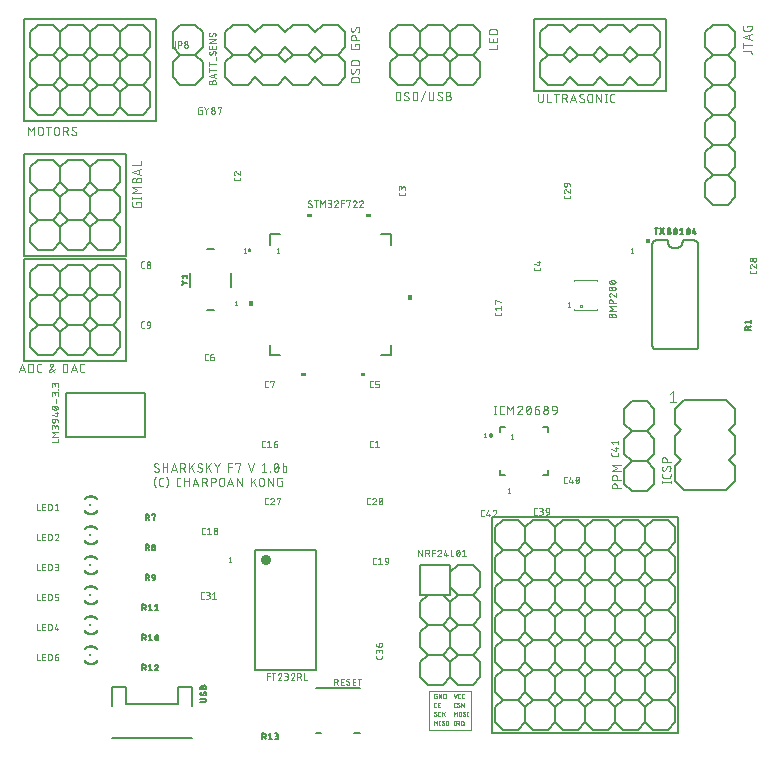
<source format=gbr>
G04 EAGLE Gerber RS-274X export*
G75*
%MOMM*%
%FSLAX34Y34*%
%LPD*%
%INSilkscreen Top*%
%IPPOS*%
%AMOC8*
5,1,8,0,0,1.08239X$1,22.5*%
G01*
%ADD10C,0.152400*%
%ADD11C,0.076200*%
%ADD12C,0.025400*%
%ADD13C,0.050800*%
%ADD14C,0.203200*%
%ADD15C,0.127000*%
%ADD16C,0.101600*%
%ADD17C,0.884400*%
%ADD18C,0.050000*%
%ADD19C,0.436994*%
%ADD20C,0.010159*%
%ADD21R,0.200000X0.200000*%
%ADD22R,0.150000X0.250000*%
%ADD23C,0.200000*%

G36*
X187607Y840584D02*
X187607Y840584D01*
X187609Y840583D01*
X187652Y840603D01*
X187696Y840621D01*
X187696Y840623D01*
X187698Y840624D01*
X187731Y840709D01*
X187731Y843249D01*
X187730Y843251D01*
X187731Y843253D01*
X187711Y843296D01*
X187693Y843340D01*
X187691Y843340D01*
X187690Y843342D01*
X187605Y843375D01*
X183795Y843375D01*
X183793Y843374D01*
X183791Y843375D01*
X183748Y843355D01*
X183704Y843337D01*
X183704Y843335D01*
X183702Y843334D01*
X183669Y843249D01*
X183669Y840709D01*
X183670Y840707D01*
X183669Y840705D01*
X183689Y840662D01*
X183707Y840618D01*
X183709Y840618D01*
X183710Y840616D01*
X183795Y840583D01*
X187605Y840583D01*
X187607Y840584D01*
G37*
G36*
X237607Y840584D02*
X237607Y840584D01*
X237609Y840583D01*
X237652Y840603D01*
X237696Y840621D01*
X237696Y840623D01*
X237698Y840624D01*
X237731Y840709D01*
X237731Y843249D01*
X237730Y843251D01*
X237731Y843253D01*
X237711Y843296D01*
X237693Y843340D01*
X237691Y843340D01*
X237690Y843342D01*
X237605Y843375D01*
X233795Y843375D01*
X233793Y843374D01*
X233791Y843375D01*
X233748Y843355D01*
X233704Y843337D01*
X233704Y843335D01*
X233702Y843334D01*
X233669Y843249D01*
X233669Y840709D01*
X233670Y840707D01*
X233669Y840705D01*
X233689Y840662D01*
X233707Y840618D01*
X233709Y840618D01*
X233710Y840616D01*
X233795Y840583D01*
X237605Y840583D01*
X237607Y840584D01*
G37*
G36*
X271751Y770170D02*
X271751Y770170D01*
X271753Y770169D01*
X271796Y770189D01*
X271840Y770207D01*
X271840Y770209D01*
X271842Y770210D01*
X271875Y770295D01*
X271875Y774105D01*
X271874Y774107D01*
X271875Y774109D01*
X271855Y774152D01*
X271837Y774196D01*
X271835Y774196D01*
X271834Y774198D01*
X271749Y774231D01*
X269209Y774231D01*
X269207Y774230D01*
X269205Y774231D01*
X269162Y774211D01*
X269118Y774193D01*
X269118Y774191D01*
X269116Y774190D01*
X269083Y774105D01*
X269083Y770295D01*
X269084Y770293D01*
X269083Y770291D01*
X269103Y770248D01*
X269121Y770204D01*
X269123Y770204D01*
X269124Y770202D01*
X269209Y770169D01*
X271749Y770169D01*
X271751Y770170D01*
G37*
G36*
X137193Y765170D02*
X137193Y765170D01*
X137195Y765169D01*
X137238Y765189D01*
X137282Y765207D01*
X137282Y765209D01*
X137284Y765210D01*
X137317Y765295D01*
X137317Y769105D01*
X137316Y769107D01*
X137317Y769109D01*
X137297Y769152D01*
X137279Y769196D01*
X137277Y769196D01*
X137276Y769198D01*
X137191Y769231D01*
X134651Y769231D01*
X134649Y769230D01*
X134647Y769231D01*
X134604Y769211D01*
X134560Y769193D01*
X134560Y769191D01*
X134558Y769190D01*
X134525Y769105D01*
X134525Y765295D01*
X134526Y765293D01*
X134525Y765291D01*
X134545Y765248D01*
X134563Y765204D01*
X134565Y765204D01*
X134566Y765202D01*
X134651Y765169D01*
X137191Y765169D01*
X137193Y765170D01*
G37*
G36*
X232607Y706026D02*
X232607Y706026D01*
X232609Y706025D01*
X232652Y706045D01*
X232696Y706063D01*
X232696Y706065D01*
X232698Y706066D01*
X232731Y706151D01*
X232731Y708691D01*
X232730Y708693D01*
X232731Y708695D01*
X232711Y708738D01*
X232693Y708782D01*
X232691Y708782D01*
X232690Y708784D01*
X232605Y708817D01*
X228795Y708817D01*
X228793Y708816D01*
X228791Y708817D01*
X228748Y708797D01*
X228704Y708779D01*
X228704Y708777D01*
X228702Y708776D01*
X228669Y708691D01*
X228669Y706151D01*
X228670Y706149D01*
X228669Y706147D01*
X228689Y706104D01*
X228707Y706060D01*
X228709Y706060D01*
X228710Y706058D01*
X228795Y706025D01*
X232605Y706025D01*
X232607Y706026D01*
G37*
G36*
X182607Y706026D02*
X182607Y706026D01*
X182609Y706025D01*
X182652Y706045D01*
X182696Y706063D01*
X182696Y706065D01*
X182698Y706066D01*
X182731Y706151D01*
X182731Y708691D01*
X182730Y708693D01*
X182731Y708695D01*
X182711Y708738D01*
X182693Y708782D01*
X182691Y708782D01*
X182690Y708784D01*
X182605Y708817D01*
X178795Y708817D01*
X178793Y708816D01*
X178791Y708817D01*
X178748Y708797D01*
X178704Y708779D01*
X178704Y708777D01*
X178702Y708776D01*
X178669Y708691D01*
X178669Y706151D01*
X178670Y706149D01*
X178669Y706147D01*
X178689Y706104D01*
X178707Y706060D01*
X178709Y706060D01*
X178710Y706058D01*
X178795Y706025D01*
X182605Y706025D01*
X182607Y706026D01*
G37*
D10*
X-55880Y1008380D02*
X55880Y1008380D01*
X55880Y922020D01*
X-55880Y922020D01*
X-55880Y1008380D01*
D11*
X-52959Y917067D02*
X-52959Y909701D01*
X-50504Y912975D02*
X-52959Y917067D01*
X-50504Y912975D02*
X-48048Y917067D01*
X-48048Y909701D01*
X-44503Y911747D02*
X-44503Y915021D01*
X-44501Y915110D01*
X-44495Y915199D01*
X-44485Y915288D01*
X-44472Y915376D01*
X-44455Y915464D01*
X-44433Y915551D01*
X-44408Y915636D01*
X-44380Y915721D01*
X-44347Y915804D01*
X-44311Y915886D01*
X-44272Y915966D01*
X-44229Y916044D01*
X-44183Y916120D01*
X-44133Y916195D01*
X-44080Y916267D01*
X-44024Y916336D01*
X-43965Y916403D01*
X-43904Y916468D01*
X-43839Y916529D01*
X-43772Y916588D01*
X-43703Y916644D01*
X-43631Y916697D01*
X-43556Y916747D01*
X-43480Y916793D01*
X-43402Y916836D01*
X-43322Y916875D01*
X-43240Y916911D01*
X-43157Y916944D01*
X-43072Y916972D01*
X-42987Y916997D01*
X-42900Y917019D01*
X-42812Y917036D01*
X-42724Y917049D01*
X-42635Y917059D01*
X-42546Y917065D01*
X-42457Y917067D01*
X-42368Y917065D01*
X-42279Y917059D01*
X-42190Y917049D01*
X-42102Y917036D01*
X-42014Y917019D01*
X-41927Y916997D01*
X-41842Y916972D01*
X-41757Y916944D01*
X-41674Y916911D01*
X-41592Y916875D01*
X-41512Y916836D01*
X-41434Y916793D01*
X-41358Y916747D01*
X-41283Y916697D01*
X-41211Y916644D01*
X-41142Y916588D01*
X-41075Y916529D01*
X-41010Y916468D01*
X-40949Y916403D01*
X-40890Y916336D01*
X-40834Y916267D01*
X-40781Y916195D01*
X-40731Y916120D01*
X-40685Y916044D01*
X-40642Y915966D01*
X-40603Y915886D01*
X-40567Y915804D01*
X-40534Y915721D01*
X-40506Y915636D01*
X-40481Y915551D01*
X-40459Y915464D01*
X-40442Y915376D01*
X-40429Y915288D01*
X-40419Y915199D01*
X-40413Y915110D01*
X-40411Y915021D01*
X-40411Y911747D01*
X-40413Y911658D01*
X-40419Y911569D01*
X-40429Y911480D01*
X-40442Y911392D01*
X-40459Y911304D01*
X-40481Y911217D01*
X-40506Y911132D01*
X-40534Y911047D01*
X-40567Y910964D01*
X-40603Y910882D01*
X-40642Y910802D01*
X-40685Y910724D01*
X-40731Y910648D01*
X-40781Y910573D01*
X-40834Y910501D01*
X-40890Y910432D01*
X-40949Y910365D01*
X-41010Y910300D01*
X-41075Y910239D01*
X-41142Y910180D01*
X-41211Y910124D01*
X-41283Y910071D01*
X-41358Y910021D01*
X-41434Y909975D01*
X-41512Y909932D01*
X-41592Y909893D01*
X-41674Y909857D01*
X-41757Y909824D01*
X-41842Y909796D01*
X-41927Y909771D01*
X-42014Y909749D01*
X-42102Y909732D01*
X-42190Y909719D01*
X-42279Y909709D01*
X-42368Y909703D01*
X-42457Y909701D01*
X-42546Y909703D01*
X-42635Y909709D01*
X-42724Y909719D01*
X-42812Y909732D01*
X-42900Y909749D01*
X-42987Y909771D01*
X-43072Y909796D01*
X-43157Y909824D01*
X-43240Y909857D01*
X-43322Y909893D01*
X-43402Y909932D01*
X-43480Y909975D01*
X-43556Y910021D01*
X-43631Y910071D01*
X-43703Y910124D01*
X-43772Y910180D01*
X-43839Y910239D01*
X-43904Y910300D01*
X-43965Y910365D01*
X-44024Y910432D01*
X-44080Y910501D01*
X-44133Y910573D01*
X-44183Y910648D01*
X-44229Y910724D01*
X-44272Y910802D01*
X-44311Y910882D01*
X-44347Y910964D01*
X-44380Y911047D01*
X-44408Y911132D01*
X-44433Y911217D01*
X-44455Y911304D01*
X-44472Y911392D01*
X-44485Y911480D01*
X-44495Y911569D01*
X-44501Y911658D01*
X-44503Y911747D01*
X-35629Y909701D02*
X-35629Y917067D01*
X-33583Y917067D02*
X-37676Y917067D01*
X-30848Y915021D02*
X-30848Y911747D01*
X-30848Y915021D02*
X-30846Y915110D01*
X-30840Y915199D01*
X-30830Y915288D01*
X-30817Y915376D01*
X-30800Y915464D01*
X-30778Y915551D01*
X-30753Y915636D01*
X-30725Y915721D01*
X-30692Y915804D01*
X-30656Y915886D01*
X-30617Y915966D01*
X-30574Y916044D01*
X-30528Y916120D01*
X-30478Y916195D01*
X-30425Y916267D01*
X-30369Y916336D01*
X-30310Y916403D01*
X-30249Y916468D01*
X-30184Y916529D01*
X-30117Y916588D01*
X-30048Y916644D01*
X-29976Y916697D01*
X-29901Y916747D01*
X-29825Y916793D01*
X-29747Y916836D01*
X-29667Y916875D01*
X-29585Y916911D01*
X-29502Y916944D01*
X-29417Y916972D01*
X-29332Y916997D01*
X-29245Y917019D01*
X-29157Y917036D01*
X-29069Y917049D01*
X-28980Y917059D01*
X-28891Y917065D01*
X-28802Y917067D01*
X-28713Y917065D01*
X-28624Y917059D01*
X-28535Y917049D01*
X-28447Y917036D01*
X-28359Y917019D01*
X-28272Y916997D01*
X-28187Y916972D01*
X-28102Y916944D01*
X-28019Y916911D01*
X-27937Y916875D01*
X-27857Y916836D01*
X-27779Y916793D01*
X-27703Y916747D01*
X-27628Y916697D01*
X-27556Y916644D01*
X-27487Y916588D01*
X-27420Y916529D01*
X-27355Y916468D01*
X-27294Y916403D01*
X-27235Y916336D01*
X-27179Y916267D01*
X-27126Y916195D01*
X-27076Y916120D01*
X-27030Y916044D01*
X-26987Y915966D01*
X-26948Y915886D01*
X-26912Y915804D01*
X-26879Y915721D01*
X-26851Y915636D01*
X-26826Y915551D01*
X-26804Y915464D01*
X-26787Y915376D01*
X-26774Y915288D01*
X-26764Y915199D01*
X-26758Y915110D01*
X-26756Y915021D01*
X-26756Y911747D01*
X-26758Y911658D01*
X-26764Y911569D01*
X-26774Y911480D01*
X-26787Y911392D01*
X-26804Y911304D01*
X-26826Y911217D01*
X-26851Y911132D01*
X-26879Y911047D01*
X-26912Y910964D01*
X-26948Y910882D01*
X-26987Y910802D01*
X-27030Y910724D01*
X-27076Y910648D01*
X-27126Y910573D01*
X-27179Y910501D01*
X-27235Y910432D01*
X-27294Y910365D01*
X-27355Y910300D01*
X-27420Y910239D01*
X-27487Y910180D01*
X-27556Y910124D01*
X-27628Y910071D01*
X-27703Y910021D01*
X-27779Y909975D01*
X-27857Y909932D01*
X-27937Y909893D01*
X-28019Y909857D01*
X-28102Y909824D01*
X-28187Y909796D01*
X-28272Y909771D01*
X-28359Y909749D01*
X-28447Y909732D01*
X-28535Y909719D01*
X-28624Y909709D01*
X-28713Y909703D01*
X-28802Y909701D01*
X-28891Y909703D01*
X-28980Y909709D01*
X-29069Y909719D01*
X-29157Y909732D01*
X-29245Y909749D01*
X-29332Y909771D01*
X-29417Y909796D01*
X-29502Y909824D01*
X-29585Y909857D01*
X-29667Y909893D01*
X-29747Y909932D01*
X-29825Y909975D01*
X-29901Y910021D01*
X-29976Y910071D01*
X-30048Y910124D01*
X-30117Y910180D01*
X-30184Y910239D01*
X-30249Y910300D01*
X-30310Y910365D01*
X-30369Y910432D01*
X-30425Y910501D01*
X-30478Y910573D01*
X-30528Y910648D01*
X-30574Y910724D01*
X-30617Y910802D01*
X-30656Y910882D01*
X-30692Y910964D01*
X-30725Y911047D01*
X-30753Y911132D01*
X-30778Y911217D01*
X-30800Y911304D01*
X-30817Y911392D01*
X-30830Y911480D01*
X-30840Y911569D01*
X-30846Y911658D01*
X-30848Y911747D01*
X-23238Y909701D02*
X-23238Y917067D01*
X-21192Y917067D01*
X-21103Y917065D01*
X-21014Y917059D01*
X-20925Y917049D01*
X-20837Y917036D01*
X-20749Y917019D01*
X-20662Y916997D01*
X-20577Y916972D01*
X-20492Y916944D01*
X-20409Y916911D01*
X-20327Y916875D01*
X-20247Y916836D01*
X-20169Y916793D01*
X-20093Y916747D01*
X-20018Y916697D01*
X-19946Y916644D01*
X-19877Y916588D01*
X-19810Y916529D01*
X-19745Y916468D01*
X-19684Y916403D01*
X-19625Y916336D01*
X-19569Y916267D01*
X-19516Y916195D01*
X-19466Y916120D01*
X-19420Y916044D01*
X-19377Y915966D01*
X-19338Y915886D01*
X-19302Y915804D01*
X-19269Y915721D01*
X-19241Y915636D01*
X-19216Y915551D01*
X-19194Y915464D01*
X-19177Y915376D01*
X-19164Y915288D01*
X-19154Y915199D01*
X-19148Y915110D01*
X-19146Y915021D01*
X-19148Y914932D01*
X-19154Y914843D01*
X-19164Y914754D01*
X-19177Y914666D01*
X-19194Y914578D01*
X-19216Y914491D01*
X-19241Y914406D01*
X-19269Y914321D01*
X-19302Y914238D01*
X-19338Y914156D01*
X-19377Y914076D01*
X-19420Y913998D01*
X-19466Y913922D01*
X-19516Y913847D01*
X-19569Y913775D01*
X-19625Y913706D01*
X-19684Y913639D01*
X-19745Y913574D01*
X-19810Y913513D01*
X-19877Y913454D01*
X-19946Y913398D01*
X-20018Y913345D01*
X-20093Y913295D01*
X-20169Y913249D01*
X-20247Y913206D01*
X-20327Y913167D01*
X-20409Y913131D01*
X-20492Y913098D01*
X-20577Y913070D01*
X-20662Y913045D01*
X-20749Y913023D01*
X-20837Y913006D01*
X-20925Y912993D01*
X-21014Y912983D01*
X-21103Y912977D01*
X-21192Y912975D01*
X-23238Y912975D01*
X-20782Y912975D02*
X-19146Y909701D01*
X-13762Y909701D02*
X-13684Y909703D01*
X-13606Y909708D01*
X-13529Y909718D01*
X-13452Y909731D01*
X-13376Y909747D01*
X-13301Y909767D01*
X-13227Y909791D01*
X-13154Y909818D01*
X-13082Y909849D01*
X-13012Y909883D01*
X-12944Y909920D01*
X-12877Y909961D01*
X-12812Y910005D01*
X-12750Y910051D01*
X-12690Y910101D01*
X-12632Y910153D01*
X-12577Y910208D01*
X-12525Y910266D01*
X-12475Y910326D01*
X-12429Y910388D01*
X-12385Y910453D01*
X-12344Y910519D01*
X-12307Y910588D01*
X-12273Y910658D01*
X-12242Y910730D01*
X-12215Y910803D01*
X-12191Y910877D01*
X-12171Y910952D01*
X-12155Y911028D01*
X-12142Y911105D01*
X-12132Y911182D01*
X-12127Y911260D01*
X-12125Y911338D01*
X-13762Y909701D02*
X-13876Y909703D01*
X-13989Y909708D01*
X-14103Y909718D01*
X-14216Y909731D01*
X-14328Y909748D01*
X-14440Y909768D01*
X-14551Y909792D01*
X-14662Y909820D01*
X-14771Y909851D01*
X-14879Y909886D01*
X-14986Y909925D01*
X-15092Y909967D01*
X-15196Y910012D01*
X-15299Y910061D01*
X-15400Y910114D01*
X-15499Y910169D01*
X-15597Y910228D01*
X-15692Y910290D01*
X-15785Y910355D01*
X-15877Y910423D01*
X-15965Y910494D01*
X-16052Y910568D01*
X-16136Y910645D01*
X-16217Y910724D01*
X-16013Y915430D02*
X-16011Y915508D01*
X-16006Y915586D01*
X-15996Y915663D01*
X-15983Y915740D01*
X-15967Y915816D01*
X-15947Y915891D01*
X-15923Y915965D01*
X-15896Y916038D01*
X-15865Y916110D01*
X-15831Y916180D01*
X-15794Y916249D01*
X-15753Y916315D01*
X-15709Y916380D01*
X-15663Y916442D01*
X-15613Y916502D01*
X-15561Y916560D01*
X-15506Y916615D01*
X-15448Y916667D01*
X-15388Y916717D01*
X-15326Y916763D01*
X-15261Y916807D01*
X-15195Y916848D01*
X-15126Y916885D01*
X-15056Y916919D01*
X-14984Y916950D01*
X-14911Y916977D01*
X-14837Y917001D01*
X-14762Y917021D01*
X-14686Y917037D01*
X-14609Y917050D01*
X-14532Y917060D01*
X-14454Y917065D01*
X-14376Y917067D01*
X-14266Y917065D01*
X-14157Y917059D01*
X-14047Y917049D01*
X-13939Y917036D01*
X-13830Y917018D01*
X-13723Y916997D01*
X-13616Y916971D01*
X-13510Y916942D01*
X-13405Y916910D01*
X-13302Y916873D01*
X-13200Y916833D01*
X-13099Y916789D01*
X-13000Y916741D01*
X-12903Y916691D01*
X-12808Y916636D01*
X-12715Y916578D01*
X-12624Y916517D01*
X-12535Y916453D01*
X-15195Y913997D02*
X-15262Y914039D01*
X-15327Y914083D01*
X-15389Y914131D01*
X-15449Y914181D01*
X-15507Y914234D01*
X-15562Y914290D01*
X-15614Y914349D01*
X-15664Y914409D01*
X-15711Y914473D01*
X-15754Y914538D01*
X-15795Y914605D01*
X-15832Y914674D01*
X-15866Y914745D01*
X-15897Y914817D01*
X-15924Y914891D01*
X-15948Y914965D01*
X-15968Y915041D01*
X-15984Y915118D01*
X-15997Y915195D01*
X-16007Y915273D01*
X-16012Y915352D01*
X-16014Y915430D01*
X-12944Y912770D02*
X-12878Y912729D01*
X-12813Y912684D01*
X-12751Y912637D01*
X-12691Y912586D01*
X-12633Y912533D01*
X-12578Y912477D01*
X-12525Y912419D01*
X-12476Y912358D01*
X-12429Y912295D01*
X-12386Y912230D01*
X-12345Y912163D01*
X-12308Y912094D01*
X-12274Y912023D01*
X-12243Y911951D01*
X-12216Y911877D01*
X-12192Y911802D01*
X-12172Y911727D01*
X-12156Y911650D01*
X-12143Y911573D01*
X-12133Y911495D01*
X-12128Y911416D01*
X-12126Y911338D01*
X-12944Y912770D02*
X-15195Y913998D01*
D10*
X-55880Y894080D02*
X-55880Y807720D01*
X30480Y807720D01*
X30480Y894080D01*
X-55880Y894080D01*
D11*
X38707Y852833D02*
X38707Y851606D01*
X38707Y852833D02*
X42799Y852833D01*
X42799Y850378D01*
X42797Y850300D01*
X42792Y850222D01*
X42782Y850145D01*
X42769Y850068D01*
X42753Y849992D01*
X42733Y849917D01*
X42709Y849843D01*
X42682Y849770D01*
X42651Y849698D01*
X42617Y849628D01*
X42580Y849560D01*
X42539Y849493D01*
X42495Y849428D01*
X42449Y849366D01*
X42399Y849306D01*
X42347Y849248D01*
X42292Y849193D01*
X42234Y849141D01*
X42174Y849091D01*
X42112Y849045D01*
X42047Y849001D01*
X41981Y848960D01*
X41912Y848923D01*
X41842Y848889D01*
X41770Y848858D01*
X41697Y848831D01*
X41623Y848807D01*
X41548Y848787D01*
X41472Y848771D01*
X41395Y848758D01*
X41318Y848748D01*
X41240Y848743D01*
X41162Y848741D01*
X37070Y848741D01*
X36990Y848743D01*
X36910Y848749D01*
X36830Y848759D01*
X36751Y848772D01*
X36672Y848790D01*
X36595Y848811D01*
X36519Y848837D01*
X36444Y848866D01*
X36370Y848898D01*
X36298Y848934D01*
X36228Y848974D01*
X36161Y849017D01*
X36095Y849063D01*
X36032Y849113D01*
X35971Y849165D01*
X35912Y849220D01*
X35857Y849279D01*
X35805Y849339D01*
X35755Y849403D01*
X35709Y849468D01*
X35666Y849536D01*
X35626Y849606D01*
X35590Y849678D01*
X35558Y849752D01*
X35529Y849826D01*
X35504Y849903D01*
X35482Y849980D01*
X35464Y850059D01*
X35451Y850138D01*
X35441Y850217D01*
X35435Y850298D01*
X35433Y850378D01*
X35433Y852833D01*
X35433Y856883D02*
X42799Y856883D01*
X42799Y856065D02*
X42799Y857702D01*
X35433Y857702D02*
X35433Y856065D01*
X35433Y861011D02*
X42799Y861011D01*
X39525Y863467D02*
X35433Y861011D01*
X39525Y863467D02*
X35433Y865922D01*
X42799Y865922D01*
X38707Y869829D02*
X38707Y871875D01*
X38709Y871964D01*
X38715Y872053D01*
X38725Y872142D01*
X38738Y872230D01*
X38755Y872318D01*
X38777Y872405D01*
X38802Y872490D01*
X38830Y872575D01*
X38863Y872658D01*
X38899Y872740D01*
X38938Y872820D01*
X38981Y872898D01*
X39027Y872974D01*
X39077Y873049D01*
X39130Y873121D01*
X39186Y873190D01*
X39245Y873257D01*
X39306Y873322D01*
X39371Y873383D01*
X39438Y873442D01*
X39507Y873498D01*
X39579Y873551D01*
X39654Y873601D01*
X39730Y873647D01*
X39808Y873690D01*
X39888Y873729D01*
X39970Y873765D01*
X40053Y873798D01*
X40138Y873826D01*
X40223Y873851D01*
X40310Y873873D01*
X40398Y873890D01*
X40486Y873903D01*
X40575Y873913D01*
X40664Y873919D01*
X40753Y873921D01*
X40842Y873919D01*
X40931Y873913D01*
X41020Y873903D01*
X41108Y873890D01*
X41196Y873873D01*
X41283Y873851D01*
X41368Y873826D01*
X41453Y873798D01*
X41536Y873765D01*
X41618Y873729D01*
X41698Y873690D01*
X41776Y873647D01*
X41852Y873601D01*
X41927Y873551D01*
X41999Y873498D01*
X42068Y873442D01*
X42135Y873383D01*
X42200Y873322D01*
X42261Y873257D01*
X42320Y873190D01*
X42376Y873121D01*
X42429Y873049D01*
X42479Y872974D01*
X42525Y872898D01*
X42568Y872820D01*
X42607Y872740D01*
X42643Y872658D01*
X42676Y872575D01*
X42704Y872490D01*
X42729Y872405D01*
X42751Y872318D01*
X42768Y872230D01*
X42781Y872142D01*
X42791Y872053D01*
X42797Y871964D01*
X42799Y871875D01*
X42799Y869829D01*
X35433Y869829D01*
X35433Y871875D01*
X35435Y871954D01*
X35441Y872033D01*
X35450Y872112D01*
X35463Y872190D01*
X35481Y872267D01*
X35501Y872343D01*
X35526Y872418D01*
X35554Y872492D01*
X35585Y872565D01*
X35621Y872636D01*
X35659Y872705D01*
X35701Y872772D01*
X35746Y872837D01*
X35794Y872900D01*
X35845Y872961D01*
X35899Y873018D01*
X35955Y873074D01*
X36014Y873126D01*
X36076Y873176D01*
X36140Y873222D01*
X36206Y873266D01*
X36274Y873306D01*
X36344Y873342D01*
X36416Y873376D01*
X36490Y873406D01*
X36564Y873432D01*
X36640Y873455D01*
X36717Y873473D01*
X36794Y873489D01*
X36873Y873500D01*
X36951Y873508D01*
X37030Y873512D01*
X37110Y873512D01*
X37189Y873508D01*
X37267Y873500D01*
X37346Y873489D01*
X37423Y873473D01*
X37500Y873455D01*
X37576Y873432D01*
X37650Y873406D01*
X37724Y873376D01*
X37796Y873342D01*
X37866Y873306D01*
X37934Y873266D01*
X38000Y873222D01*
X38064Y873176D01*
X38126Y873126D01*
X38185Y873074D01*
X38241Y873018D01*
X38295Y872961D01*
X38346Y872900D01*
X38394Y872837D01*
X38439Y872772D01*
X38481Y872705D01*
X38519Y872636D01*
X38555Y872565D01*
X38586Y872492D01*
X38614Y872418D01*
X38639Y872343D01*
X38659Y872267D01*
X38677Y872190D01*
X38690Y872112D01*
X38699Y872033D01*
X38705Y871954D01*
X38707Y871875D01*
X42799Y876373D02*
X35433Y878829D01*
X42799Y881284D01*
X40958Y880670D02*
X40958Y876987D01*
X42799Y884357D02*
X35433Y884357D01*
X42799Y884357D02*
X42799Y887631D01*
D10*
X30480Y805180D02*
X-55880Y805180D01*
X30480Y805180D02*
X30480Y718820D01*
X-55880Y718820D01*
X-55880Y805180D01*
D11*
X-58124Y716407D02*
X-60579Y709041D01*
X-55668Y709041D02*
X-58124Y716407D01*
X-59965Y710883D02*
X-56282Y710883D01*
X-52611Y709041D02*
X-52611Y716407D01*
X-50565Y716407D01*
X-50476Y716405D01*
X-50387Y716399D01*
X-50298Y716389D01*
X-50210Y716376D01*
X-50122Y716359D01*
X-50035Y716337D01*
X-49950Y716312D01*
X-49865Y716284D01*
X-49782Y716251D01*
X-49700Y716215D01*
X-49620Y716176D01*
X-49542Y716133D01*
X-49466Y716087D01*
X-49391Y716037D01*
X-49319Y715984D01*
X-49250Y715928D01*
X-49183Y715869D01*
X-49118Y715808D01*
X-49057Y715743D01*
X-48998Y715676D01*
X-48942Y715607D01*
X-48889Y715535D01*
X-48839Y715460D01*
X-48793Y715384D01*
X-48750Y715306D01*
X-48711Y715226D01*
X-48675Y715144D01*
X-48642Y715061D01*
X-48614Y714976D01*
X-48589Y714891D01*
X-48567Y714804D01*
X-48550Y714716D01*
X-48537Y714628D01*
X-48527Y714539D01*
X-48521Y714450D01*
X-48519Y714361D01*
X-48519Y711087D01*
X-48521Y710998D01*
X-48527Y710909D01*
X-48537Y710820D01*
X-48550Y710732D01*
X-48567Y710644D01*
X-48589Y710557D01*
X-48614Y710472D01*
X-48642Y710387D01*
X-48675Y710304D01*
X-48711Y710222D01*
X-48750Y710142D01*
X-48793Y710064D01*
X-48839Y709988D01*
X-48889Y709913D01*
X-48942Y709841D01*
X-48998Y709772D01*
X-49057Y709705D01*
X-49118Y709640D01*
X-49183Y709579D01*
X-49250Y709520D01*
X-49319Y709464D01*
X-49391Y709411D01*
X-49466Y709361D01*
X-49542Y709315D01*
X-49620Y709272D01*
X-49700Y709233D01*
X-49782Y709197D01*
X-49865Y709164D01*
X-49950Y709136D01*
X-50035Y709111D01*
X-50122Y709089D01*
X-50210Y709072D01*
X-50298Y709059D01*
X-50387Y709049D01*
X-50476Y709043D01*
X-50565Y709041D01*
X-52611Y709041D01*
X-43438Y709041D02*
X-41801Y709041D01*
X-43438Y709041D02*
X-43516Y709043D01*
X-43594Y709048D01*
X-43671Y709058D01*
X-43748Y709071D01*
X-43824Y709087D01*
X-43899Y709107D01*
X-43973Y709131D01*
X-44046Y709158D01*
X-44118Y709189D01*
X-44188Y709223D01*
X-44257Y709260D01*
X-44323Y709301D01*
X-44388Y709345D01*
X-44450Y709391D01*
X-44510Y709441D01*
X-44568Y709493D01*
X-44623Y709548D01*
X-44675Y709606D01*
X-44725Y709666D01*
X-44771Y709728D01*
X-44815Y709793D01*
X-44856Y709860D01*
X-44893Y709928D01*
X-44927Y709998D01*
X-44958Y710070D01*
X-44985Y710143D01*
X-45009Y710217D01*
X-45029Y710292D01*
X-45045Y710368D01*
X-45058Y710445D01*
X-45068Y710522D01*
X-45073Y710600D01*
X-45075Y710678D01*
X-45075Y714770D01*
X-45073Y714848D01*
X-45068Y714926D01*
X-45058Y715003D01*
X-45045Y715080D01*
X-45029Y715156D01*
X-45009Y715231D01*
X-44985Y715305D01*
X-44958Y715378D01*
X-44927Y715450D01*
X-44893Y715520D01*
X-44856Y715589D01*
X-44815Y715655D01*
X-44771Y715720D01*
X-44725Y715782D01*
X-44675Y715842D01*
X-44623Y715900D01*
X-44568Y715955D01*
X-44510Y716007D01*
X-44450Y716057D01*
X-44388Y716103D01*
X-44323Y716147D01*
X-44257Y716188D01*
X-44188Y716225D01*
X-44118Y716259D01*
X-44046Y716290D01*
X-43973Y716317D01*
X-43899Y716341D01*
X-43824Y716361D01*
X-43748Y716377D01*
X-43671Y716390D01*
X-43594Y716400D01*
X-43516Y716405D01*
X-43438Y716407D01*
X-41801Y716407D01*
X-34253Y714565D02*
X-34287Y714624D01*
X-34318Y714684D01*
X-34345Y714745D01*
X-34369Y714809D01*
X-34389Y714873D01*
X-34406Y714938D01*
X-34419Y715004D01*
X-34428Y715071D01*
X-34433Y715138D01*
X-34435Y715206D01*
X-34433Y715273D01*
X-34427Y715341D01*
X-34417Y715407D01*
X-34404Y715473D01*
X-34387Y715539D01*
X-34366Y715603D01*
X-34342Y715666D01*
X-34314Y715727D01*
X-34283Y715787D01*
X-34249Y715845D01*
X-34211Y715901D01*
X-34171Y715955D01*
X-34127Y716007D01*
X-34081Y716055D01*
X-34032Y716102D01*
X-33980Y716145D01*
X-33926Y716186D01*
X-33870Y716223D01*
X-33812Y716257D01*
X-33752Y716288D01*
X-33690Y716316D01*
X-33627Y716340D01*
X-33563Y716360D01*
X-33498Y716377D01*
X-33431Y716390D01*
X-33365Y716399D01*
X-33297Y716405D01*
X-33230Y716407D01*
X-34253Y714566D02*
X-30774Y709041D01*
X-32207Y714565D02*
X-32173Y714624D01*
X-32142Y714684D01*
X-32115Y714745D01*
X-32091Y714809D01*
X-32071Y714873D01*
X-32054Y714938D01*
X-32041Y715004D01*
X-32032Y715071D01*
X-32027Y715138D01*
X-32025Y715206D01*
X-32027Y715273D01*
X-32033Y715341D01*
X-32043Y715407D01*
X-32056Y715473D01*
X-32073Y715539D01*
X-32094Y715603D01*
X-32118Y715666D01*
X-32146Y715727D01*
X-32177Y715787D01*
X-32211Y715845D01*
X-32249Y715901D01*
X-32289Y715955D01*
X-32333Y716007D01*
X-32379Y716055D01*
X-32428Y716102D01*
X-32480Y716145D01*
X-32534Y716186D01*
X-32590Y716223D01*
X-32648Y716257D01*
X-32708Y716288D01*
X-32770Y716316D01*
X-32833Y716340D01*
X-32897Y716360D01*
X-32962Y716377D01*
X-33029Y716390D01*
X-33095Y716399D01*
X-33163Y716405D01*
X-33230Y716407D01*
X-34867Y710269D02*
X-34865Y710200D01*
X-34859Y710132D01*
X-34850Y710063D01*
X-34836Y709996D01*
X-34819Y709929D01*
X-34798Y709863D01*
X-34774Y709799D01*
X-34745Y709736D01*
X-34714Y709675D01*
X-34679Y709616D01*
X-34641Y709558D01*
X-34599Y709503D01*
X-34555Y709451D01*
X-34507Y709401D01*
X-34457Y709353D01*
X-34405Y709309D01*
X-34350Y709267D01*
X-34292Y709229D01*
X-34233Y709194D01*
X-34172Y709163D01*
X-34109Y709134D01*
X-34045Y709110D01*
X-33979Y709089D01*
X-33912Y709072D01*
X-33845Y709058D01*
X-33776Y709049D01*
X-33708Y709043D01*
X-33639Y709041D01*
X-34866Y710269D02*
X-34864Y710329D01*
X-34859Y710388D01*
X-34850Y710448D01*
X-34838Y710506D01*
X-34823Y710564D01*
X-34804Y710621D01*
X-34781Y710676D01*
X-34756Y710730D01*
X-34727Y710783D01*
X-34696Y710834D01*
X-34661Y710883D01*
X-34662Y710883D02*
X-32207Y714566D01*
X-33025Y709246D02*
X-33074Y709211D01*
X-33125Y709180D01*
X-33178Y709151D01*
X-33232Y709126D01*
X-33287Y709103D01*
X-33344Y709084D01*
X-33402Y709069D01*
X-33460Y709057D01*
X-33520Y709048D01*
X-33579Y709043D01*
X-33639Y709041D01*
X-33025Y709246D02*
X-29956Y711496D01*
X-23594Y709041D02*
X-23594Y716407D01*
X-21548Y716407D01*
X-21459Y716405D01*
X-21370Y716399D01*
X-21281Y716389D01*
X-21193Y716376D01*
X-21105Y716359D01*
X-21018Y716337D01*
X-20933Y716312D01*
X-20848Y716284D01*
X-20765Y716251D01*
X-20683Y716215D01*
X-20603Y716176D01*
X-20525Y716133D01*
X-20449Y716087D01*
X-20374Y716037D01*
X-20302Y715984D01*
X-20233Y715928D01*
X-20166Y715869D01*
X-20101Y715808D01*
X-20040Y715743D01*
X-19981Y715676D01*
X-19925Y715607D01*
X-19872Y715535D01*
X-19822Y715460D01*
X-19776Y715384D01*
X-19733Y715306D01*
X-19694Y715226D01*
X-19658Y715144D01*
X-19625Y715061D01*
X-19597Y714976D01*
X-19572Y714891D01*
X-19550Y714804D01*
X-19533Y714716D01*
X-19520Y714628D01*
X-19510Y714539D01*
X-19504Y714450D01*
X-19502Y714361D01*
X-19502Y711087D01*
X-19504Y710998D01*
X-19510Y710909D01*
X-19520Y710820D01*
X-19533Y710732D01*
X-19550Y710644D01*
X-19572Y710557D01*
X-19597Y710472D01*
X-19625Y710387D01*
X-19658Y710304D01*
X-19694Y710222D01*
X-19733Y710142D01*
X-19776Y710064D01*
X-19822Y709988D01*
X-19872Y709913D01*
X-19925Y709841D01*
X-19981Y709772D01*
X-20040Y709705D01*
X-20101Y709640D01*
X-20166Y709579D01*
X-20233Y709520D01*
X-20302Y709464D01*
X-20374Y709411D01*
X-20449Y709361D01*
X-20525Y709315D01*
X-20603Y709272D01*
X-20683Y709233D01*
X-20765Y709197D01*
X-20848Y709164D01*
X-20933Y709136D01*
X-21018Y709111D01*
X-21105Y709089D01*
X-21193Y709072D01*
X-21281Y709059D01*
X-21370Y709049D01*
X-21459Y709043D01*
X-21548Y709041D01*
X-23594Y709041D01*
X-16444Y709041D02*
X-13989Y716407D01*
X-11534Y709041D01*
X-12147Y710883D02*
X-15830Y710883D01*
X-7106Y709041D02*
X-5469Y709041D01*
X-7106Y709041D02*
X-7184Y709043D01*
X-7262Y709048D01*
X-7339Y709058D01*
X-7416Y709071D01*
X-7492Y709087D01*
X-7567Y709107D01*
X-7641Y709131D01*
X-7714Y709158D01*
X-7786Y709189D01*
X-7856Y709223D01*
X-7925Y709260D01*
X-7991Y709301D01*
X-8056Y709345D01*
X-8118Y709391D01*
X-8178Y709441D01*
X-8236Y709493D01*
X-8291Y709548D01*
X-8343Y709606D01*
X-8393Y709666D01*
X-8439Y709728D01*
X-8483Y709793D01*
X-8524Y709860D01*
X-8561Y709928D01*
X-8595Y709998D01*
X-8626Y710070D01*
X-8653Y710143D01*
X-8677Y710217D01*
X-8697Y710292D01*
X-8713Y710368D01*
X-8726Y710445D01*
X-8736Y710522D01*
X-8741Y710600D01*
X-8743Y710678D01*
X-8743Y714770D01*
X-8741Y714848D01*
X-8736Y714926D01*
X-8726Y715003D01*
X-8713Y715080D01*
X-8697Y715156D01*
X-8677Y715231D01*
X-8653Y715305D01*
X-8626Y715378D01*
X-8595Y715450D01*
X-8561Y715520D01*
X-8524Y715589D01*
X-8483Y715655D01*
X-8439Y715720D01*
X-8393Y715782D01*
X-8343Y715842D01*
X-8291Y715900D01*
X-8236Y715955D01*
X-8178Y716007D01*
X-8118Y716057D01*
X-8056Y716103D01*
X-7991Y716147D01*
X-7925Y716188D01*
X-7856Y716225D01*
X-7786Y716259D01*
X-7714Y716290D01*
X-7641Y716317D01*
X-7567Y716341D01*
X-7492Y716361D01*
X-7416Y716377D01*
X-7339Y716390D01*
X-7262Y716400D01*
X-7184Y716405D01*
X-7106Y716407D01*
X-5469Y716407D01*
D10*
X375920Y1008380D02*
X487680Y1008380D01*
X487680Y947420D01*
X375920Y947420D01*
X375920Y1008380D01*
D11*
X378841Y945007D02*
X378841Y939687D01*
X378843Y939598D01*
X378849Y939509D01*
X378859Y939420D01*
X378872Y939332D01*
X378889Y939244D01*
X378911Y939157D01*
X378936Y939072D01*
X378964Y938987D01*
X378997Y938904D01*
X379033Y938822D01*
X379072Y938742D01*
X379115Y938664D01*
X379161Y938588D01*
X379211Y938513D01*
X379264Y938441D01*
X379320Y938372D01*
X379379Y938305D01*
X379440Y938240D01*
X379505Y938179D01*
X379572Y938120D01*
X379641Y938064D01*
X379713Y938011D01*
X379788Y937961D01*
X379864Y937915D01*
X379942Y937872D01*
X380022Y937833D01*
X380104Y937797D01*
X380187Y937764D01*
X380272Y937736D01*
X380357Y937711D01*
X380444Y937689D01*
X380532Y937672D01*
X380620Y937659D01*
X380709Y937649D01*
X380798Y937643D01*
X380887Y937641D01*
X380976Y937643D01*
X381065Y937649D01*
X381154Y937659D01*
X381242Y937672D01*
X381330Y937689D01*
X381417Y937711D01*
X381502Y937736D01*
X381587Y937764D01*
X381670Y937797D01*
X381752Y937833D01*
X381832Y937872D01*
X381910Y937915D01*
X381986Y937961D01*
X382061Y938011D01*
X382133Y938064D01*
X382202Y938120D01*
X382269Y938179D01*
X382334Y938240D01*
X382395Y938305D01*
X382454Y938372D01*
X382510Y938441D01*
X382563Y938513D01*
X382613Y938588D01*
X382659Y938664D01*
X382702Y938742D01*
X382741Y938822D01*
X382777Y938904D01*
X382810Y938987D01*
X382838Y939072D01*
X382863Y939157D01*
X382885Y939244D01*
X382902Y939332D01*
X382915Y939420D01*
X382925Y939509D01*
X382931Y939598D01*
X382933Y939687D01*
X382933Y945007D01*
X386660Y945007D02*
X386660Y937641D01*
X389933Y937641D01*
X394298Y937641D02*
X394298Y945007D01*
X392252Y945007D02*
X396344Y945007D01*
X399375Y945007D02*
X399375Y937641D01*
X399375Y945007D02*
X401421Y945007D01*
X401510Y945005D01*
X401599Y944999D01*
X401688Y944989D01*
X401776Y944976D01*
X401864Y944959D01*
X401951Y944937D01*
X402036Y944912D01*
X402121Y944884D01*
X402204Y944851D01*
X402286Y944815D01*
X402366Y944776D01*
X402444Y944733D01*
X402520Y944687D01*
X402595Y944637D01*
X402667Y944584D01*
X402736Y944528D01*
X402803Y944469D01*
X402868Y944408D01*
X402929Y944343D01*
X402988Y944276D01*
X403044Y944207D01*
X403097Y944135D01*
X403147Y944060D01*
X403193Y943984D01*
X403236Y943906D01*
X403275Y943826D01*
X403311Y943744D01*
X403344Y943661D01*
X403372Y943576D01*
X403397Y943491D01*
X403419Y943404D01*
X403436Y943316D01*
X403449Y943228D01*
X403459Y943139D01*
X403465Y943050D01*
X403467Y942961D01*
X403465Y942872D01*
X403459Y942783D01*
X403449Y942694D01*
X403436Y942606D01*
X403419Y942518D01*
X403397Y942431D01*
X403372Y942346D01*
X403344Y942261D01*
X403311Y942178D01*
X403275Y942096D01*
X403236Y942016D01*
X403193Y941938D01*
X403147Y941862D01*
X403097Y941787D01*
X403044Y941715D01*
X402988Y941646D01*
X402929Y941579D01*
X402868Y941514D01*
X402803Y941453D01*
X402736Y941394D01*
X402667Y941338D01*
X402595Y941285D01*
X402520Y941235D01*
X402444Y941189D01*
X402366Y941146D01*
X402286Y941107D01*
X402204Y941071D01*
X402121Y941038D01*
X402036Y941010D01*
X401951Y940985D01*
X401864Y940963D01*
X401776Y940946D01*
X401688Y940933D01*
X401599Y940923D01*
X401510Y940917D01*
X401421Y940915D01*
X399375Y940915D01*
X401830Y940915D02*
X403467Y937641D01*
X406229Y937641D02*
X408685Y945007D01*
X411140Y937641D01*
X410526Y939483D02*
X406843Y939483D01*
X416165Y937641D02*
X416243Y937643D01*
X416321Y937648D01*
X416398Y937658D01*
X416475Y937671D01*
X416551Y937687D01*
X416626Y937707D01*
X416700Y937731D01*
X416773Y937758D01*
X416845Y937789D01*
X416915Y937823D01*
X416984Y937860D01*
X417050Y937901D01*
X417115Y937945D01*
X417177Y937991D01*
X417237Y938041D01*
X417295Y938093D01*
X417350Y938148D01*
X417402Y938206D01*
X417452Y938266D01*
X417498Y938328D01*
X417542Y938393D01*
X417583Y938460D01*
X417620Y938528D01*
X417654Y938598D01*
X417685Y938670D01*
X417712Y938743D01*
X417736Y938817D01*
X417756Y938892D01*
X417772Y938968D01*
X417785Y939045D01*
X417795Y939122D01*
X417800Y939200D01*
X417802Y939278D01*
X416165Y937641D02*
X416051Y937643D01*
X415938Y937648D01*
X415824Y937658D01*
X415711Y937671D01*
X415599Y937688D01*
X415487Y937708D01*
X415376Y937732D01*
X415265Y937760D01*
X415156Y937791D01*
X415048Y937826D01*
X414941Y937865D01*
X414835Y937907D01*
X414731Y937952D01*
X414628Y938001D01*
X414527Y938054D01*
X414428Y938109D01*
X414330Y938168D01*
X414235Y938230D01*
X414142Y938295D01*
X414050Y938363D01*
X413962Y938434D01*
X413875Y938508D01*
X413791Y938585D01*
X413710Y938664D01*
X413915Y943370D02*
X413917Y943448D01*
X413922Y943526D01*
X413932Y943603D01*
X413945Y943680D01*
X413961Y943756D01*
X413981Y943831D01*
X414005Y943905D01*
X414032Y943978D01*
X414063Y944050D01*
X414097Y944120D01*
X414134Y944189D01*
X414175Y944255D01*
X414219Y944320D01*
X414265Y944382D01*
X414315Y944442D01*
X414367Y944500D01*
X414422Y944555D01*
X414480Y944607D01*
X414540Y944657D01*
X414602Y944703D01*
X414667Y944747D01*
X414734Y944788D01*
X414802Y944825D01*
X414872Y944859D01*
X414944Y944890D01*
X415017Y944917D01*
X415091Y944941D01*
X415166Y944961D01*
X415242Y944977D01*
X415319Y944990D01*
X415396Y945000D01*
X415474Y945005D01*
X415552Y945007D01*
X415551Y945007D02*
X415661Y945005D01*
X415770Y944999D01*
X415880Y944989D01*
X415988Y944976D01*
X416097Y944958D01*
X416204Y944937D01*
X416311Y944911D01*
X416417Y944882D01*
X416522Y944850D01*
X416625Y944813D01*
X416727Y944773D01*
X416828Y944729D01*
X416927Y944681D01*
X417024Y944631D01*
X417119Y944576D01*
X417212Y944518D01*
X417303Y944457D01*
X417392Y944393D01*
X414733Y941937D02*
X414666Y941979D01*
X414601Y942023D01*
X414539Y942071D01*
X414479Y942121D01*
X414421Y942174D01*
X414366Y942230D01*
X414314Y942289D01*
X414264Y942349D01*
X414217Y942413D01*
X414174Y942478D01*
X414133Y942545D01*
X414096Y942614D01*
X414062Y942685D01*
X414031Y942757D01*
X414004Y942831D01*
X413980Y942905D01*
X413960Y942981D01*
X413944Y943058D01*
X413931Y943135D01*
X413921Y943213D01*
X413916Y943292D01*
X413914Y943370D01*
X416984Y940710D02*
X417050Y940668D01*
X417115Y940624D01*
X417177Y940577D01*
X417237Y940526D01*
X417295Y940473D01*
X417350Y940417D01*
X417403Y940359D01*
X417452Y940298D01*
X417499Y940235D01*
X417542Y940170D01*
X417583Y940103D01*
X417620Y940034D01*
X417654Y939963D01*
X417685Y939891D01*
X417712Y939817D01*
X417736Y939742D01*
X417756Y939667D01*
X417772Y939590D01*
X417785Y939513D01*
X417795Y939435D01*
X417800Y939356D01*
X417802Y939278D01*
X416984Y940710D02*
X414733Y941938D01*
X420781Y942961D02*
X420781Y939687D01*
X420782Y942961D02*
X420784Y943050D01*
X420790Y943139D01*
X420800Y943228D01*
X420813Y943316D01*
X420830Y943404D01*
X420852Y943491D01*
X420877Y943576D01*
X420905Y943661D01*
X420938Y943744D01*
X420974Y943826D01*
X421013Y943906D01*
X421056Y943984D01*
X421102Y944060D01*
X421152Y944135D01*
X421205Y944207D01*
X421261Y944276D01*
X421320Y944343D01*
X421381Y944408D01*
X421446Y944469D01*
X421513Y944528D01*
X421582Y944584D01*
X421654Y944637D01*
X421729Y944687D01*
X421805Y944733D01*
X421883Y944776D01*
X421963Y944815D01*
X422045Y944851D01*
X422128Y944884D01*
X422213Y944912D01*
X422298Y944937D01*
X422385Y944959D01*
X422473Y944976D01*
X422561Y944989D01*
X422650Y944999D01*
X422739Y945005D01*
X422828Y945007D01*
X422917Y945005D01*
X423006Y944999D01*
X423095Y944989D01*
X423183Y944976D01*
X423271Y944959D01*
X423358Y944937D01*
X423443Y944912D01*
X423528Y944884D01*
X423611Y944851D01*
X423693Y944815D01*
X423773Y944776D01*
X423851Y944733D01*
X423927Y944687D01*
X424002Y944637D01*
X424074Y944584D01*
X424143Y944528D01*
X424210Y944469D01*
X424275Y944408D01*
X424336Y944343D01*
X424395Y944276D01*
X424451Y944207D01*
X424504Y944135D01*
X424554Y944060D01*
X424600Y943984D01*
X424643Y943906D01*
X424682Y943826D01*
X424718Y943744D01*
X424751Y943661D01*
X424779Y943576D01*
X424804Y943491D01*
X424826Y943404D01*
X424843Y943316D01*
X424856Y943228D01*
X424866Y943139D01*
X424872Y943050D01*
X424874Y942961D01*
X424874Y939687D01*
X424872Y939598D01*
X424866Y939509D01*
X424856Y939420D01*
X424843Y939332D01*
X424826Y939244D01*
X424804Y939157D01*
X424779Y939072D01*
X424751Y938987D01*
X424718Y938904D01*
X424682Y938822D01*
X424643Y938742D01*
X424600Y938664D01*
X424554Y938588D01*
X424504Y938513D01*
X424451Y938441D01*
X424395Y938372D01*
X424336Y938305D01*
X424275Y938240D01*
X424210Y938179D01*
X424143Y938120D01*
X424074Y938064D01*
X424002Y938011D01*
X423927Y937961D01*
X423851Y937915D01*
X423773Y937872D01*
X423693Y937833D01*
X423611Y937797D01*
X423528Y937764D01*
X423443Y937736D01*
X423358Y937711D01*
X423271Y937689D01*
X423183Y937672D01*
X423095Y937659D01*
X423006Y937649D01*
X422917Y937643D01*
X422828Y937641D01*
X422739Y937643D01*
X422650Y937649D01*
X422561Y937659D01*
X422473Y937672D01*
X422385Y937689D01*
X422298Y937711D01*
X422213Y937736D01*
X422128Y937764D01*
X422045Y937797D01*
X421963Y937833D01*
X421883Y937872D01*
X421805Y937915D01*
X421729Y937961D01*
X421654Y938011D01*
X421582Y938064D01*
X421513Y938120D01*
X421446Y938179D01*
X421381Y938240D01*
X421320Y938305D01*
X421261Y938372D01*
X421205Y938441D01*
X421152Y938513D01*
X421102Y938588D01*
X421056Y938664D01*
X421013Y938742D01*
X420974Y938822D01*
X420938Y938904D01*
X420905Y938987D01*
X420877Y939072D01*
X420852Y939157D01*
X420830Y939244D01*
X420813Y939332D01*
X420800Y939420D01*
X420790Y939509D01*
X420784Y939598D01*
X420782Y939687D01*
X428340Y937641D02*
X428340Y945007D01*
X432433Y937641D01*
X432433Y945007D01*
X436483Y945007D02*
X436483Y937641D01*
X437301Y937641D02*
X435664Y937641D01*
X435664Y945007D02*
X437301Y945007D01*
X441902Y937641D02*
X443539Y937641D01*
X441902Y937641D02*
X441824Y937643D01*
X441746Y937648D01*
X441669Y937658D01*
X441592Y937671D01*
X441516Y937687D01*
X441441Y937707D01*
X441367Y937731D01*
X441294Y937758D01*
X441222Y937789D01*
X441152Y937823D01*
X441084Y937860D01*
X441017Y937901D01*
X440952Y937945D01*
X440890Y937991D01*
X440830Y938041D01*
X440772Y938093D01*
X440717Y938148D01*
X440665Y938206D01*
X440615Y938266D01*
X440569Y938328D01*
X440525Y938393D01*
X440484Y938460D01*
X440447Y938528D01*
X440413Y938598D01*
X440382Y938670D01*
X440355Y938743D01*
X440331Y938817D01*
X440311Y938892D01*
X440295Y938968D01*
X440282Y939045D01*
X440272Y939122D01*
X440267Y939200D01*
X440265Y939278D01*
X440266Y939278D02*
X440266Y943370D01*
X440265Y943370D02*
X440267Y943450D01*
X440273Y943530D01*
X440283Y943610D01*
X440296Y943689D01*
X440314Y943768D01*
X440335Y943845D01*
X440361Y943921D01*
X440390Y943996D01*
X440422Y944070D01*
X440458Y944142D01*
X440498Y944212D01*
X440541Y944279D01*
X440587Y944345D01*
X440637Y944408D01*
X440689Y944469D01*
X440744Y944528D01*
X440803Y944583D01*
X440863Y944635D01*
X440927Y944685D01*
X440993Y944731D01*
X441060Y944774D01*
X441130Y944814D01*
X441202Y944850D01*
X441276Y944882D01*
X441350Y944911D01*
X441427Y944937D01*
X441504Y944958D01*
X441583Y944976D01*
X441662Y944989D01*
X441742Y944999D01*
X441822Y945005D01*
X441902Y945007D01*
X443539Y945007D01*
D10*
X497840Y403860D02*
X340360Y403860D01*
X497840Y403860D02*
X497840Y586740D01*
X340360Y586740D01*
X340360Y403860D01*
D12*
X157607Y813350D02*
X158665Y814197D01*
X158665Y810387D01*
X157607Y810387D02*
X159724Y810387D01*
X118025Y552577D02*
X116967Y551730D01*
X118025Y552577D02*
X118025Y548767D01*
X116967Y548767D02*
X119084Y548767D01*
X353187Y610150D02*
X354245Y610997D01*
X354245Y607187D01*
X353187Y607187D02*
X355304Y607187D01*
X457327Y813350D02*
X458385Y814197D01*
X458385Y810387D01*
X457327Y810387D02*
X459444Y810387D01*
X405045Y768477D02*
X403987Y767630D01*
X405045Y768477D02*
X405045Y764667D01*
X403987Y764667D02*
X406104Y764667D01*
X130725Y814197D02*
X129667Y813350D01*
X130725Y814197D02*
X130725Y810387D01*
X129667Y810387D02*
X131784Y810387D01*
X123275Y769493D02*
X122216Y768646D01*
X123275Y769493D02*
X123275Y765683D01*
X124333Y765683D02*
X122216Y765683D01*
D11*
X57813Y626350D02*
X57811Y626272D01*
X57806Y626194D01*
X57796Y626117D01*
X57783Y626040D01*
X57767Y625964D01*
X57747Y625889D01*
X57723Y625815D01*
X57696Y625742D01*
X57665Y625670D01*
X57631Y625600D01*
X57594Y625532D01*
X57553Y625465D01*
X57509Y625400D01*
X57463Y625338D01*
X57413Y625278D01*
X57361Y625220D01*
X57306Y625165D01*
X57248Y625113D01*
X57188Y625063D01*
X57126Y625017D01*
X57061Y624973D01*
X56995Y624932D01*
X56926Y624895D01*
X56856Y624861D01*
X56784Y624830D01*
X56711Y624803D01*
X56637Y624779D01*
X56562Y624759D01*
X56486Y624743D01*
X56409Y624730D01*
X56332Y624720D01*
X56254Y624715D01*
X56176Y624713D01*
X56062Y624715D01*
X55949Y624720D01*
X55835Y624730D01*
X55722Y624743D01*
X55610Y624760D01*
X55498Y624780D01*
X55387Y624804D01*
X55276Y624832D01*
X55167Y624863D01*
X55059Y624898D01*
X54952Y624937D01*
X54846Y624979D01*
X54742Y625024D01*
X54639Y625073D01*
X54538Y625126D01*
X54439Y625181D01*
X54341Y625240D01*
X54246Y625302D01*
X54153Y625367D01*
X54061Y625435D01*
X53973Y625506D01*
X53886Y625580D01*
X53802Y625657D01*
X53721Y625736D01*
X53925Y630442D02*
X53927Y630520D01*
X53932Y630598D01*
X53942Y630675D01*
X53955Y630752D01*
X53971Y630828D01*
X53991Y630903D01*
X54015Y630977D01*
X54042Y631050D01*
X54073Y631122D01*
X54107Y631192D01*
X54144Y631261D01*
X54185Y631327D01*
X54229Y631392D01*
X54275Y631454D01*
X54325Y631514D01*
X54377Y631572D01*
X54432Y631627D01*
X54490Y631679D01*
X54550Y631729D01*
X54612Y631775D01*
X54677Y631819D01*
X54744Y631860D01*
X54812Y631897D01*
X54882Y631931D01*
X54954Y631962D01*
X55027Y631989D01*
X55101Y632013D01*
X55176Y632033D01*
X55252Y632049D01*
X55329Y632062D01*
X55406Y632072D01*
X55484Y632077D01*
X55562Y632079D01*
X55672Y632077D01*
X55781Y632071D01*
X55891Y632061D01*
X55999Y632048D01*
X56108Y632030D01*
X56215Y632009D01*
X56322Y631983D01*
X56428Y631954D01*
X56533Y631922D01*
X56636Y631885D01*
X56738Y631845D01*
X56839Y631801D01*
X56938Y631753D01*
X57035Y631703D01*
X57130Y631648D01*
X57223Y631590D01*
X57314Y631529D01*
X57403Y631465D01*
X54744Y629009D02*
X54677Y629051D01*
X54612Y629095D01*
X54550Y629143D01*
X54490Y629193D01*
X54432Y629246D01*
X54377Y629302D01*
X54325Y629361D01*
X54275Y629421D01*
X54228Y629485D01*
X54185Y629550D01*
X54144Y629617D01*
X54107Y629686D01*
X54073Y629757D01*
X54042Y629829D01*
X54015Y629903D01*
X53991Y629977D01*
X53971Y630053D01*
X53955Y630130D01*
X53942Y630207D01*
X53932Y630285D01*
X53927Y630364D01*
X53925Y630442D01*
X56995Y627782D02*
X57061Y627740D01*
X57126Y627696D01*
X57188Y627649D01*
X57248Y627598D01*
X57306Y627545D01*
X57361Y627489D01*
X57414Y627431D01*
X57463Y627370D01*
X57510Y627307D01*
X57553Y627242D01*
X57594Y627175D01*
X57631Y627106D01*
X57665Y627035D01*
X57696Y626963D01*
X57723Y626889D01*
X57747Y626814D01*
X57767Y626739D01*
X57783Y626662D01*
X57796Y626585D01*
X57806Y626507D01*
X57811Y626428D01*
X57813Y626350D01*
X56995Y627782D02*
X54744Y629010D01*
X61036Y632079D02*
X61036Y624713D01*
X61036Y628805D02*
X65128Y628805D01*
X65128Y632079D02*
X65128Y624713D01*
X68186Y624713D02*
X70641Y632079D01*
X73097Y624713D01*
X72483Y626555D02*
X68800Y626555D01*
X76205Y624713D02*
X76205Y632079D01*
X78251Y632079D01*
X78340Y632077D01*
X78429Y632071D01*
X78518Y632061D01*
X78606Y632048D01*
X78694Y632031D01*
X78781Y632009D01*
X78866Y631984D01*
X78951Y631956D01*
X79034Y631923D01*
X79116Y631887D01*
X79196Y631848D01*
X79274Y631805D01*
X79350Y631759D01*
X79425Y631709D01*
X79497Y631656D01*
X79566Y631600D01*
X79633Y631541D01*
X79698Y631480D01*
X79759Y631415D01*
X79818Y631348D01*
X79874Y631279D01*
X79927Y631207D01*
X79977Y631132D01*
X80023Y631056D01*
X80066Y630978D01*
X80105Y630898D01*
X80141Y630816D01*
X80174Y630733D01*
X80202Y630648D01*
X80227Y630563D01*
X80249Y630476D01*
X80266Y630388D01*
X80279Y630300D01*
X80289Y630211D01*
X80295Y630122D01*
X80297Y630033D01*
X80295Y629944D01*
X80289Y629855D01*
X80279Y629766D01*
X80266Y629678D01*
X80249Y629590D01*
X80227Y629503D01*
X80202Y629418D01*
X80174Y629333D01*
X80141Y629250D01*
X80105Y629168D01*
X80066Y629088D01*
X80023Y629010D01*
X79977Y628934D01*
X79927Y628859D01*
X79874Y628787D01*
X79818Y628718D01*
X79759Y628651D01*
X79698Y628586D01*
X79633Y628525D01*
X79566Y628466D01*
X79497Y628410D01*
X79425Y628357D01*
X79350Y628307D01*
X79274Y628261D01*
X79196Y628218D01*
X79116Y628179D01*
X79034Y628143D01*
X78951Y628110D01*
X78866Y628082D01*
X78781Y628057D01*
X78694Y628035D01*
X78606Y628018D01*
X78518Y628005D01*
X78429Y627995D01*
X78340Y627989D01*
X78251Y627987D01*
X76205Y627987D01*
X78661Y627987D02*
X80298Y624713D01*
X83831Y624713D02*
X83831Y632079D01*
X87923Y632079D02*
X83831Y627578D01*
X85468Y629214D02*
X87923Y624713D01*
X92996Y624713D02*
X93074Y624715D01*
X93152Y624720D01*
X93229Y624730D01*
X93306Y624743D01*
X93382Y624759D01*
X93457Y624779D01*
X93531Y624803D01*
X93604Y624830D01*
X93676Y624861D01*
X93746Y624895D01*
X93815Y624932D01*
X93881Y624973D01*
X93946Y625017D01*
X94008Y625063D01*
X94068Y625113D01*
X94126Y625165D01*
X94181Y625220D01*
X94233Y625278D01*
X94283Y625338D01*
X94329Y625400D01*
X94373Y625465D01*
X94414Y625532D01*
X94451Y625600D01*
X94485Y625670D01*
X94516Y625742D01*
X94543Y625815D01*
X94567Y625889D01*
X94587Y625964D01*
X94603Y626040D01*
X94616Y626117D01*
X94626Y626194D01*
X94631Y626272D01*
X94633Y626350D01*
X92996Y624713D02*
X92882Y624715D01*
X92769Y624720D01*
X92655Y624730D01*
X92542Y624743D01*
X92430Y624760D01*
X92318Y624780D01*
X92207Y624804D01*
X92096Y624832D01*
X91987Y624863D01*
X91879Y624898D01*
X91772Y624937D01*
X91666Y624979D01*
X91562Y625024D01*
X91459Y625073D01*
X91358Y625126D01*
X91259Y625181D01*
X91161Y625240D01*
X91066Y625302D01*
X90973Y625367D01*
X90881Y625435D01*
X90793Y625506D01*
X90706Y625580D01*
X90622Y625657D01*
X90541Y625736D01*
X90745Y630442D02*
X90747Y630520D01*
X90752Y630598D01*
X90762Y630675D01*
X90775Y630752D01*
X90791Y630828D01*
X90811Y630903D01*
X90835Y630977D01*
X90862Y631050D01*
X90893Y631122D01*
X90927Y631192D01*
X90964Y631261D01*
X91005Y631327D01*
X91049Y631392D01*
X91095Y631454D01*
X91145Y631514D01*
X91197Y631572D01*
X91252Y631627D01*
X91310Y631679D01*
X91370Y631729D01*
X91432Y631775D01*
X91497Y631819D01*
X91564Y631860D01*
X91632Y631897D01*
X91702Y631931D01*
X91774Y631962D01*
X91847Y631989D01*
X91921Y632013D01*
X91996Y632033D01*
X92072Y632049D01*
X92149Y632062D01*
X92226Y632072D01*
X92304Y632077D01*
X92382Y632079D01*
X92492Y632077D01*
X92601Y632071D01*
X92711Y632061D01*
X92819Y632048D01*
X92928Y632030D01*
X93035Y632009D01*
X93142Y631983D01*
X93248Y631954D01*
X93353Y631922D01*
X93456Y631885D01*
X93558Y631845D01*
X93659Y631801D01*
X93758Y631753D01*
X93855Y631703D01*
X93950Y631648D01*
X94043Y631590D01*
X94134Y631529D01*
X94223Y631465D01*
X91564Y629009D02*
X91497Y629051D01*
X91432Y629095D01*
X91370Y629143D01*
X91310Y629193D01*
X91252Y629246D01*
X91197Y629302D01*
X91145Y629361D01*
X91095Y629421D01*
X91048Y629485D01*
X91005Y629550D01*
X90964Y629617D01*
X90927Y629686D01*
X90893Y629757D01*
X90862Y629829D01*
X90835Y629903D01*
X90811Y629977D01*
X90791Y630053D01*
X90775Y630130D01*
X90762Y630207D01*
X90752Y630285D01*
X90747Y630364D01*
X90745Y630442D01*
X93815Y627782D02*
X93881Y627740D01*
X93946Y627696D01*
X94008Y627649D01*
X94068Y627598D01*
X94126Y627545D01*
X94181Y627489D01*
X94234Y627431D01*
X94283Y627370D01*
X94330Y627307D01*
X94373Y627242D01*
X94414Y627175D01*
X94451Y627106D01*
X94485Y627035D01*
X94516Y626963D01*
X94543Y626889D01*
X94567Y626814D01*
X94587Y626739D01*
X94603Y626662D01*
X94616Y626585D01*
X94626Y626507D01*
X94631Y626428D01*
X94633Y626350D01*
X93815Y627782D02*
X91564Y629010D01*
X97974Y632079D02*
X97974Y624713D01*
X97974Y627578D02*
X102066Y632079D01*
X99611Y629214D02*
X102066Y624713D01*
X106973Y628601D02*
X104518Y632079D01*
X106973Y628601D02*
X109429Y632079D01*
X106973Y628601D02*
X106973Y624713D01*
X116403Y624713D02*
X116403Y632079D01*
X119677Y632079D01*
X119677Y628805D02*
X116403Y628805D01*
X122484Y631261D02*
X122484Y632079D01*
X126576Y632079D01*
X124530Y624713D01*
X135746Y624713D02*
X133291Y632079D01*
X138202Y632079D02*
X135746Y624713D01*
X144917Y630442D02*
X146963Y632079D01*
X146963Y624713D01*
X144917Y624713D02*
X149009Y624713D01*
X151879Y624713D02*
X151879Y625122D01*
X152288Y625122D01*
X152288Y624713D01*
X151879Y624713D01*
X155159Y628396D02*
X155161Y628549D01*
X155167Y628702D01*
X155176Y628854D01*
X155190Y629007D01*
X155207Y629159D01*
X155228Y629310D01*
X155253Y629461D01*
X155282Y629611D01*
X155314Y629761D01*
X155351Y629909D01*
X155391Y630057D01*
X155434Y630204D01*
X155482Y630349D01*
X155533Y630493D01*
X155587Y630636D01*
X155646Y630778D01*
X155707Y630917D01*
X155773Y631056D01*
X155772Y631056D02*
X155798Y631126D01*
X155828Y631196D01*
X155861Y631263D01*
X155897Y631329D01*
X155936Y631393D01*
X155979Y631455D01*
X156025Y631514D01*
X156073Y631572D01*
X156124Y631626D01*
X156178Y631679D01*
X156235Y631728D01*
X156294Y631775D01*
X156355Y631818D01*
X156418Y631859D01*
X156483Y631896D01*
X156550Y631931D01*
X156619Y631961D01*
X156689Y631989D01*
X156760Y632012D01*
X156832Y632033D01*
X156905Y632049D01*
X156979Y632062D01*
X157054Y632072D01*
X157129Y632077D01*
X157204Y632079D01*
X157279Y632077D01*
X157354Y632072D01*
X157429Y632062D01*
X157503Y632049D01*
X157576Y632033D01*
X157648Y632012D01*
X157719Y631989D01*
X157789Y631961D01*
X157858Y631931D01*
X157925Y631896D01*
X157990Y631859D01*
X158053Y631818D01*
X158114Y631775D01*
X158173Y631728D01*
X158230Y631679D01*
X158284Y631626D01*
X158335Y631572D01*
X158384Y631514D01*
X158429Y631455D01*
X158472Y631393D01*
X158511Y631329D01*
X158548Y631263D01*
X158580Y631195D01*
X158610Y631126D01*
X158636Y631056D01*
X158701Y630918D01*
X158763Y630778D01*
X158821Y630636D01*
X158876Y630493D01*
X158927Y630349D01*
X158975Y630204D01*
X159018Y630057D01*
X159058Y629910D01*
X159095Y629761D01*
X159127Y629611D01*
X159156Y629461D01*
X159181Y629310D01*
X159202Y629159D01*
X159219Y629007D01*
X159233Y628854D01*
X159242Y628702D01*
X159248Y628549D01*
X159250Y628396D01*
X155158Y628396D02*
X155160Y628243D01*
X155166Y628090D01*
X155175Y627937D01*
X155189Y627785D01*
X155206Y627633D01*
X155227Y627482D01*
X155252Y627331D01*
X155281Y627180D01*
X155313Y627031D01*
X155350Y626882D01*
X155390Y626735D01*
X155433Y626588D01*
X155481Y626443D01*
X155532Y626298D01*
X155587Y626156D01*
X155645Y626014D01*
X155707Y625874D01*
X155772Y625736D01*
X155798Y625665D01*
X155828Y625596D01*
X155861Y625529D01*
X155897Y625463D01*
X155936Y625399D01*
X155979Y625337D01*
X156025Y625278D01*
X156073Y625220D01*
X156124Y625166D01*
X156178Y625113D01*
X156235Y625064D01*
X156294Y625017D01*
X156355Y624974D01*
X156418Y624933D01*
X156483Y624896D01*
X156550Y624861D01*
X156619Y624831D01*
X156689Y624803D01*
X156760Y624780D01*
X156832Y624759D01*
X156905Y624743D01*
X156979Y624730D01*
X157054Y624720D01*
X157129Y624715D01*
X157204Y624713D01*
X158636Y625736D02*
X158701Y625874D01*
X158763Y626014D01*
X158821Y626156D01*
X158876Y626299D01*
X158927Y626443D01*
X158975Y626588D01*
X159018Y626735D01*
X159058Y626883D01*
X159095Y627031D01*
X159127Y627181D01*
X159156Y627331D01*
X159181Y627482D01*
X159202Y627633D01*
X159219Y627785D01*
X159233Y627938D01*
X159242Y628090D01*
X159248Y628243D01*
X159250Y628396D01*
X158636Y625736D02*
X158610Y625666D01*
X158580Y625596D01*
X158548Y625529D01*
X158511Y625463D01*
X158472Y625399D01*
X158429Y625337D01*
X158383Y625278D01*
X158335Y625220D01*
X158284Y625166D01*
X158230Y625113D01*
X158173Y625064D01*
X158114Y625017D01*
X158053Y624974D01*
X157990Y624933D01*
X157925Y624896D01*
X157858Y624861D01*
X157789Y624831D01*
X157719Y624803D01*
X157648Y624780D01*
X157576Y624759D01*
X157503Y624743D01*
X157429Y624730D01*
X157354Y624720D01*
X157279Y624715D01*
X157204Y624713D01*
X155567Y626350D02*
X158841Y630442D01*
X162680Y632079D02*
X162680Y624713D01*
X164726Y624713D01*
X164795Y624715D01*
X164863Y624721D01*
X164932Y624730D01*
X164999Y624744D01*
X165066Y624761D01*
X165132Y624782D01*
X165196Y624806D01*
X165259Y624835D01*
X165320Y624866D01*
X165379Y624901D01*
X165437Y624939D01*
X165492Y624981D01*
X165544Y625025D01*
X165594Y625073D01*
X165642Y625123D01*
X165686Y625175D01*
X165728Y625230D01*
X165766Y625288D01*
X165801Y625347D01*
X165832Y625408D01*
X165861Y625471D01*
X165885Y625535D01*
X165906Y625601D01*
X165923Y625668D01*
X165937Y625735D01*
X165946Y625804D01*
X165952Y625872D01*
X165954Y625941D01*
X165954Y628396D01*
X165952Y628465D01*
X165946Y628533D01*
X165937Y628602D01*
X165923Y628669D01*
X165906Y628736D01*
X165885Y628802D01*
X165861Y628866D01*
X165832Y628929D01*
X165801Y628990D01*
X165766Y629049D01*
X165728Y629107D01*
X165686Y629162D01*
X165642Y629214D01*
X165594Y629264D01*
X165544Y629312D01*
X165492Y629356D01*
X165437Y629398D01*
X165379Y629436D01*
X165320Y629471D01*
X165259Y629502D01*
X165196Y629531D01*
X165132Y629555D01*
X165066Y629576D01*
X164999Y629593D01*
X164932Y629607D01*
X164863Y629616D01*
X164795Y629622D01*
X164726Y629624D01*
X162680Y629624D01*
X55358Y620705D02*
X55251Y620575D01*
X55148Y620442D01*
X55047Y620307D01*
X54950Y620169D01*
X54857Y620029D01*
X54766Y619886D01*
X54679Y619742D01*
X54596Y619595D01*
X54516Y619447D01*
X54440Y619296D01*
X54368Y619144D01*
X54299Y618990D01*
X54234Y618835D01*
X54172Y618678D01*
X54115Y618520D01*
X54061Y618360D01*
X54011Y618199D01*
X53965Y618037D01*
X53923Y617873D01*
X53885Y617709D01*
X53850Y617544D01*
X53820Y617378D01*
X53794Y617212D01*
X53772Y617045D01*
X53753Y616877D01*
X53739Y616709D01*
X53729Y616541D01*
X53723Y616373D01*
X53721Y616204D01*
X53723Y616035D01*
X53729Y615867D01*
X53739Y615699D01*
X53753Y615531D01*
X53772Y615363D01*
X53794Y615196D01*
X53820Y615030D01*
X53850Y614864D01*
X53885Y614699D01*
X53923Y614535D01*
X53965Y614371D01*
X54011Y614209D01*
X54061Y614048D01*
X54115Y613888D01*
X54172Y613730D01*
X54234Y613573D01*
X54299Y613418D01*
X54368Y613264D01*
X54440Y613112D01*
X54516Y612961D01*
X54596Y612813D01*
X54679Y612666D01*
X54766Y612522D01*
X54857Y612379D01*
X54950Y612239D01*
X55047Y612101D01*
X55148Y611966D01*
X55251Y611833D01*
X55358Y611703D01*
X59939Y612521D02*
X61576Y612521D01*
X59939Y612521D02*
X59861Y612523D01*
X59783Y612528D01*
X59706Y612538D01*
X59629Y612551D01*
X59553Y612567D01*
X59478Y612587D01*
X59404Y612611D01*
X59331Y612638D01*
X59259Y612669D01*
X59189Y612703D01*
X59121Y612740D01*
X59054Y612781D01*
X58989Y612825D01*
X58927Y612871D01*
X58867Y612921D01*
X58809Y612973D01*
X58754Y613028D01*
X58702Y613086D01*
X58652Y613146D01*
X58606Y613208D01*
X58562Y613273D01*
X58521Y613340D01*
X58484Y613408D01*
X58450Y613478D01*
X58419Y613550D01*
X58392Y613623D01*
X58368Y613697D01*
X58348Y613772D01*
X58332Y613848D01*
X58319Y613925D01*
X58309Y614002D01*
X58304Y614080D01*
X58302Y614158D01*
X58302Y618250D01*
X58304Y618330D01*
X58310Y618410D01*
X58320Y618490D01*
X58333Y618569D01*
X58351Y618648D01*
X58372Y618725D01*
X58398Y618801D01*
X58427Y618876D01*
X58459Y618950D01*
X58495Y619022D01*
X58535Y619092D01*
X58578Y619159D01*
X58624Y619225D01*
X58674Y619288D01*
X58726Y619349D01*
X58781Y619408D01*
X58840Y619463D01*
X58900Y619515D01*
X58964Y619565D01*
X59030Y619611D01*
X59097Y619654D01*
X59167Y619694D01*
X59239Y619730D01*
X59313Y619762D01*
X59387Y619791D01*
X59464Y619817D01*
X59541Y619838D01*
X59620Y619856D01*
X59699Y619869D01*
X59779Y619879D01*
X59859Y619885D01*
X59939Y619887D01*
X61576Y619887D01*
X65802Y616204D02*
X65800Y616035D01*
X65794Y615867D01*
X65784Y615699D01*
X65770Y615531D01*
X65751Y615363D01*
X65729Y615196D01*
X65703Y615030D01*
X65673Y614864D01*
X65638Y614699D01*
X65600Y614535D01*
X65558Y614371D01*
X65512Y614209D01*
X65462Y614048D01*
X65408Y613888D01*
X65351Y613730D01*
X65289Y613573D01*
X65224Y613418D01*
X65155Y613264D01*
X65083Y613112D01*
X65007Y612961D01*
X64927Y612813D01*
X64844Y612666D01*
X64757Y612522D01*
X64666Y612379D01*
X64573Y612239D01*
X64476Y612101D01*
X64375Y611966D01*
X64272Y611833D01*
X64165Y611703D01*
X65802Y616204D02*
X65800Y616373D01*
X65794Y616541D01*
X65784Y616709D01*
X65770Y616877D01*
X65751Y617045D01*
X65729Y617212D01*
X65703Y617378D01*
X65673Y617544D01*
X65638Y617709D01*
X65600Y617873D01*
X65558Y618037D01*
X65512Y618199D01*
X65462Y618360D01*
X65408Y618520D01*
X65351Y618678D01*
X65289Y618835D01*
X65224Y618990D01*
X65155Y619144D01*
X65083Y619296D01*
X65007Y619447D01*
X64927Y619595D01*
X64844Y619742D01*
X64757Y619886D01*
X64666Y620029D01*
X64573Y620169D01*
X64476Y620307D01*
X64375Y620442D01*
X64272Y620575D01*
X64165Y620705D01*
X74569Y612521D02*
X76206Y612521D01*
X74569Y612521D02*
X74491Y612523D01*
X74413Y612528D01*
X74336Y612538D01*
X74259Y612551D01*
X74183Y612567D01*
X74108Y612587D01*
X74034Y612611D01*
X73961Y612638D01*
X73889Y612669D01*
X73819Y612703D01*
X73751Y612740D01*
X73684Y612781D01*
X73619Y612825D01*
X73557Y612871D01*
X73497Y612921D01*
X73439Y612973D01*
X73384Y613028D01*
X73332Y613086D01*
X73282Y613146D01*
X73236Y613208D01*
X73192Y613273D01*
X73151Y613340D01*
X73114Y613408D01*
X73080Y613478D01*
X73049Y613550D01*
X73022Y613623D01*
X72998Y613697D01*
X72978Y613772D01*
X72962Y613848D01*
X72949Y613925D01*
X72939Y614002D01*
X72934Y614080D01*
X72932Y614158D01*
X72932Y618250D01*
X72934Y618330D01*
X72940Y618410D01*
X72950Y618490D01*
X72963Y618569D01*
X72981Y618648D01*
X73002Y618725D01*
X73028Y618801D01*
X73057Y618876D01*
X73089Y618950D01*
X73125Y619022D01*
X73165Y619092D01*
X73208Y619159D01*
X73254Y619225D01*
X73304Y619288D01*
X73356Y619349D01*
X73411Y619408D01*
X73470Y619463D01*
X73530Y619515D01*
X73594Y619565D01*
X73660Y619611D01*
X73727Y619654D01*
X73797Y619694D01*
X73869Y619730D01*
X73943Y619762D01*
X74017Y619791D01*
X74094Y619817D01*
X74171Y619838D01*
X74250Y619856D01*
X74329Y619869D01*
X74409Y619879D01*
X74489Y619885D01*
X74569Y619887D01*
X76206Y619887D01*
X79295Y619887D02*
X79295Y612521D01*
X79295Y616613D02*
X83387Y616613D01*
X83387Y619887D02*
X83387Y612521D01*
X86445Y612521D02*
X88900Y619887D01*
X91356Y612521D01*
X90742Y614363D02*
X87059Y614363D01*
X94464Y612521D02*
X94464Y619887D01*
X96510Y619887D01*
X96599Y619885D01*
X96688Y619879D01*
X96777Y619869D01*
X96865Y619856D01*
X96953Y619839D01*
X97040Y619817D01*
X97125Y619792D01*
X97210Y619764D01*
X97293Y619731D01*
X97375Y619695D01*
X97455Y619656D01*
X97533Y619613D01*
X97609Y619567D01*
X97684Y619517D01*
X97756Y619464D01*
X97825Y619408D01*
X97892Y619349D01*
X97957Y619288D01*
X98018Y619223D01*
X98077Y619156D01*
X98133Y619087D01*
X98186Y619015D01*
X98236Y618940D01*
X98282Y618864D01*
X98325Y618786D01*
X98364Y618706D01*
X98400Y618624D01*
X98433Y618541D01*
X98461Y618456D01*
X98486Y618371D01*
X98508Y618284D01*
X98525Y618196D01*
X98538Y618108D01*
X98548Y618019D01*
X98554Y617930D01*
X98556Y617841D01*
X98554Y617752D01*
X98548Y617663D01*
X98538Y617574D01*
X98525Y617486D01*
X98508Y617398D01*
X98486Y617311D01*
X98461Y617226D01*
X98433Y617141D01*
X98400Y617058D01*
X98364Y616976D01*
X98325Y616896D01*
X98282Y616818D01*
X98236Y616742D01*
X98186Y616667D01*
X98133Y616595D01*
X98077Y616526D01*
X98018Y616459D01*
X97957Y616394D01*
X97892Y616333D01*
X97825Y616274D01*
X97756Y616218D01*
X97684Y616165D01*
X97609Y616115D01*
X97533Y616069D01*
X97455Y616026D01*
X97375Y615987D01*
X97293Y615951D01*
X97210Y615918D01*
X97125Y615890D01*
X97040Y615865D01*
X96953Y615843D01*
X96865Y615826D01*
X96777Y615813D01*
X96688Y615803D01*
X96599Y615797D01*
X96510Y615795D01*
X94464Y615795D01*
X96920Y615795D02*
X98557Y612521D01*
X102090Y612521D02*
X102090Y619887D01*
X104136Y619887D01*
X104225Y619885D01*
X104314Y619879D01*
X104403Y619869D01*
X104491Y619856D01*
X104579Y619839D01*
X104666Y619817D01*
X104751Y619792D01*
X104836Y619764D01*
X104919Y619731D01*
X105001Y619695D01*
X105081Y619656D01*
X105159Y619613D01*
X105235Y619567D01*
X105310Y619517D01*
X105382Y619464D01*
X105451Y619408D01*
X105518Y619349D01*
X105583Y619288D01*
X105644Y619223D01*
X105703Y619156D01*
X105759Y619087D01*
X105812Y619015D01*
X105862Y618940D01*
X105908Y618864D01*
X105951Y618786D01*
X105990Y618706D01*
X106026Y618624D01*
X106059Y618541D01*
X106087Y618456D01*
X106112Y618371D01*
X106134Y618284D01*
X106151Y618196D01*
X106164Y618108D01*
X106174Y618019D01*
X106180Y617930D01*
X106182Y617841D01*
X106180Y617752D01*
X106174Y617663D01*
X106164Y617574D01*
X106151Y617486D01*
X106134Y617398D01*
X106112Y617311D01*
X106087Y617226D01*
X106059Y617141D01*
X106026Y617058D01*
X105990Y616976D01*
X105951Y616896D01*
X105908Y616818D01*
X105862Y616742D01*
X105812Y616667D01*
X105759Y616595D01*
X105703Y616526D01*
X105644Y616459D01*
X105583Y616394D01*
X105518Y616333D01*
X105451Y616274D01*
X105382Y616218D01*
X105310Y616165D01*
X105235Y616115D01*
X105159Y616069D01*
X105081Y616026D01*
X105001Y615987D01*
X104919Y615951D01*
X104836Y615918D01*
X104751Y615890D01*
X104666Y615865D01*
X104579Y615843D01*
X104491Y615826D01*
X104403Y615813D01*
X104314Y615803D01*
X104225Y615797D01*
X104136Y615795D01*
X102090Y615795D01*
X109044Y614567D02*
X109044Y617841D01*
X109046Y617930D01*
X109052Y618019D01*
X109062Y618108D01*
X109075Y618196D01*
X109092Y618284D01*
X109114Y618371D01*
X109139Y618456D01*
X109167Y618541D01*
X109200Y618624D01*
X109236Y618706D01*
X109275Y618786D01*
X109318Y618864D01*
X109364Y618940D01*
X109414Y619015D01*
X109467Y619087D01*
X109523Y619156D01*
X109582Y619223D01*
X109643Y619288D01*
X109708Y619349D01*
X109775Y619408D01*
X109844Y619464D01*
X109916Y619517D01*
X109991Y619567D01*
X110067Y619613D01*
X110145Y619656D01*
X110225Y619695D01*
X110307Y619731D01*
X110390Y619764D01*
X110475Y619792D01*
X110560Y619817D01*
X110647Y619839D01*
X110735Y619856D01*
X110823Y619869D01*
X110912Y619879D01*
X111001Y619885D01*
X111090Y619887D01*
X111179Y619885D01*
X111268Y619879D01*
X111357Y619869D01*
X111445Y619856D01*
X111533Y619839D01*
X111620Y619817D01*
X111705Y619792D01*
X111790Y619764D01*
X111873Y619731D01*
X111955Y619695D01*
X112035Y619656D01*
X112113Y619613D01*
X112189Y619567D01*
X112264Y619517D01*
X112336Y619464D01*
X112405Y619408D01*
X112472Y619349D01*
X112537Y619288D01*
X112598Y619223D01*
X112657Y619156D01*
X112713Y619087D01*
X112766Y619015D01*
X112816Y618940D01*
X112862Y618864D01*
X112905Y618786D01*
X112944Y618706D01*
X112980Y618624D01*
X113013Y618541D01*
X113041Y618456D01*
X113066Y618371D01*
X113088Y618284D01*
X113105Y618196D01*
X113118Y618108D01*
X113128Y618019D01*
X113134Y617930D01*
X113136Y617841D01*
X113136Y614567D01*
X113134Y614478D01*
X113128Y614389D01*
X113118Y614300D01*
X113105Y614212D01*
X113088Y614124D01*
X113066Y614037D01*
X113041Y613952D01*
X113013Y613867D01*
X112980Y613784D01*
X112944Y613702D01*
X112905Y613622D01*
X112862Y613544D01*
X112816Y613468D01*
X112766Y613393D01*
X112713Y613321D01*
X112657Y613252D01*
X112598Y613185D01*
X112537Y613120D01*
X112472Y613059D01*
X112405Y613000D01*
X112336Y612944D01*
X112264Y612891D01*
X112189Y612841D01*
X112113Y612795D01*
X112035Y612752D01*
X111955Y612713D01*
X111873Y612677D01*
X111790Y612644D01*
X111705Y612616D01*
X111620Y612591D01*
X111533Y612569D01*
X111445Y612552D01*
X111357Y612539D01*
X111268Y612529D01*
X111179Y612523D01*
X111090Y612521D01*
X111001Y612523D01*
X110912Y612529D01*
X110823Y612539D01*
X110735Y612552D01*
X110647Y612569D01*
X110560Y612591D01*
X110475Y612616D01*
X110390Y612644D01*
X110307Y612677D01*
X110225Y612713D01*
X110145Y612752D01*
X110067Y612795D01*
X109991Y612841D01*
X109916Y612891D01*
X109844Y612944D01*
X109775Y613000D01*
X109708Y613059D01*
X109643Y613120D01*
X109582Y613185D01*
X109523Y613252D01*
X109467Y613321D01*
X109414Y613393D01*
X109364Y613468D01*
X109318Y613544D01*
X109275Y613622D01*
X109236Y613702D01*
X109200Y613784D01*
X109167Y613867D01*
X109139Y613952D01*
X109114Y614037D01*
X109092Y614124D01*
X109075Y614212D01*
X109062Y614300D01*
X109052Y614389D01*
X109046Y614478D01*
X109044Y614567D01*
X115950Y612521D02*
X118405Y619887D01*
X120860Y612521D01*
X120246Y614363D02*
X116563Y614363D01*
X123918Y612521D02*
X123918Y619887D01*
X128010Y612521D01*
X128010Y619887D01*
X135740Y619887D02*
X135740Y612521D01*
X135740Y615386D02*
X139832Y619887D01*
X137377Y617022D02*
X139832Y612521D01*
X142693Y614567D02*
X142693Y617841D01*
X142694Y617841D02*
X142696Y617930D01*
X142702Y618019D01*
X142712Y618108D01*
X142725Y618196D01*
X142742Y618284D01*
X142764Y618371D01*
X142789Y618456D01*
X142817Y618541D01*
X142850Y618624D01*
X142886Y618706D01*
X142925Y618786D01*
X142968Y618864D01*
X143014Y618940D01*
X143064Y619015D01*
X143117Y619087D01*
X143173Y619156D01*
X143232Y619223D01*
X143293Y619288D01*
X143358Y619349D01*
X143425Y619408D01*
X143494Y619464D01*
X143566Y619517D01*
X143641Y619567D01*
X143717Y619613D01*
X143795Y619656D01*
X143875Y619695D01*
X143957Y619731D01*
X144040Y619764D01*
X144125Y619792D01*
X144210Y619817D01*
X144297Y619839D01*
X144385Y619856D01*
X144473Y619869D01*
X144562Y619879D01*
X144651Y619885D01*
X144740Y619887D01*
X144829Y619885D01*
X144918Y619879D01*
X145007Y619869D01*
X145095Y619856D01*
X145183Y619839D01*
X145270Y619817D01*
X145355Y619792D01*
X145440Y619764D01*
X145523Y619731D01*
X145605Y619695D01*
X145685Y619656D01*
X145763Y619613D01*
X145839Y619567D01*
X145914Y619517D01*
X145986Y619464D01*
X146055Y619408D01*
X146122Y619349D01*
X146187Y619288D01*
X146248Y619223D01*
X146307Y619156D01*
X146363Y619087D01*
X146416Y619015D01*
X146466Y618940D01*
X146512Y618864D01*
X146555Y618786D01*
X146594Y618706D01*
X146630Y618624D01*
X146663Y618541D01*
X146691Y618456D01*
X146716Y618371D01*
X146738Y618284D01*
X146755Y618196D01*
X146768Y618108D01*
X146778Y618019D01*
X146784Y617930D01*
X146786Y617841D01*
X146786Y614567D01*
X146784Y614478D01*
X146778Y614389D01*
X146768Y614300D01*
X146755Y614212D01*
X146738Y614124D01*
X146716Y614037D01*
X146691Y613952D01*
X146663Y613867D01*
X146630Y613784D01*
X146594Y613702D01*
X146555Y613622D01*
X146512Y613544D01*
X146466Y613468D01*
X146416Y613393D01*
X146363Y613321D01*
X146307Y613252D01*
X146248Y613185D01*
X146187Y613120D01*
X146122Y613059D01*
X146055Y613000D01*
X145986Y612944D01*
X145914Y612891D01*
X145839Y612841D01*
X145763Y612795D01*
X145685Y612752D01*
X145605Y612713D01*
X145523Y612677D01*
X145440Y612644D01*
X145355Y612616D01*
X145270Y612591D01*
X145183Y612569D01*
X145095Y612552D01*
X145007Y612539D01*
X144918Y612529D01*
X144829Y612523D01*
X144740Y612521D01*
X144651Y612523D01*
X144562Y612529D01*
X144473Y612539D01*
X144385Y612552D01*
X144297Y612569D01*
X144210Y612591D01*
X144125Y612616D01*
X144040Y612644D01*
X143957Y612677D01*
X143875Y612713D01*
X143795Y612752D01*
X143717Y612795D01*
X143641Y612841D01*
X143566Y612891D01*
X143494Y612944D01*
X143425Y613000D01*
X143358Y613059D01*
X143293Y613120D01*
X143232Y613185D01*
X143173Y613252D01*
X143117Y613321D01*
X143064Y613393D01*
X143014Y613468D01*
X142968Y613544D01*
X142925Y613622D01*
X142886Y613702D01*
X142850Y613784D01*
X142817Y613867D01*
X142789Y613952D01*
X142764Y614037D01*
X142742Y614124D01*
X142725Y614212D01*
X142712Y614300D01*
X142702Y614389D01*
X142696Y614478D01*
X142694Y614567D01*
X150252Y612521D02*
X150252Y619887D01*
X154345Y612521D01*
X154345Y619887D01*
X160920Y616613D02*
X162148Y616613D01*
X162148Y612521D01*
X159692Y612521D01*
X159614Y612523D01*
X159536Y612528D01*
X159459Y612538D01*
X159382Y612551D01*
X159306Y612567D01*
X159231Y612587D01*
X159157Y612611D01*
X159084Y612638D01*
X159012Y612669D01*
X158942Y612703D01*
X158874Y612740D01*
X158807Y612781D01*
X158742Y612825D01*
X158680Y612871D01*
X158620Y612921D01*
X158562Y612973D01*
X158507Y613028D01*
X158455Y613086D01*
X158405Y613146D01*
X158359Y613208D01*
X158315Y613273D01*
X158274Y613340D01*
X158237Y613408D01*
X158203Y613478D01*
X158172Y613550D01*
X158145Y613623D01*
X158121Y613697D01*
X158101Y613772D01*
X158085Y613848D01*
X158072Y613925D01*
X158062Y614002D01*
X158057Y614080D01*
X158055Y614158D01*
X158055Y618250D01*
X158057Y618330D01*
X158063Y618410D01*
X158073Y618490D01*
X158086Y618569D01*
X158104Y618648D01*
X158125Y618725D01*
X158151Y618801D01*
X158180Y618876D01*
X158212Y618950D01*
X158248Y619022D01*
X158288Y619092D01*
X158331Y619159D01*
X158377Y619225D01*
X158427Y619288D01*
X158479Y619349D01*
X158534Y619408D01*
X158593Y619463D01*
X158653Y619515D01*
X158717Y619565D01*
X158783Y619611D01*
X158850Y619654D01*
X158920Y619694D01*
X158992Y619730D01*
X159066Y619762D01*
X159140Y619791D01*
X159217Y619817D01*
X159294Y619838D01*
X159373Y619856D01*
X159452Y619869D01*
X159532Y619879D01*
X159612Y619885D01*
X159692Y619887D01*
X162148Y619887D01*
D12*
X355727Y655870D02*
X356785Y656717D01*
X356785Y652907D01*
X355727Y652907D02*
X357844Y652907D01*
X333925Y657987D02*
X332867Y657140D01*
X333925Y657987D02*
X333925Y654177D01*
X332867Y654177D02*
X334984Y654177D01*
D13*
X238958Y645414D02*
X237716Y645414D01*
X237646Y645416D01*
X237577Y645422D01*
X237508Y645432D01*
X237440Y645445D01*
X237372Y645463D01*
X237306Y645484D01*
X237241Y645509D01*
X237177Y645537D01*
X237115Y645569D01*
X237055Y645604D01*
X236997Y645643D01*
X236942Y645685D01*
X236888Y645730D01*
X236838Y645778D01*
X236790Y645828D01*
X236745Y645882D01*
X236703Y645937D01*
X236664Y645995D01*
X236629Y646055D01*
X236597Y646117D01*
X236569Y646181D01*
X236544Y646246D01*
X236523Y646312D01*
X236505Y646380D01*
X236492Y646448D01*
X236482Y646517D01*
X236476Y646586D01*
X236474Y646656D01*
X236474Y649760D01*
X236476Y649830D01*
X236482Y649899D01*
X236492Y649968D01*
X236505Y650036D01*
X236523Y650104D01*
X236544Y650170D01*
X236569Y650235D01*
X236597Y650299D01*
X236629Y650361D01*
X236664Y650421D01*
X236703Y650479D01*
X236745Y650534D01*
X236790Y650588D01*
X236838Y650638D01*
X236888Y650686D01*
X236942Y650731D01*
X236997Y650773D01*
X237055Y650812D01*
X237115Y650847D01*
X237177Y650879D01*
X237241Y650907D01*
X237306Y650932D01*
X237372Y650953D01*
X237440Y650971D01*
X237508Y650984D01*
X237577Y650994D01*
X237646Y651000D01*
X237716Y651002D01*
X238958Y651002D01*
X241062Y649760D02*
X242614Y651002D01*
X242614Y645414D01*
X241062Y645414D02*
X244167Y645414D01*
X147518Y645414D02*
X146276Y645414D01*
X146206Y645416D01*
X146137Y645422D01*
X146068Y645432D01*
X146000Y645445D01*
X145932Y645463D01*
X145866Y645484D01*
X145801Y645509D01*
X145737Y645537D01*
X145675Y645569D01*
X145615Y645604D01*
X145557Y645643D01*
X145502Y645685D01*
X145448Y645730D01*
X145398Y645778D01*
X145350Y645828D01*
X145305Y645882D01*
X145263Y645937D01*
X145224Y645995D01*
X145189Y646055D01*
X145157Y646117D01*
X145129Y646181D01*
X145104Y646246D01*
X145083Y646312D01*
X145065Y646380D01*
X145052Y646448D01*
X145042Y646517D01*
X145036Y646586D01*
X145034Y646656D01*
X145034Y649760D01*
X145036Y649830D01*
X145042Y649899D01*
X145052Y649968D01*
X145065Y650036D01*
X145083Y650104D01*
X145104Y650170D01*
X145129Y650235D01*
X145157Y650299D01*
X145189Y650361D01*
X145224Y650421D01*
X145263Y650479D01*
X145305Y650534D01*
X145350Y650588D01*
X145398Y650638D01*
X145448Y650686D01*
X145502Y650731D01*
X145557Y650773D01*
X145615Y650812D01*
X145675Y650847D01*
X145737Y650879D01*
X145801Y650907D01*
X145866Y650932D01*
X145932Y650953D01*
X146000Y650971D01*
X146068Y650984D01*
X146137Y650994D01*
X146206Y651000D01*
X146276Y651002D01*
X147518Y651002D01*
X149622Y649760D02*
X151174Y651002D01*
X151174Y645414D01*
X149622Y645414D02*
X152727Y645414D01*
X155109Y648518D02*
X156971Y648518D01*
X156971Y648519D02*
X157041Y648517D01*
X157110Y648511D01*
X157179Y648501D01*
X157247Y648488D01*
X157315Y648470D01*
X157381Y648449D01*
X157446Y648424D01*
X157510Y648396D01*
X157572Y648364D01*
X157632Y648329D01*
X157690Y648290D01*
X157745Y648248D01*
X157799Y648203D01*
X157849Y648155D01*
X157897Y648105D01*
X157942Y648051D01*
X157984Y647996D01*
X158023Y647938D01*
X158058Y647878D01*
X158090Y647816D01*
X158118Y647752D01*
X158143Y647687D01*
X158164Y647621D01*
X158182Y647553D01*
X158195Y647485D01*
X158205Y647416D01*
X158211Y647347D01*
X158213Y647277D01*
X158213Y646966D01*
X158211Y646889D01*
X158205Y646811D01*
X158196Y646735D01*
X158182Y646658D01*
X158165Y646583D01*
X158144Y646509D01*
X158119Y646435D01*
X158091Y646363D01*
X158059Y646293D01*
X158024Y646224D01*
X157985Y646157D01*
X157943Y646092D01*
X157898Y646029D01*
X157850Y645968D01*
X157799Y645910D01*
X157745Y645855D01*
X157688Y645802D01*
X157629Y645753D01*
X157567Y645706D01*
X157503Y645662D01*
X157437Y645622D01*
X157369Y645585D01*
X157299Y645551D01*
X157228Y645521D01*
X157155Y645495D01*
X157081Y645472D01*
X157006Y645453D01*
X156931Y645438D01*
X156854Y645426D01*
X156777Y645418D01*
X156700Y645414D01*
X156622Y645414D01*
X156545Y645418D01*
X156468Y645426D01*
X156391Y645438D01*
X156316Y645453D01*
X156241Y645472D01*
X156167Y645495D01*
X156094Y645521D01*
X156023Y645551D01*
X155953Y645585D01*
X155885Y645622D01*
X155819Y645662D01*
X155755Y645706D01*
X155693Y645753D01*
X155634Y645802D01*
X155577Y645855D01*
X155523Y645910D01*
X155472Y645968D01*
X155424Y646029D01*
X155379Y646092D01*
X155337Y646157D01*
X155298Y646224D01*
X155263Y646293D01*
X155231Y646363D01*
X155203Y646435D01*
X155178Y646509D01*
X155157Y646583D01*
X155140Y646658D01*
X155126Y646735D01*
X155117Y646811D01*
X155111Y646889D01*
X155109Y646966D01*
X155109Y648518D01*
X155108Y648518D02*
X155110Y648616D01*
X155116Y648713D01*
X155125Y648810D01*
X155139Y648907D01*
X155156Y649003D01*
X155177Y649098D01*
X155201Y649192D01*
X155230Y649286D01*
X155262Y649378D01*
X155297Y649469D01*
X155336Y649558D01*
X155379Y649646D01*
X155425Y649732D01*
X155474Y649816D01*
X155527Y649898D01*
X155582Y649978D01*
X155641Y650056D01*
X155703Y650131D01*
X155768Y650204D01*
X155836Y650274D01*
X155906Y650342D01*
X155979Y650407D01*
X156054Y650469D01*
X156132Y650528D01*
X156212Y650583D01*
X156294Y650636D01*
X156378Y650685D01*
X156464Y650731D01*
X156552Y650774D01*
X156641Y650813D01*
X156732Y650848D01*
X156824Y650880D01*
X156918Y650909D01*
X157012Y650933D01*
X157107Y650954D01*
X157203Y650971D01*
X157300Y650985D01*
X157397Y650994D01*
X157494Y651000D01*
X157592Y651002D01*
X347726Y758416D02*
X347726Y759658D01*
X347726Y758416D02*
X347724Y758346D01*
X347718Y758277D01*
X347708Y758208D01*
X347695Y758140D01*
X347677Y758072D01*
X347656Y758006D01*
X347631Y757941D01*
X347603Y757877D01*
X347571Y757815D01*
X347536Y757755D01*
X347497Y757697D01*
X347455Y757642D01*
X347410Y757588D01*
X347362Y757538D01*
X347312Y757490D01*
X347258Y757445D01*
X347203Y757403D01*
X347145Y757364D01*
X347085Y757329D01*
X347023Y757297D01*
X346959Y757269D01*
X346894Y757244D01*
X346828Y757223D01*
X346760Y757205D01*
X346692Y757192D01*
X346623Y757182D01*
X346554Y757176D01*
X346484Y757174D01*
X343380Y757174D01*
X343310Y757176D01*
X343241Y757182D01*
X343172Y757192D01*
X343104Y757205D01*
X343036Y757223D01*
X342970Y757244D01*
X342905Y757269D01*
X342841Y757297D01*
X342779Y757329D01*
X342719Y757364D01*
X342661Y757403D01*
X342606Y757445D01*
X342552Y757490D01*
X342502Y757538D01*
X342454Y757588D01*
X342409Y757642D01*
X342367Y757697D01*
X342328Y757755D01*
X342293Y757815D01*
X342261Y757877D01*
X342233Y757941D01*
X342208Y758006D01*
X342187Y758072D01*
X342169Y758140D01*
X342156Y758208D01*
X342146Y758277D01*
X342140Y758346D01*
X342138Y758416D01*
X342138Y759658D01*
X343380Y761762D02*
X342138Y763314D01*
X347726Y763314D01*
X347726Y761762D02*
X347726Y764867D01*
X342759Y767249D02*
X342138Y767249D01*
X342138Y770353D01*
X347726Y768801D01*
X126746Y872716D02*
X126746Y873958D01*
X126746Y872716D02*
X126744Y872646D01*
X126738Y872577D01*
X126728Y872508D01*
X126715Y872440D01*
X126697Y872372D01*
X126676Y872306D01*
X126651Y872241D01*
X126623Y872177D01*
X126591Y872115D01*
X126556Y872055D01*
X126517Y871997D01*
X126475Y871942D01*
X126430Y871888D01*
X126382Y871838D01*
X126332Y871790D01*
X126278Y871745D01*
X126223Y871703D01*
X126165Y871664D01*
X126105Y871629D01*
X126043Y871597D01*
X125979Y871569D01*
X125914Y871544D01*
X125848Y871523D01*
X125780Y871505D01*
X125712Y871492D01*
X125643Y871482D01*
X125574Y871476D01*
X125504Y871474D01*
X122400Y871474D01*
X122330Y871476D01*
X122261Y871482D01*
X122192Y871492D01*
X122124Y871505D01*
X122056Y871523D01*
X121990Y871544D01*
X121925Y871569D01*
X121861Y871597D01*
X121799Y871629D01*
X121739Y871664D01*
X121681Y871703D01*
X121626Y871745D01*
X121572Y871790D01*
X121522Y871838D01*
X121474Y871888D01*
X121429Y871942D01*
X121387Y871997D01*
X121348Y872055D01*
X121313Y872115D01*
X121281Y872177D01*
X121253Y872241D01*
X121228Y872306D01*
X121207Y872372D01*
X121189Y872440D01*
X121176Y872508D01*
X121166Y872577D01*
X121160Y872646D01*
X121158Y872716D01*
X121158Y873958D01*
X121158Y877770D02*
X121160Y877843D01*
X121166Y877916D01*
X121175Y877989D01*
X121189Y878060D01*
X121206Y878132D01*
X121226Y878202D01*
X121251Y878271D01*
X121279Y878338D01*
X121310Y878404D01*
X121345Y878469D01*
X121383Y878531D01*
X121425Y878591D01*
X121469Y878649D01*
X121517Y878705D01*
X121567Y878758D01*
X121620Y878808D01*
X121676Y878856D01*
X121734Y878900D01*
X121794Y878942D01*
X121857Y878980D01*
X121921Y879015D01*
X121987Y879046D01*
X122054Y879074D01*
X122123Y879099D01*
X122193Y879119D01*
X122265Y879136D01*
X122336Y879150D01*
X122409Y879159D01*
X122482Y879165D01*
X122555Y879167D01*
X121158Y877770D02*
X121160Y877686D01*
X121166Y877603D01*
X121175Y877520D01*
X121189Y877437D01*
X121206Y877356D01*
X121228Y877275D01*
X121253Y877195D01*
X121281Y877117D01*
X121313Y877039D01*
X121349Y876964D01*
X121388Y876890D01*
X121431Y876818D01*
X121477Y876748D01*
X121526Y876681D01*
X121579Y876615D01*
X121634Y876553D01*
X121692Y876493D01*
X121753Y876435D01*
X121816Y876381D01*
X121882Y876329D01*
X121950Y876281D01*
X122021Y876236D01*
X122093Y876194D01*
X122168Y876156D01*
X122244Y876121D01*
X122321Y876090D01*
X122400Y876062D01*
X123641Y878700D02*
X123588Y878754D01*
X123531Y878805D01*
X123472Y878853D01*
X123411Y878898D01*
X123348Y878939D01*
X123282Y878978D01*
X123215Y879013D01*
X123146Y879045D01*
X123075Y879073D01*
X123004Y879097D01*
X122931Y879118D01*
X122857Y879135D01*
X122782Y879149D01*
X122707Y879158D01*
X122631Y879164D01*
X122555Y879166D01*
X123642Y878701D02*
X126746Y876062D01*
X126746Y879167D01*
X266446Y861258D02*
X266446Y860016D01*
X266444Y859946D01*
X266438Y859877D01*
X266428Y859808D01*
X266415Y859740D01*
X266397Y859672D01*
X266376Y859606D01*
X266351Y859541D01*
X266323Y859477D01*
X266291Y859415D01*
X266256Y859355D01*
X266217Y859297D01*
X266175Y859242D01*
X266130Y859188D01*
X266082Y859138D01*
X266032Y859090D01*
X265978Y859045D01*
X265923Y859003D01*
X265865Y858964D01*
X265805Y858929D01*
X265743Y858897D01*
X265679Y858869D01*
X265614Y858844D01*
X265548Y858823D01*
X265480Y858805D01*
X265412Y858792D01*
X265343Y858782D01*
X265274Y858776D01*
X265204Y858774D01*
X262100Y858774D01*
X262030Y858776D01*
X261961Y858782D01*
X261892Y858792D01*
X261824Y858805D01*
X261756Y858823D01*
X261690Y858844D01*
X261625Y858869D01*
X261561Y858897D01*
X261499Y858929D01*
X261439Y858964D01*
X261381Y859003D01*
X261326Y859045D01*
X261272Y859090D01*
X261222Y859138D01*
X261174Y859188D01*
X261129Y859242D01*
X261087Y859297D01*
X261048Y859355D01*
X261013Y859415D01*
X260981Y859477D01*
X260953Y859541D01*
X260928Y859606D01*
X260907Y859672D01*
X260889Y859740D01*
X260876Y859808D01*
X260866Y859877D01*
X260860Y859946D01*
X260858Y860016D01*
X260858Y861258D01*
X266446Y863362D02*
X266446Y864914D01*
X266444Y864991D01*
X266438Y865069D01*
X266429Y865145D01*
X266415Y865222D01*
X266398Y865297D01*
X266377Y865371D01*
X266352Y865445D01*
X266324Y865517D01*
X266292Y865587D01*
X266257Y865656D01*
X266218Y865723D01*
X266176Y865788D01*
X266131Y865851D01*
X266083Y865912D01*
X266032Y865970D01*
X265978Y866025D01*
X265921Y866078D01*
X265862Y866127D01*
X265800Y866174D01*
X265736Y866218D01*
X265670Y866258D01*
X265602Y866295D01*
X265532Y866329D01*
X265461Y866359D01*
X265388Y866385D01*
X265314Y866408D01*
X265239Y866427D01*
X265164Y866442D01*
X265087Y866454D01*
X265010Y866462D01*
X264933Y866466D01*
X264855Y866466D01*
X264778Y866462D01*
X264701Y866454D01*
X264624Y866442D01*
X264549Y866427D01*
X264474Y866408D01*
X264400Y866385D01*
X264327Y866359D01*
X264256Y866329D01*
X264186Y866295D01*
X264118Y866258D01*
X264052Y866218D01*
X263988Y866174D01*
X263926Y866127D01*
X263867Y866078D01*
X263810Y866025D01*
X263756Y865970D01*
X263705Y865912D01*
X263657Y865851D01*
X263612Y865788D01*
X263570Y865723D01*
X263531Y865656D01*
X263496Y865587D01*
X263464Y865517D01*
X263436Y865445D01*
X263411Y865371D01*
X263390Y865297D01*
X263373Y865222D01*
X263359Y865145D01*
X263350Y865069D01*
X263344Y864991D01*
X263342Y864914D01*
X260858Y865225D02*
X260858Y863362D01*
X260858Y865225D02*
X260860Y865295D01*
X260866Y865364D01*
X260876Y865433D01*
X260889Y865501D01*
X260907Y865569D01*
X260928Y865635D01*
X260953Y865700D01*
X260981Y865764D01*
X261013Y865826D01*
X261048Y865886D01*
X261087Y865944D01*
X261129Y865999D01*
X261174Y866053D01*
X261222Y866103D01*
X261272Y866151D01*
X261326Y866196D01*
X261381Y866238D01*
X261439Y866277D01*
X261499Y866312D01*
X261561Y866344D01*
X261625Y866372D01*
X261690Y866397D01*
X261756Y866418D01*
X261824Y866436D01*
X261892Y866449D01*
X261961Y866459D01*
X262030Y866465D01*
X262100Y866467D01*
X262170Y866465D01*
X262239Y866459D01*
X262308Y866449D01*
X262376Y866436D01*
X262444Y866418D01*
X262510Y866397D01*
X262575Y866372D01*
X262639Y866344D01*
X262701Y866312D01*
X262761Y866277D01*
X262819Y866238D01*
X262874Y866196D01*
X262928Y866151D01*
X262978Y866103D01*
X263026Y866053D01*
X263071Y865999D01*
X263113Y865944D01*
X263152Y865886D01*
X263187Y865826D01*
X263219Y865764D01*
X263247Y865700D01*
X263272Y865635D01*
X263293Y865569D01*
X263311Y865501D01*
X263324Y865433D01*
X263334Y865364D01*
X263340Y865295D01*
X263342Y865225D01*
X263342Y863983D01*
X380746Y797758D02*
X380746Y796516D01*
X380744Y796446D01*
X380738Y796377D01*
X380728Y796308D01*
X380715Y796240D01*
X380697Y796172D01*
X380676Y796106D01*
X380651Y796041D01*
X380623Y795977D01*
X380591Y795915D01*
X380556Y795855D01*
X380517Y795797D01*
X380475Y795742D01*
X380430Y795688D01*
X380382Y795638D01*
X380332Y795590D01*
X380278Y795545D01*
X380223Y795503D01*
X380165Y795464D01*
X380105Y795429D01*
X380043Y795397D01*
X379979Y795369D01*
X379914Y795344D01*
X379848Y795323D01*
X379780Y795305D01*
X379712Y795292D01*
X379643Y795282D01*
X379574Y795276D01*
X379504Y795274D01*
X376400Y795274D01*
X376330Y795276D01*
X376261Y795282D01*
X376192Y795292D01*
X376124Y795305D01*
X376056Y795323D01*
X375990Y795344D01*
X375925Y795369D01*
X375861Y795397D01*
X375799Y795429D01*
X375739Y795464D01*
X375681Y795503D01*
X375626Y795545D01*
X375572Y795590D01*
X375522Y795638D01*
X375474Y795688D01*
X375429Y795742D01*
X375387Y795797D01*
X375348Y795855D01*
X375313Y795915D01*
X375281Y795977D01*
X375253Y796041D01*
X375228Y796106D01*
X375207Y796172D01*
X375189Y796240D01*
X375176Y796308D01*
X375166Y796377D01*
X375160Y796446D01*
X375158Y796516D01*
X375158Y797758D01*
X375158Y801104D02*
X379504Y799862D01*
X379504Y802967D01*
X378262Y802035D02*
X380746Y802035D01*
X238958Y696214D02*
X237716Y696214D01*
X237646Y696216D01*
X237577Y696222D01*
X237508Y696232D01*
X237440Y696245D01*
X237372Y696263D01*
X237306Y696284D01*
X237241Y696309D01*
X237177Y696337D01*
X237115Y696369D01*
X237055Y696404D01*
X236997Y696443D01*
X236942Y696485D01*
X236888Y696530D01*
X236838Y696578D01*
X236790Y696628D01*
X236745Y696682D01*
X236703Y696737D01*
X236664Y696795D01*
X236629Y696855D01*
X236597Y696917D01*
X236569Y696981D01*
X236544Y697046D01*
X236523Y697112D01*
X236505Y697180D01*
X236492Y697248D01*
X236482Y697317D01*
X236476Y697386D01*
X236474Y697456D01*
X236474Y700560D01*
X236476Y700630D01*
X236482Y700699D01*
X236492Y700768D01*
X236505Y700836D01*
X236523Y700904D01*
X236544Y700970D01*
X236569Y701035D01*
X236597Y701099D01*
X236629Y701161D01*
X236664Y701221D01*
X236703Y701279D01*
X236745Y701334D01*
X236790Y701388D01*
X236838Y701438D01*
X236888Y701486D01*
X236942Y701531D01*
X236997Y701573D01*
X237055Y701612D01*
X237115Y701647D01*
X237177Y701679D01*
X237241Y701707D01*
X237306Y701732D01*
X237372Y701753D01*
X237440Y701771D01*
X237508Y701784D01*
X237577Y701794D01*
X237646Y701800D01*
X237716Y701802D01*
X238958Y701802D01*
X241062Y696214D02*
X242925Y696214D01*
X242995Y696216D01*
X243064Y696222D01*
X243133Y696232D01*
X243201Y696245D01*
X243269Y696263D01*
X243335Y696284D01*
X243400Y696309D01*
X243464Y696337D01*
X243526Y696369D01*
X243586Y696404D01*
X243644Y696443D01*
X243699Y696485D01*
X243753Y696530D01*
X243803Y696578D01*
X243851Y696628D01*
X243896Y696682D01*
X243938Y696737D01*
X243977Y696795D01*
X244012Y696855D01*
X244044Y696917D01*
X244072Y696981D01*
X244097Y697046D01*
X244118Y697112D01*
X244136Y697180D01*
X244149Y697248D01*
X244159Y697317D01*
X244165Y697386D01*
X244167Y697456D01*
X244167Y698077D01*
X244165Y698147D01*
X244159Y698216D01*
X244149Y698285D01*
X244136Y698353D01*
X244118Y698421D01*
X244097Y698487D01*
X244072Y698552D01*
X244044Y698616D01*
X244012Y698678D01*
X243977Y698738D01*
X243938Y698796D01*
X243896Y698851D01*
X243851Y698905D01*
X243803Y698955D01*
X243753Y699003D01*
X243699Y699048D01*
X243644Y699090D01*
X243586Y699129D01*
X243526Y699164D01*
X243464Y699196D01*
X243400Y699224D01*
X243335Y699249D01*
X243269Y699270D01*
X243201Y699288D01*
X243133Y699301D01*
X243064Y699311D01*
X242995Y699317D01*
X242925Y699319D01*
X242925Y699318D02*
X241062Y699318D01*
X241062Y701802D01*
X244167Y701802D01*
X99258Y719074D02*
X98016Y719074D01*
X97946Y719076D01*
X97877Y719082D01*
X97808Y719092D01*
X97740Y719105D01*
X97672Y719123D01*
X97606Y719144D01*
X97541Y719169D01*
X97477Y719197D01*
X97415Y719229D01*
X97355Y719264D01*
X97297Y719303D01*
X97242Y719345D01*
X97188Y719390D01*
X97138Y719438D01*
X97090Y719488D01*
X97045Y719542D01*
X97003Y719597D01*
X96964Y719655D01*
X96929Y719715D01*
X96897Y719777D01*
X96869Y719841D01*
X96844Y719906D01*
X96823Y719972D01*
X96805Y720040D01*
X96792Y720108D01*
X96782Y720177D01*
X96776Y720246D01*
X96774Y720316D01*
X96774Y723420D01*
X96776Y723490D01*
X96782Y723559D01*
X96792Y723628D01*
X96805Y723696D01*
X96823Y723764D01*
X96844Y723830D01*
X96869Y723895D01*
X96897Y723959D01*
X96929Y724021D01*
X96964Y724081D01*
X97003Y724139D01*
X97045Y724194D01*
X97090Y724248D01*
X97138Y724298D01*
X97188Y724346D01*
X97242Y724391D01*
X97297Y724433D01*
X97355Y724472D01*
X97415Y724507D01*
X97477Y724539D01*
X97541Y724567D01*
X97606Y724592D01*
X97672Y724613D01*
X97740Y724631D01*
X97808Y724644D01*
X97877Y724654D01*
X97946Y724660D01*
X98016Y724662D01*
X99258Y724662D01*
X101362Y722178D02*
X103225Y722178D01*
X103225Y722179D02*
X103295Y722177D01*
X103364Y722171D01*
X103433Y722161D01*
X103501Y722148D01*
X103569Y722130D01*
X103635Y722109D01*
X103700Y722084D01*
X103764Y722056D01*
X103826Y722024D01*
X103886Y721989D01*
X103944Y721950D01*
X103999Y721908D01*
X104053Y721863D01*
X104103Y721815D01*
X104151Y721765D01*
X104196Y721711D01*
X104238Y721656D01*
X104277Y721598D01*
X104312Y721538D01*
X104344Y721476D01*
X104372Y721412D01*
X104397Y721347D01*
X104418Y721281D01*
X104436Y721213D01*
X104449Y721145D01*
X104459Y721076D01*
X104465Y721007D01*
X104467Y720937D01*
X104467Y720626D01*
X104466Y720626D02*
X104464Y720549D01*
X104458Y720471D01*
X104449Y720395D01*
X104435Y720318D01*
X104418Y720243D01*
X104397Y720169D01*
X104372Y720095D01*
X104344Y720023D01*
X104312Y719953D01*
X104277Y719884D01*
X104238Y719817D01*
X104196Y719752D01*
X104151Y719689D01*
X104103Y719628D01*
X104052Y719570D01*
X103998Y719515D01*
X103941Y719462D01*
X103882Y719413D01*
X103820Y719366D01*
X103756Y719322D01*
X103690Y719282D01*
X103622Y719245D01*
X103552Y719211D01*
X103481Y719181D01*
X103408Y719155D01*
X103334Y719132D01*
X103259Y719113D01*
X103184Y719098D01*
X103107Y719086D01*
X103030Y719078D01*
X102953Y719074D01*
X102875Y719074D01*
X102798Y719078D01*
X102721Y719086D01*
X102644Y719098D01*
X102569Y719113D01*
X102494Y719132D01*
X102420Y719155D01*
X102347Y719181D01*
X102276Y719211D01*
X102206Y719245D01*
X102138Y719282D01*
X102072Y719322D01*
X102008Y719366D01*
X101946Y719413D01*
X101887Y719462D01*
X101830Y719515D01*
X101776Y719570D01*
X101725Y719628D01*
X101677Y719689D01*
X101632Y719752D01*
X101590Y719817D01*
X101551Y719884D01*
X101516Y719953D01*
X101484Y720023D01*
X101456Y720095D01*
X101431Y720169D01*
X101410Y720243D01*
X101393Y720318D01*
X101379Y720395D01*
X101370Y720471D01*
X101364Y720549D01*
X101362Y720626D01*
X101362Y722178D01*
X101364Y722276D01*
X101370Y722373D01*
X101379Y722470D01*
X101393Y722567D01*
X101410Y722663D01*
X101431Y722758D01*
X101455Y722852D01*
X101484Y722946D01*
X101516Y723038D01*
X101551Y723129D01*
X101590Y723218D01*
X101633Y723306D01*
X101679Y723392D01*
X101728Y723476D01*
X101781Y723558D01*
X101836Y723638D01*
X101895Y723716D01*
X101957Y723791D01*
X102022Y723864D01*
X102090Y723934D01*
X102160Y724002D01*
X102233Y724067D01*
X102308Y724129D01*
X102386Y724188D01*
X102466Y724243D01*
X102548Y724296D01*
X102632Y724345D01*
X102718Y724391D01*
X102806Y724434D01*
X102895Y724473D01*
X102986Y724508D01*
X103078Y724540D01*
X103172Y724569D01*
X103266Y724593D01*
X103361Y724614D01*
X103457Y724631D01*
X103554Y724645D01*
X103651Y724654D01*
X103748Y724660D01*
X103846Y724662D01*
X148816Y696214D02*
X150058Y696214D01*
X148816Y696214D02*
X148746Y696216D01*
X148677Y696222D01*
X148608Y696232D01*
X148540Y696245D01*
X148472Y696263D01*
X148406Y696284D01*
X148341Y696309D01*
X148277Y696337D01*
X148215Y696369D01*
X148155Y696404D01*
X148097Y696443D01*
X148042Y696485D01*
X147988Y696530D01*
X147938Y696578D01*
X147890Y696628D01*
X147845Y696682D01*
X147803Y696737D01*
X147764Y696795D01*
X147729Y696855D01*
X147697Y696917D01*
X147669Y696981D01*
X147644Y697046D01*
X147623Y697112D01*
X147605Y697180D01*
X147592Y697248D01*
X147582Y697317D01*
X147576Y697386D01*
X147574Y697456D01*
X147574Y700560D01*
X147576Y700630D01*
X147582Y700699D01*
X147592Y700768D01*
X147605Y700836D01*
X147623Y700904D01*
X147644Y700970D01*
X147669Y701035D01*
X147697Y701099D01*
X147729Y701161D01*
X147764Y701221D01*
X147803Y701279D01*
X147845Y701334D01*
X147890Y701388D01*
X147938Y701438D01*
X147988Y701486D01*
X148042Y701531D01*
X148097Y701573D01*
X148155Y701612D01*
X148215Y701647D01*
X148277Y701679D01*
X148341Y701707D01*
X148406Y701732D01*
X148472Y701753D01*
X148540Y701771D01*
X148608Y701784D01*
X148677Y701794D01*
X148746Y701800D01*
X148816Y701802D01*
X150058Y701802D01*
X152162Y701802D02*
X152162Y701181D01*
X152162Y701802D02*
X155267Y701802D01*
X153714Y696214D01*
X45388Y797324D02*
X44146Y797324D01*
X44076Y797326D01*
X44007Y797332D01*
X43938Y797342D01*
X43870Y797355D01*
X43802Y797373D01*
X43736Y797394D01*
X43671Y797419D01*
X43607Y797447D01*
X43545Y797479D01*
X43485Y797514D01*
X43427Y797553D01*
X43372Y797595D01*
X43318Y797640D01*
X43268Y797688D01*
X43220Y797738D01*
X43175Y797792D01*
X43133Y797847D01*
X43094Y797905D01*
X43059Y797965D01*
X43027Y798027D01*
X42999Y798091D01*
X42974Y798156D01*
X42953Y798222D01*
X42935Y798290D01*
X42922Y798358D01*
X42912Y798427D01*
X42906Y798496D01*
X42904Y798566D01*
X42904Y801670D01*
X42906Y801740D01*
X42912Y801809D01*
X42922Y801878D01*
X42935Y801946D01*
X42953Y802014D01*
X42974Y802080D01*
X42999Y802145D01*
X43027Y802209D01*
X43059Y802271D01*
X43094Y802331D01*
X43133Y802389D01*
X43175Y802444D01*
X43220Y802498D01*
X43268Y802548D01*
X43318Y802596D01*
X43372Y802641D01*
X43427Y802683D01*
X43485Y802722D01*
X43545Y802757D01*
X43607Y802789D01*
X43671Y802817D01*
X43736Y802842D01*
X43802Y802863D01*
X43870Y802881D01*
X43938Y802894D01*
X44007Y802904D01*
X44076Y802910D01*
X44146Y802912D01*
X45388Y802912D01*
X47492Y798876D02*
X47494Y798953D01*
X47500Y799031D01*
X47509Y799107D01*
X47523Y799184D01*
X47540Y799259D01*
X47561Y799333D01*
X47586Y799407D01*
X47614Y799479D01*
X47646Y799549D01*
X47681Y799618D01*
X47720Y799685D01*
X47762Y799750D01*
X47807Y799813D01*
X47855Y799874D01*
X47906Y799932D01*
X47960Y799987D01*
X48017Y800040D01*
X48076Y800089D01*
X48138Y800136D01*
X48202Y800180D01*
X48268Y800220D01*
X48336Y800257D01*
X48406Y800291D01*
X48477Y800321D01*
X48550Y800347D01*
X48624Y800370D01*
X48699Y800389D01*
X48774Y800404D01*
X48851Y800416D01*
X48928Y800424D01*
X49005Y800428D01*
X49083Y800428D01*
X49160Y800424D01*
X49237Y800416D01*
X49314Y800404D01*
X49389Y800389D01*
X49464Y800370D01*
X49538Y800347D01*
X49611Y800321D01*
X49682Y800291D01*
X49752Y800257D01*
X49820Y800220D01*
X49886Y800180D01*
X49950Y800136D01*
X50012Y800089D01*
X50071Y800040D01*
X50128Y799987D01*
X50182Y799932D01*
X50233Y799874D01*
X50281Y799813D01*
X50326Y799750D01*
X50368Y799685D01*
X50407Y799618D01*
X50442Y799549D01*
X50474Y799479D01*
X50502Y799407D01*
X50527Y799333D01*
X50548Y799259D01*
X50565Y799184D01*
X50579Y799107D01*
X50588Y799031D01*
X50594Y798953D01*
X50596Y798876D01*
X50594Y798799D01*
X50588Y798721D01*
X50579Y798645D01*
X50565Y798568D01*
X50548Y798493D01*
X50527Y798419D01*
X50502Y798345D01*
X50474Y798273D01*
X50442Y798203D01*
X50407Y798134D01*
X50368Y798067D01*
X50326Y798002D01*
X50281Y797939D01*
X50233Y797878D01*
X50182Y797820D01*
X50128Y797765D01*
X50071Y797712D01*
X50012Y797663D01*
X49950Y797616D01*
X49886Y797572D01*
X49820Y797532D01*
X49752Y797495D01*
X49682Y797461D01*
X49611Y797431D01*
X49538Y797405D01*
X49464Y797382D01*
X49389Y797363D01*
X49314Y797348D01*
X49237Y797336D01*
X49160Y797328D01*
X49083Y797324D01*
X49005Y797324D01*
X48928Y797328D01*
X48851Y797336D01*
X48774Y797348D01*
X48699Y797363D01*
X48624Y797382D01*
X48550Y797405D01*
X48477Y797431D01*
X48406Y797461D01*
X48336Y797495D01*
X48268Y797532D01*
X48202Y797572D01*
X48138Y797616D01*
X48076Y797663D01*
X48017Y797712D01*
X47960Y797765D01*
X47906Y797820D01*
X47855Y797878D01*
X47807Y797939D01*
X47762Y798002D01*
X47720Y798067D01*
X47681Y798134D01*
X47646Y798203D01*
X47614Y798273D01*
X47586Y798345D01*
X47561Y798419D01*
X47540Y798493D01*
X47523Y798568D01*
X47509Y798645D01*
X47500Y798721D01*
X47494Y798799D01*
X47492Y798876D01*
X47802Y801670D02*
X47804Y801740D01*
X47810Y801809D01*
X47820Y801878D01*
X47833Y801946D01*
X47851Y802014D01*
X47872Y802080D01*
X47897Y802145D01*
X47925Y802209D01*
X47957Y802271D01*
X47992Y802331D01*
X48031Y802389D01*
X48073Y802444D01*
X48118Y802498D01*
X48166Y802548D01*
X48216Y802596D01*
X48270Y802641D01*
X48325Y802683D01*
X48383Y802722D01*
X48443Y802757D01*
X48505Y802789D01*
X48569Y802817D01*
X48634Y802842D01*
X48700Y802863D01*
X48768Y802881D01*
X48836Y802894D01*
X48905Y802904D01*
X48974Y802910D01*
X49044Y802912D01*
X49114Y802910D01*
X49183Y802904D01*
X49252Y802894D01*
X49320Y802881D01*
X49388Y802863D01*
X49454Y802842D01*
X49519Y802817D01*
X49583Y802789D01*
X49645Y802757D01*
X49705Y802722D01*
X49763Y802683D01*
X49818Y802641D01*
X49872Y802596D01*
X49922Y802548D01*
X49970Y802498D01*
X50015Y802444D01*
X50057Y802389D01*
X50096Y802331D01*
X50131Y802271D01*
X50163Y802209D01*
X50191Y802145D01*
X50216Y802080D01*
X50237Y802014D01*
X50255Y801946D01*
X50268Y801878D01*
X50278Y801809D01*
X50284Y801740D01*
X50286Y801670D01*
X50284Y801600D01*
X50278Y801531D01*
X50268Y801462D01*
X50255Y801394D01*
X50237Y801326D01*
X50216Y801260D01*
X50191Y801195D01*
X50163Y801131D01*
X50131Y801069D01*
X50096Y801009D01*
X50057Y800951D01*
X50015Y800896D01*
X49970Y800842D01*
X49922Y800792D01*
X49872Y800744D01*
X49818Y800699D01*
X49763Y800657D01*
X49705Y800618D01*
X49645Y800583D01*
X49583Y800551D01*
X49519Y800523D01*
X49454Y800498D01*
X49388Y800477D01*
X49320Y800459D01*
X49252Y800446D01*
X49183Y800436D01*
X49114Y800430D01*
X49044Y800428D01*
X48974Y800430D01*
X48905Y800436D01*
X48836Y800446D01*
X48768Y800459D01*
X48700Y800477D01*
X48634Y800498D01*
X48569Y800523D01*
X48505Y800551D01*
X48443Y800583D01*
X48383Y800618D01*
X48325Y800657D01*
X48270Y800699D01*
X48216Y800744D01*
X48166Y800792D01*
X48118Y800842D01*
X48073Y800896D01*
X48031Y800951D01*
X47992Y801009D01*
X47957Y801069D01*
X47925Y801131D01*
X47897Y801195D01*
X47872Y801260D01*
X47851Y801326D01*
X47833Y801394D01*
X47820Y801462D01*
X47810Y801531D01*
X47804Y801600D01*
X47802Y801670D01*
X45388Y746524D02*
X44146Y746524D01*
X44076Y746526D01*
X44007Y746532D01*
X43938Y746542D01*
X43870Y746555D01*
X43802Y746573D01*
X43736Y746594D01*
X43671Y746619D01*
X43607Y746647D01*
X43545Y746679D01*
X43485Y746714D01*
X43427Y746753D01*
X43372Y746795D01*
X43318Y746840D01*
X43268Y746888D01*
X43220Y746938D01*
X43175Y746992D01*
X43133Y747047D01*
X43094Y747105D01*
X43059Y747165D01*
X43027Y747227D01*
X42999Y747291D01*
X42974Y747356D01*
X42953Y747422D01*
X42935Y747490D01*
X42922Y747558D01*
X42912Y747627D01*
X42906Y747696D01*
X42904Y747766D01*
X42904Y750870D01*
X42906Y750940D01*
X42912Y751009D01*
X42922Y751078D01*
X42935Y751146D01*
X42953Y751214D01*
X42974Y751280D01*
X42999Y751345D01*
X43027Y751409D01*
X43059Y751471D01*
X43094Y751531D01*
X43133Y751589D01*
X43175Y751644D01*
X43220Y751698D01*
X43268Y751748D01*
X43318Y751796D01*
X43372Y751841D01*
X43427Y751883D01*
X43485Y751922D01*
X43545Y751957D01*
X43607Y751989D01*
X43671Y752017D01*
X43736Y752042D01*
X43802Y752063D01*
X43870Y752081D01*
X43938Y752094D01*
X44007Y752104D01*
X44076Y752110D01*
X44146Y752112D01*
X45388Y752112D01*
X48734Y749008D02*
X50597Y749008D01*
X48734Y749007D02*
X48664Y749009D01*
X48595Y749015D01*
X48526Y749025D01*
X48458Y749038D01*
X48390Y749056D01*
X48324Y749077D01*
X48259Y749102D01*
X48195Y749130D01*
X48133Y749162D01*
X48073Y749197D01*
X48015Y749236D01*
X47960Y749278D01*
X47906Y749323D01*
X47856Y749371D01*
X47808Y749421D01*
X47763Y749475D01*
X47721Y749530D01*
X47682Y749588D01*
X47647Y749648D01*
X47615Y749710D01*
X47587Y749774D01*
X47562Y749839D01*
X47541Y749905D01*
X47523Y749973D01*
X47510Y750041D01*
X47500Y750110D01*
X47494Y750179D01*
X47492Y750249D01*
X47492Y750560D01*
X47494Y750637D01*
X47500Y750715D01*
X47509Y750791D01*
X47523Y750868D01*
X47540Y750943D01*
X47561Y751017D01*
X47586Y751091D01*
X47614Y751163D01*
X47646Y751233D01*
X47681Y751302D01*
X47720Y751369D01*
X47762Y751434D01*
X47807Y751497D01*
X47855Y751558D01*
X47906Y751616D01*
X47960Y751671D01*
X48017Y751724D01*
X48076Y751773D01*
X48138Y751820D01*
X48202Y751864D01*
X48268Y751904D01*
X48336Y751941D01*
X48406Y751975D01*
X48477Y752005D01*
X48550Y752031D01*
X48624Y752054D01*
X48699Y752073D01*
X48774Y752088D01*
X48851Y752100D01*
X48928Y752108D01*
X49005Y752112D01*
X49083Y752112D01*
X49160Y752108D01*
X49237Y752100D01*
X49314Y752088D01*
X49389Y752073D01*
X49464Y752054D01*
X49538Y752031D01*
X49611Y752005D01*
X49682Y751975D01*
X49752Y751941D01*
X49820Y751904D01*
X49886Y751864D01*
X49950Y751820D01*
X50012Y751773D01*
X50071Y751724D01*
X50128Y751671D01*
X50182Y751616D01*
X50233Y751558D01*
X50281Y751497D01*
X50326Y751434D01*
X50368Y751369D01*
X50407Y751302D01*
X50442Y751233D01*
X50474Y751163D01*
X50502Y751091D01*
X50527Y751017D01*
X50548Y750943D01*
X50565Y750868D01*
X50579Y750791D01*
X50588Y750715D01*
X50594Y750637D01*
X50596Y750560D01*
X50597Y750560D02*
X50597Y749008D01*
X50595Y748910D01*
X50589Y748813D01*
X50580Y748716D01*
X50566Y748619D01*
X50549Y748523D01*
X50528Y748428D01*
X50504Y748334D01*
X50475Y748240D01*
X50443Y748148D01*
X50408Y748057D01*
X50369Y747968D01*
X50326Y747880D01*
X50280Y747794D01*
X50231Y747710D01*
X50178Y747628D01*
X50123Y747548D01*
X50064Y747470D01*
X50002Y747395D01*
X49937Y747322D01*
X49869Y747252D01*
X49799Y747184D01*
X49726Y747119D01*
X49651Y747057D01*
X49573Y746998D01*
X49493Y746943D01*
X49411Y746890D01*
X49327Y746841D01*
X49241Y746795D01*
X49153Y746752D01*
X49064Y746713D01*
X48973Y746678D01*
X48881Y746646D01*
X48787Y746617D01*
X48693Y746593D01*
X48598Y746572D01*
X48502Y746555D01*
X48405Y746541D01*
X48308Y746532D01*
X48210Y746526D01*
X48113Y746524D01*
D10*
X151892Y723392D02*
X160782Y723392D01*
X254508Y723392D02*
X254508Y732282D01*
X254508Y826008D02*
X245618Y826008D01*
X151892Y826008D02*
X151892Y817118D01*
X151892Y732282D02*
X151892Y723392D01*
X245618Y723392D02*
X254508Y723392D01*
X254508Y817118D02*
X254508Y826008D01*
X160782Y826008D02*
X151892Y826008D01*
X135382Y812292D02*
X135380Y812238D01*
X135374Y812184D01*
X135365Y812130D01*
X135351Y812077D01*
X135334Y812026D01*
X135313Y811975D01*
X135289Y811927D01*
X135261Y811880D01*
X135230Y811835D01*
X135196Y811793D01*
X135159Y811753D01*
X135119Y811716D01*
X135077Y811682D01*
X135032Y811651D01*
X134985Y811623D01*
X134937Y811599D01*
X134886Y811578D01*
X134835Y811561D01*
X134782Y811547D01*
X134728Y811538D01*
X134674Y811532D01*
X134620Y811530D01*
X134566Y811532D01*
X134512Y811538D01*
X134458Y811547D01*
X134405Y811561D01*
X134354Y811578D01*
X134303Y811599D01*
X134255Y811623D01*
X134208Y811651D01*
X134163Y811682D01*
X134121Y811716D01*
X134081Y811753D01*
X134044Y811793D01*
X134010Y811835D01*
X133979Y811880D01*
X133951Y811927D01*
X133927Y811975D01*
X133906Y812026D01*
X133889Y812077D01*
X133875Y812130D01*
X133866Y812184D01*
X133860Y812238D01*
X133858Y812292D01*
X133860Y812346D01*
X133866Y812400D01*
X133875Y812454D01*
X133889Y812507D01*
X133906Y812558D01*
X133927Y812609D01*
X133951Y812657D01*
X133979Y812704D01*
X134010Y812749D01*
X134044Y812791D01*
X134081Y812831D01*
X134121Y812868D01*
X134163Y812902D01*
X134208Y812933D01*
X134255Y812961D01*
X134303Y812985D01*
X134354Y813006D01*
X134405Y813023D01*
X134458Y813037D01*
X134512Y813046D01*
X134566Y813052D01*
X134620Y813054D01*
X134674Y813052D01*
X134728Y813046D01*
X134782Y813037D01*
X134835Y813023D01*
X134886Y813006D01*
X134937Y812985D01*
X134985Y812961D01*
X135032Y812933D01*
X135077Y812902D01*
X135119Y812868D01*
X135159Y812831D01*
X135196Y812791D01*
X135230Y812749D01*
X135261Y812704D01*
X135289Y812657D01*
X135313Y812609D01*
X135334Y812558D01*
X135351Y812507D01*
X135365Y812454D01*
X135374Y812400D01*
X135380Y812346D01*
X135382Y812292D01*
D12*
X186119Y848741D02*
X186189Y848743D01*
X186259Y848749D01*
X186329Y848758D01*
X186398Y848771D01*
X186466Y848788D01*
X186533Y848809D01*
X186599Y848833D01*
X186664Y848861D01*
X186727Y848892D01*
X186788Y848927D01*
X186847Y848965D01*
X186905Y849006D01*
X186959Y849050D01*
X187012Y849097D01*
X187061Y849146D01*
X187108Y849199D01*
X187152Y849253D01*
X187193Y849311D01*
X187231Y849370D01*
X187266Y849431D01*
X187297Y849494D01*
X187325Y849559D01*
X187349Y849625D01*
X187370Y849692D01*
X187387Y849760D01*
X187400Y849829D01*
X187409Y849899D01*
X187415Y849969D01*
X187417Y850039D01*
X186119Y848741D02*
X186016Y848743D01*
X185913Y848749D01*
X185810Y848758D01*
X185708Y848772D01*
X185607Y848789D01*
X185506Y848810D01*
X185406Y848835D01*
X185307Y848864D01*
X185209Y848896D01*
X185112Y848933D01*
X185017Y848972D01*
X184923Y849015D01*
X184831Y849062D01*
X184741Y849112D01*
X184653Y849166D01*
X184567Y849222D01*
X184483Y849282D01*
X184402Y849345D01*
X184323Y849411D01*
X184246Y849480D01*
X184172Y849552D01*
X184334Y853285D02*
X184336Y853355D01*
X184342Y853425D01*
X184351Y853495D01*
X184364Y853564D01*
X184381Y853632D01*
X184402Y853699D01*
X184426Y853765D01*
X184454Y853830D01*
X184485Y853893D01*
X184520Y853954D01*
X184558Y854013D01*
X184599Y854071D01*
X184643Y854125D01*
X184690Y854178D01*
X184739Y854227D01*
X184792Y854274D01*
X184846Y854318D01*
X184904Y854359D01*
X184963Y854397D01*
X185024Y854432D01*
X185087Y854463D01*
X185152Y854491D01*
X185218Y854515D01*
X185285Y854536D01*
X185353Y854553D01*
X185422Y854566D01*
X185492Y854575D01*
X185562Y854581D01*
X185632Y854583D01*
X185730Y854581D01*
X185828Y854575D01*
X185925Y854565D01*
X186022Y854552D01*
X186118Y854534D01*
X186214Y854512D01*
X186308Y854487D01*
X186402Y854458D01*
X186494Y854425D01*
X186585Y854389D01*
X186674Y854349D01*
X186762Y854305D01*
X186847Y854258D01*
X186931Y854207D01*
X187013Y854153D01*
X187092Y854096D01*
X184983Y852149D02*
X184925Y852186D01*
X184869Y852225D01*
X184815Y852267D01*
X184763Y852312D01*
X184714Y852359D01*
X184667Y852409D01*
X184623Y852461D01*
X184582Y852516D01*
X184543Y852573D01*
X184508Y852631D01*
X184475Y852691D01*
X184446Y852753D01*
X184420Y852816D01*
X184397Y852881D01*
X184378Y852947D01*
X184362Y853013D01*
X184350Y853081D01*
X184341Y853148D01*
X184336Y853217D01*
X184334Y853285D01*
X186768Y851175D02*
X186826Y851139D01*
X186882Y851100D01*
X186936Y851058D01*
X186988Y851013D01*
X187037Y850965D01*
X187084Y850915D01*
X187128Y850863D01*
X187169Y850809D01*
X187208Y850752D01*
X187243Y850693D01*
X187276Y850633D01*
X187305Y850571D01*
X187331Y850508D01*
X187354Y850443D01*
X187373Y850378D01*
X187389Y850311D01*
X187401Y850244D01*
X187410Y850176D01*
X187415Y850107D01*
X187417Y850039D01*
X186768Y851175D02*
X184983Y852149D01*
X190732Y854583D02*
X190732Y848741D01*
X189109Y854583D02*
X192355Y854583D01*
X194454Y854583D02*
X194454Y848741D01*
X196401Y851337D02*
X194454Y854583D01*
X196401Y851337D02*
X198348Y854583D01*
X198348Y848741D01*
X200813Y848741D02*
X202436Y848741D01*
X202516Y848743D01*
X202595Y848749D01*
X202674Y848759D01*
X202753Y848772D01*
X202830Y848790D01*
X202907Y848811D01*
X202983Y848836D01*
X203057Y848865D01*
X203130Y848897D01*
X203201Y848933D01*
X203270Y848972D01*
X203338Y849015D01*
X203403Y849060D01*
X203466Y849109D01*
X203526Y849161D01*
X203584Y849216D01*
X203639Y849274D01*
X203691Y849334D01*
X203740Y849397D01*
X203785Y849462D01*
X203828Y849530D01*
X203867Y849599D01*
X203903Y849670D01*
X203935Y849743D01*
X203964Y849817D01*
X203989Y849893D01*
X204010Y849970D01*
X204028Y850047D01*
X204041Y850126D01*
X204051Y850205D01*
X204057Y850284D01*
X204059Y850364D01*
X204057Y850444D01*
X204051Y850523D01*
X204041Y850602D01*
X204028Y850681D01*
X204010Y850758D01*
X203989Y850835D01*
X203964Y850911D01*
X203935Y850985D01*
X203903Y851058D01*
X203867Y851129D01*
X203828Y851198D01*
X203785Y851266D01*
X203740Y851331D01*
X203691Y851394D01*
X203639Y851454D01*
X203584Y851512D01*
X203526Y851567D01*
X203466Y851619D01*
X203403Y851668D01*
X203338Y851713D01*
X203270Y851756D01*
X203201Y851795D01*
X203130Y851831D01*
X203057Y851863D01*
X202983Y851892D01*
X202907Y851917D01*
X202830Y851938D01*
X202753Y851956D01*
X202674Y851969D01*
X202595Y851979D01*
X202516Y851985D01*
X202436Y851987D01*
X202761Y854583D02*
X200813Y854583D01*
X202761Y854583D02*
X202831Y854581D01*
X202901Y854575D01*
X202971Y854566D01*
X203040Y854553D01*
X203108Y854536D01*
X203175Y854515D01*
X203241Y854491D01*
X203306Y854463D01*
X203369Y854432D01*
X203430Y854397D01*
X203489Y854359D01*
X203547Y854318D01*
X203601Y854274D01*
X203654Y854227D01*
X203703Y854178D01*
X203750Y854125D01*
X203794Y854071D01*
X203835Y854013D01*
X203873Y853954D01*
X203908Y853893D01*
X203939Y853830D01*
X203967Y853765D01*
X203991Y853699D01*
X204012Y853632D01*
X204029Y853564D01*
X204042Y853495D01*
X204051Y853425D01*
X204057Y853355D01*
X204059Y853285D01*
X204057Y853215D01*
X204051Y853145D01*
X204042Y853075D01*
X204029Y853006D01*
X204012Y852938D01*
X203991Y852871D01*
X203967Y852805D01*
X203939Y852740D01*
X203908Y852677D01*
X203873Y852616D01*
X203835Y852557D01*
X203794Y852499D01*
X203750Y852445D01*
X203703Y852392D01*
X203654Y852343D01*
X203601Y852296D01*
X203547Y852252D01*
X203489Y852211D01*
X203430Y852173D01*
X203369Y852138D01*
X203306Y852107D01*
X203241Y852079D01*
X203175Y852055D01*
X203108Y852034D01*
X203040Y852017D01*
X202971Y852004D01*
X202901Y851995D01*
X202831Y851989D01*
X202761Y851987D01*
X201462Y851987D01*
X208085Y854584D02*
X208159Y854582D01*
X208233Y854577D01*
X208306Y854567D01*
X208379Y854554D01*
X208451Y854537D01*
X208522Y854517D01*
X208592Y854493D01*
X208661Y854466D01*
X208728Y854435D01*
X208794Y854400D01*
X208858Y854363D01*
X208920Y854322D01*
X208979Y854278D01*
X209037Y854232D01*
X209092Y854182D01*
X209144Y854130D01*
X209194Y854075D01*
X209240Y854017D01*
X209284Y853958D01*
X209325Y853896D01*
X209362Y853832D01*
X209397Y853766D01*
X209428Y853699D01*
X209455Y853630D01*
X209479Y853560D01*
X209499Y853489D01*
X209516Y853417D01*
X209529Y853344D01*
X209539Y853271D01*
X209544Y853197D01*
X209546Y853123D01*
X208085Y854583D02*
X208001Y854581D01*
X207917Y854575D01*
X207833Y854566D01*
X207750Y854553D01*
X207667Y854536D01*
X207586Y854515D01*
X207505Y854491D01*
X207425Y854463D01*
X207347Y854432D01*
X207270Y854397D01*
X207195Y854359D01*
X207122Y854317D01*
X207051Y854272D01*
X206982Y854224D01*
X206915Y854173D01*
X206850Y854119D01*
X206788Y854062D01*
X206728Y854003D01*
X206671Y853940D01*
X206617Y853876D01*
X206566Y853809D01*
X206519Y853739D01*
X206474Y853668D01*
X206432Y853595D01*
X206394Y853519D01*
X206359Y853443D01*
X206328Y853365D01*
X206300Y853285D01*
X209058Y851987D02*
X209111Y852040D01*
X209161Y852095D01*
X209209Y852153D01*
X209254Y852212D01*
X209296Y852274D01*
X209335Y852338D01*
X209370Y852404D01*
X209403Y852471D01*
X209432Y852539D01*
X209459Y852610D01*
X209481Y852681D01*
X209501Y852753D01*
X209517Y852826D01*
X209529Y852900D01*
X209538Y852974D01*
X209543Y853048D01*
X209545Y853123D01*
X209058Y851987D02*
X206300Y848741D01*
X209545Y848741D01*
X211977Y848741D02*
X211977Y854583D01*
X214574Y854583D01*
X214574Y851987D02*
X211977Y851987D01*
X216541Y853934D02*
X216541Y854583D01*
X219786Y854583D01*
X218164Y848741D01*
X223812Y854584D02*
X223886Y854582D01*
X223960Y854577D01*
X224033Y854567D01*
X224106Y854554D01*
X224178Y854537D01*
X224249Y854517D01*
X224319Y854493D01*
X224388Y854466D01*
X224455Y854435D01*
X224521Y854400D01*
X224585Y854363D01*
X224647Y854322D01*
X224706Y854278D01*
X224764Y854232D01*
X224819Y854182D01*
X224871Y854130D01*
X224921Y854075D01*
X224967Y854017D01*
X225011Y853958D01*
X225052Y853896D01*
X225089Y853832D01*
X225124Y853766D01*
X225155Y853699D01*
X225182Y853630D01*
X225206Y853560D01*
X225226Y853489D01*
X225243Y853417D01*
X225256Y853344D01*
X225266Y853271D01*
X225271Y853197D01*
X225273Y853123D01*
X223812Y854583D02*
X223728Y854581D01*
X223644Y854575D01*
X223560Y854566D01*
X223477Y854553D01*
X223394Y854536D01*
X223313Y854515D01*
X223232Y854491D01*
X223152Y854463D01*
X223074Y854432D01*
X222997Y854397D01*
X222922Y854359D01*
X222849Y854317D01*
X222778Y854272D01*
X222709Y854224D01*
X222642Y854173D01*
X222577Y854119D01*
X222515Y854062D01*
X222455Y854003D01*
X222398Y853940D01*
X222344Y853876D01*
X222293Y853809D01*
X222246Y853739D01*
X222201Y853668D01*
X222159Y853595D01*
X222121Y853519D01*
X222086Y853443D01*
X222055Y853365D01*
X222027Y853285D01*
X224786Y851987D02*
X224839Y852040D01*
X224889Y852095D01*
X224937Y852153D01*
X224982Y852212D01*
X225024Y852274D01*
X225063Y852338D01*
X225098Y852404D01*
X225131Y852471D01*
X225160Y852539D01*
X225187Y852610D01*
X225209Y852681D01*
X225229Y852753D01*
X225245Y852826D01*
X225257Y852900D01*
X225266Y852974D01*
X225271Y853048D01*
X225273Y853123D01*
X224786Y851987D02*
X222027Y848741D01*
X225273Y848741D01*
X230760Y853123D02*
X230758Y853197D01*
X230753Y853271D01*
X230743Y853344D01*
X230730Y853417D01*
X230713Y853489D01*
X230693Y853560D01*
X230669Y853630D01*
X230642Y853699D01*
X230611Y853766D01*
X230576Y853832D01*
X230539Y853896D01*
X230498Y853958D01*
X230454Y854017D01*
X230408Y854075D01*
X230358Y854130D01*
X230306Y854182D01*
X230251Y854232D01*
X230193Y854278D01*
X230134Y854322D01*
X230072Y854363D01*
X230008Y854400D01*
X229942Y854435D01*
X229875Y854466D01*
X229806Y854493D01*
X229736Y854517D01*
X229665Y854537D01*
X229593Y854554D01*
X229520Y854567D01*
X229447Y854577D01*
X229373Y854582D01*
X229299Y854584D01*
X229299Y854583D02*
X229215Y854581D01*
X229131Y854575D01*
X229047Y854566D01*
X228964Y854553D01*
X228881Y854536D01*
X228800Y854515D01*
X228719Y854491D01*
X228639Y854463D01*
X228561Y854432D01*
X228484Y854397D01*
X228409Y854359D01*
X228336Y854317D01*
X228265Y854272D01*
X228196Y854224D01*
X228129Y854173D01*
X228064Y854119D01*
X228002Y854062D01*
X227942Y854003D01*
X227885Y853940D01*
X227831Y853876D01*
X227780Y853809D01*
X227733Y853739D01*
X227688Y853668D01*
X227646Y853595D01*
X227608Y853519D01*
X227573Y853443D01*
X227542Y853365D01*
X227514Y853285D01*
X230272Y851987D02*
X230325Y852040D01*
X230375Y852095D01*
X230423Y852153D01*
X230468Y852212D01*
X230510Y852274D01*
X230549Y852338D01*
X230584Y852404D01*
X230617Y852471D01*
X230646Y852539D01*
X230673Y852610D01*
X230695Y852681D01*
X230715Y852753D01*
X230731Y852826D01*
X230743Y852900D01*
X230752Y852974D01*
X230757Y853048D01*
X230759Y853123D01*
X230272Y851987D02*
X227513Y848741D01*
X230759Y848741D01*
D14*
X84600Y793400D02*
X84600Y781400D01*
X98600Y813400D02*
X104600Y813400D01*
X118600Y793400D02*
X118600Y781400D01*
X104600Y761400D02*
X98600Y761400D01*
D15*
X79368Y784791D02*
X77089Y783182D01*
X79368Y784791D02*
X77089Y786400D01*
X79368Y784791D02*
X81915Y784791D01*
X78161Y788937D02*
X77089Y790277D01*
X81915Y790277D01*
X81915Y788937D02*
X81915Y791618D01*
D10*
X46228Y691642D02*
X46228Y654558D01*
X46228Y691642D02*
X-20828Y691642D01*
X-20828Y654558D01*
X46228Y654558D01*
D13*
X-27277Y649866D02*
X-32865Y649866D01*
X-27277Y649866D02*
X-27277Y652349D01*
X-27277Y654665D02*
X-32865Y654665D01*
X-29760Y656527D01*
X-32865Y658390D01*
X-27277Y658390D01*
X-27277Y661010D02*
X-27277Y662562D01*
X-27279Y662639D01*
X-27285Y662717D01*
X-27294Y662793D01*
X-27308Y662870D01*
X-27325Y662945D01*
X-27346Y663019D01*
X-27371Y663093D01*
X-27399Y663165D01*
X-27431Y663235D01*
X-27466Y663304D01*
X-27505Y663371D01*
X-27547Y663436D01*
X-27592Y663499D01*
X-27640Y663560D01*
X-27691Y663618D01*
X-27745Y663673D01*
X-27802Y663726D01*
X-27861Y663775D01*
X-27923Y663822D01*
X-27987Y663866D01*
X-28053Y663906D01*
X-28121Y663943D01*
X-28191Y663977D01*
X-28262Y664007D01*
X-28335Y664033D01*
X-28409Y664056D01*
X-28484Y664075D01*
X-28559Y664090D01*
X-28636Y664102D01*
X-28713Y664110D01*
X-28790Y664114D01*
X-28868Y664114D01*
X-28945Y664110D01*
X-29022Y664102D01*
X-29099Y664090D01*
X-29174Y664075D01*
X-29249Y664056D01*
X-29323Y664033D01*
X-29396Y664007D01*
X-29467Y663977D01*
X-29537Y663943D01*
X-29605Y663906D01*
X-29671Y663866D01*
X-29735Y663822D01*
X-29797Y663775D01*
X-29856Y663726D01*
X-29913Y663673D01*
X-29967Y663618D01*
X-30018Y663560D01*
X-30066Y663499D01*
X-30111Y663436D01*
X-30153Y663371D01*
X-30192Y663304D01*
X-30227Y663235D01*
X-30259Y663165D01*
X-30287Y663093D01*
X-30312Y663019D01*
X-30333Y662945D01*
X-30350Y662870D01*
X-30364Y662793D01*
X-30373Y662717D01*
X-30379Y662639D01*
X-30381Y662562D01*
X-32865Y662873D02*
X-32865Y661010D01*
X-32865Y662873D02*
X-32863Y662943D01*
X-32857Y663012D01*
X-32847Y663081D01*
X-32834Y663149D01*
X-32816Y663217D01*
X-32795Y663283D01*
X-32770Y663348D01*
X-32742Y663412D01*
X-32710Y663474D01*
X-32675Y663534D01*
X-32636Y663592D01*
X-32594Y663647D01*
X-32549Y663701D01*
X-32501Y663751D01*
X-32451Y663799D01*
X-32397Y663844D01*
X-32342Y663886D01*
X-32284Y663925D01*
X-32224Y663960D01*
X-32162Y663992D01*
X-32098Y664020D01*
X-32033Y664045D01*
X-31967Y664066D01*
X-31899Y664084D01*
X-31831Y664097D01*
X-31762Y664107D01*
X-31693Y664113D01*
X-31623Y664115D01*
X-31553Y664113D01*
X-31484Y664107D01*
X-31415Y664097D01*
X-31347Y664084D01*
X-31279Y664066D01*
X-31213Y664045D01*
X-31148Y664020D01*
X-31084Y663992D01*
X-31022Y663960D01*
X-30962Y663925D01*
X-30904Y663886D01*
X-30849Y663844D01*
X-30795Y663799D01*
X-30745Y663751D01*
X-30697Y663701D01*
X-30652Y663647D01*
X-30610Y663592D01*
X-30571Y663534D01*
X-30536Y663474D01*
X-30504Y663412D01*
X-30476Y663348D01*
X-30451Y663283D01*
X-30430Y663217D01*
X-30412Y663149D01*
X-30399Y663081D01*
X-30389Y663012D01*
X-30383Y662943D01*
X-30381Y662873D01*
X-30381Y661631D01*
X-29760Y667738D02*
X-29760Y669601D01*
X-29760Y667738D02*
X-29762Y667668D01*
X-29768Y667599D01*
X-29778Y667530D01*
X-29791Y667462D01*
X-29809Y667394D01*
X-29830Y667328D01*
X-29855Y667263D01*
X-29883Y667199D01*
X-29915Y667137D01*
X-29950Y667077D01*
X-29989Y667019D01*
X-30031Y666964D01*
X-30076Y666910D01*
X-30124Y666860D01*
X-30174Y666812D01*
X-30228Y666767D01*
X-30283Y666725D01*
X-30341Y666686D01*
X-30401Y666651D01*
X-30463Y666619D01*
X-30527Y666591D01*
X-30592Y666566D01*
X-30658Y666545D01*
X-30726Y666527D01*
X-30794Y666514D01*
X-30863Y666504D01*
X-30932Y666498D01*
X-31002Y666496D01*
X-31312Y666496D01*
X-31312Y666497D02*
X-31389Y666499D01*
X-31467Y666505D01*
X-31543Y666514D01*
X-31620Y666528D01*
X-31695Y666545D01*
X-31769Y666566D01*
X-31843Y666591D01*
X-31915Y666619D01*
X-31985Y666651D01*
X-32054Y666686D01*
X-32121Y666725D01*
X-32186Y666767D01*
X-32249Y666812D01*
X-32310Y666860D01*
X-32368Y666911D01*
X-32423Y666965D01*
X-32476Y667022D01*
X-32525Y667081D01*
X-32572Y667143D01*
X-32616Y667207D01*
X-32656Y667273D01*
X-32693Y667341D01*
X-32727Y667411D01*
X-32757Y667482D01*
X-32783Y667555D01*
X-32806Y667629D01*
X-32825Y667704D01*
X-32840Y667779D01*
X-32852Y667856D01*
X-32860Y667933D01*
X-32864Y668010D01*
X-32864Y668088D01*
X-32860Y668165D01*
X-32852Y668242D01*
X-32840Y668319D01*
X-32825Y668394D01*
X-32806Y668469D01*
X-32783Y668543D01*
X-32757Y668616D01*
X-32727Y668687D01*
X-32693Y668757D01*
X-32656Y668825D01*
X-32616Y668891D01*
X-32572Y668955D01*
X-32525Y669017D01*
X-32476Y669076D01*
X-32423Y669133D01*
X-32368Y669187D01*
X-32310Y669238D01*
X-32249Y669286D01*
X-32186Y669331D01*
X-32121Y669373D01*
X-32054Y669412D01*
X-31985Y669447D01*
X-31915Y669479D01*
X-31843Y669507D01*
X-31769Y669532D01*
X-31695Y669553D01*
X-31620Y669570D01*
X-31543Y669584D01*
X-31467Y669593D01*
X-31389Y669599D01*
X-31312Y669601D01*
X-29760Y669601D01*
X-29662Y669599D01*
X-29565Y669593D01*
X-29468Y669584D01*
X-29371Y669570D01*
X-29275Y669553D01*
X-29180Y669532D01*
X-29086Y669508D01*
X-28992Y669479D01*
X-28900Y669447D01*
X-28809Y669412D01*
X-28720Y669373D01*
X-28632Y669330D01*
X-28546Y669284D01*
X-28462Y669235D01*
X-28380Y669182D01*
X-28300Y669127D01*
X-28222Y669068D01*
X-28147Y669006D01*
X-28074Y668941D01*
X-28004Y668873D01*
X-27936Y668803D01*
X-27871Y668730D01*
X-27809Y668655D01*
X-27750Y668577D01*
X-27695Y668497D01*
X-27642Y668415D01*
X-27593Y668331D01*
X-27547Y668245D01*
X-27504Y668157D01*
X-27465Y668068D01*
X-27430Y667977D01*
X-27398Y667885D01*
X-27369Y667791D01*
X-27345Y667697D01*
X-27324Y667602D01*
X-27307Y667506D01*
X-27293Y667409D01*
X-27284Y667312D01*
X-27278Y667215D01*
X-27276Y667117D01*
X-28518Y671983D02*
X-32865Y673225D01*
X-28518Y671983D02*
X-28518Y675087D01*
X-27277Y674156D02*
X-29760Y674156D01*
X-30071Y677469D02*
X-30202Y677471D01*
X-30332Y677476D01*
X-30462Y677486D01*
X-30592Y677499D01*
X-30722Y677515D01*
X-30851Y677535D01*
X-30979Y677559D01*
X-31106Y677587D01*
X-31233Y677618D01*
X-31359Y677653D01*
X-31484Y677691D01*
X-31608Y677733D01*
X-31730Y677778D01*
X-31851Y677827D01*
X-31971Y677879D01*
X-32089Y677935D01*
X-32089Y677934D02*
X-32149Y677957D01*
X-32209Y677983D01*
X-32266Y678012D01*
X-32322Y678045D01*
X-32376Y678081D01*
X-32428Y678119D01*
X-32478Y678161D01*
X-32525Y678205D01*
X-32570Y678252D01*
X-32612Y678302D01*
X-32651Y678353D01*
X-32687Y678407D01*
X-32720Y678463D01*
X-32750Y678520D01*
X-32777Y678579D01*
X-32800Y678640D01*
X-32820Y678701D01*
X-32836Y678764D01*
X-32849Y678828D01*
X-32858Y678892D01*
X-32863Y678956D01*
X-32865Y679021D01*
X-32863Y679086D01*
X-32858Y679150D01*
X-32849Y679214D01*
X-32836Y679278D01*
X-32820Y679341D01*
X-32800Y679402D01*
X-32777Y679463D01*
X-32750Y679522D01*
X-32720Y679579D01*
X-32687Y679635D01*
X-32651Y679689D01*
X-32612Y679740D01*
X-32570Y679790D01*
X-32525Y679837D01*
X-32478Y679881D01*
X-32428Y679923D01*
X-32376Y679961D01*
X-32322Y679997D01*
X-32266Y680030D01*
X-32209Y680059D01*
X-32149Y680085D01*
X-32089Y680108D01*
X-31971Y680164D01*
X-31851Y680216D01*
X-31730Y680265D01*
X-31608Y680310D01*
X-31484Y680352D01*
X-31359Y680390D01*
X-31233Y680425D01*
X-31107Y680456D01*
X-30979Y680484D01*
X-30851Y680508D01*
X-30722Y680528D01*
X-30592Y680544D01*
X-30462Y680557D01*
X-30332Y680567D01*
X-30202Y680572D01*
X-30071Y680574D01*
X-30071Y677469D02*
X-29940Y677471D01*
X-29810Y677476D01*
X-29680Y677486D01*
X-29550Y677499D01*
X-29420Y677515D01*
X-29291Y677535D01*
X-29163Y677559D01*
X-29036Y677587D01*
X-28909Y677618D01*
X-28783Y677653D01*
X-28658Y677691D01*
X-28534Y677733D01*
X-28412Y677778D01*
X-28291Y677827D01*
X-28171Y677879D01*
X-28053Y677935D01*
X-28052Y677934D02*
X-27992Y677957D01*
X-27932Y677983D01*
X-27875Y678012D01*
X-27819Y678045D01*
X-27765Y678081D01*
X-27713Y678119D01*
X-27663Y678161D01*
X-27616Y678205D01*
X-27571Y678252D01*
X-27529Y678302D01*
X-27490Y678353D01*
X-27454Y678407D01*
X-27421Y678463D01*
X-27391Y678520D01*
X-27364Y678579D01*
X-27341Y678640D01*
X-27321Y678701D01*
X-27305Y678764D01*
X-27292Y678828D01*
X-27283Y678892D01*
X-27278Y678956D01*
X-27276Y679021D01*
X-28053Y680108D02*
X-28171Y680164D01*
X-28291Y680216D01*
X-28412Y680265D01*
X-28534Y680310D01*
X-28658Y680352D01*
X-28783Y680390D01*
X-28909Y680425D01*
X-29035Y680456D01*
X-29163Y680484D01*
X-29291Y680508D01*
X-29420Y680528D01*
X-29550Y680544D01*
X-29680Y680557D01*
X-29810Y680567D01*
X-29940Y680572D01*
X-30071Y680574D01*
X-28052Y680108D02*
X-27992Y680085D01*
X-27932Y680059D01*
X-27875Y680030D01*
X-27819Y679997D01*
X-27765Y679961D01*
X-27713Y679923D01*
X-27663Y679881D01*
X-27616Y679837D01*
X-27571Y679790D01*
X-27529Y679740D01*
X-27490Y679689D01*
X-27454Y679635D01*
X-27421Y679579D01*
X-27391Y679522D01*
X-27364Y679463D01*
X-27341Y679402D01*
X-27321Y679341D01*
X-27305Y679278D01*
X-27292Y679214D01*
X-27283Y679150D01*
X-27278Y679086D01*
X-27276Y679021D01*
X-28518Y677780D02*
X-31623Y680263D01*
X-29450Y683011D02*
X-29450Y686736D01*
X-27277Y689173D02*
X-27277Y690726D01*
X-27279Y690803D01*
X-27285Y690881D01*
X-27294Y690957D01*
X-27308Y691034D01*
X-27325Y691109D01*
X-27346Y691183D01*
X-27371Y691257D01*
X-27399Y691329D01*
X-27431Y691399D01*
X-27466Y691468D01*
X-27505Y691535D01*
X-27547Y691600D01*
X-27592Y691663D01*
X-27640Y691724D01*
X-27691Y691782D01*
X-27745Y691837D01*
X-27802Y691890D01*
X-27861Y691939D01*
X-27923Y691986D01*
X-27987Y692030D01*
X-28053Y692070D01*
X-28121Y692107D01*
X-28191Y692141D01*
X-28262Y692171D01*
X-28335Y692197D01*
X-28409Y692220D01*
X-28484Y692239D01*
X-28559Y692254D01*
X-28636Y692266D01*
X-28713Y692274D01*
X-28790Y692278D01*
X-28868Y692278D01*
X-28945Y692274D01*
X-29022Y692266D01*
X-29099Y692254D01*
X-29174Y692239D01*
X-29249Y692220D01*
X-29323Y692197D01*
X-29396Y692171D01*
X-29467Y692141D01*
X-29537Y692107D01*
X-29605Y692070D01*
X-29671Y692030D01*
X-29735Y691986D01*
X-29797Y691939D01*
X-29856Y691890D01*
X-29913Y691837D01*
X-29967Y691782D01*
X-30018Y691724D01*
X-30066Y691663D01*
X-30111Y691600D01*
X-30153Y691535D01*
X-30192Y691468D01*
X-30227Y691399D01*
X-30259Y691329D01*
X-30287Y691257D01*
X-30312Y691183D01*
X-30333Y691109D01*
X-30350Y691034D01*
X-30364Y690957D01*
X-30373Y690881D01*
X-30379Y690803D01*
X-30381Y690726D01*
X-32865Y691036D02*
X-32865Y689173D01*
X-32865Y691036D02*
X-32863Y691106D01*
X-32857Y691175D01*
X-32847Y691244D01*
X-32834Y691312D01*
X-32816Y691380D01*
X-32795Y691446D01*
X-32770Y691511D01*
X-32742Y691575D01*
X-32710Y691637D01*
X-32675Y691697D01*
X-32636Y691755D01*
X-32594Y691810D01*
X-32549Y691864D01*
X-32501Y691914D01*
X-32451Y691962D01*
X-32397Y692007D01*
X-32342Y692049D01*
X-32284Y692088D01*
X-32224Y692123D01*
X-32162Y692155D01*
X-32098Y692183D01*
X-32033Y692208D01*
X-31967Y692229D01*
X-31899Y692247D01*
X-31831Y692260D01*
X-31762Y692270D01*
X-31693Y692276D01*
X-31623Y692278D01*
X-31553Y692276D01*
X-31484Y692270D01*
X-31415Y692260D01*
X-31347Y692247D01*
X-31279Y692229D01*
X-31213Y692208D01*
X-31148Y692183D01*
X-31084Y692155D01*
X-31022Y692123D01*
X-30962Y692088D01*
X-30904Y692049D01*
X-30849Y692007D01*
X-30795Y691962D01*
X-30745Y691914D01*
X-30697Y691864D01*
X-30652Y691810D01*
X-30610Y691755D01*
X-30571Y691697D01*
X-30536Y691637D01*
X-30504Y691575D01*
X-30476Y691511D01*
X-30451Y691446D01*
X-30430Y691380D01*
X-30412Y691312D01*
X-30399Y691244D01*
X-30389Y691175D01*
X-30383Y691106D01*
X-30381Y691036D01*
X-30381Y689794D01*
X-27587Y694411D02*
X-27277Y694411D01*
X-27587Y694411D02*
X-27587Y694721D01*
X-27277Y694721D01*
X-27277Y694411D01*
X-27277Y696854D02*
X-27277Y698407D01*
X-27279Y698484D01*
X-27285Y698562D01*
X-27294Y698638D01*
X-27308Y698715D01*
X-27325Y698790D01*
X-27346Y698864D01*
X-27371Y698938D01*
X-27399Y699010D01*
X-27431Y699080D01*
X-27466Y699149D01*
X-27505Y699216D01*
X-27547Y699281D01*
X-27592Y699344D01*
X-27640Y699405D01*
X-27691Y699463D01*
X-27745Y699518D01*
X-27802Y699571D01*
X-27861Y699620D01*
X-27923Y699667D01*
X-27987Y699711D01*
X-28053Y699751D01*
X-28121Y699788D01*
X-28191Y699822D01*
X-28262Y699852D01*
X-28335Y699878D01*
X-28409Y699901D01*
X-28484Y699920D01*
X-28559Y699935D01*
X-28636Y699947D01*
X-28713Y699955D01*
X-28790Y699959D01*
X-28868Y699959D01*
X-28945Y699955D01*
X-29022Y699947D01*
X-29099Y699935D01*
X-29174Y699920D01*
X-29249Y699901D01*
X-29323Y699878D01*
X-29396Y699852D01*
X-29467Y699822D01*
X-29537Y699788D01*
X-29605Y699751D01*
X-29671Y699711D01*
X-29735Y699667D01*
X-29797Y699620D01*
X-29856Y699571D01*
X-29913Y699518D01*
X-29967Y699463D01*
X-30018Y699405D01*
X-30066Y699344D01*
X-30111Y699281D01*
X-30153Y699216D01*
X-30192Y699149D01*
X-30227Y699080D01*
X-30259Y699010D01*
X-30287Y698938D01*
X-30312Y698864D01*
X-30333Y698790D01*
X-30350Y698715D01*
X-30364Y698638D01*
X-30373Y698562D01*
X-30379Y698484D01*
X-30381Y698407D01*
X-32865Y698717D02*
X-32865Y696854D01*
X-32865Y698717D02*
X-32863Y698787D01*
X-32857Y698856D01*
X-32847Y698925D01*
X-32834Y698993D01*
X-32816Y699061D01*
X-32795Y699127D01*
X-32770Y699192D01*
X-32742Y699256D01*
X-32710Y699318D01*
X-32675Y699378D01*
X-32636Y699436D01*
X-32594Y699491D01*
X-32549Y699545D01*
X-32501Y699595D01*
X-32451Y699643D01*
X-32397Y699688D01*
X-32342Y699730D01*
X-32284Y699769D01*
X-32224Y699804D01*
X-32162Y699836D01*
X-32098Y699864D01*
X-32033Y699889D01*
X-31967Y699910D01*
X-31899Y699928D01*
X-31831Y699941D01*
X-31762Y699951D01*
X-31693Y699957D01*
X-31623Y699959D01*
X-31553Y699957D01*
X-31484Y699951D01*
X-31415Y699941D01*
X-31347Y699928D01*
X-31279Y699910D01*
X-31213Y699889D01*
X-31148Y699864D01*
X-31084Y699836D01*
X-31022Y699804D01*
X-30962Y699769D01*
X-30904Y699730D01*
X-30849Y699688D01*
X-30795Y699643D01*
X-30745Y699595D01*
X-30697Y699545D01*
X-30652Y699491D01*
X-30610Y699436D01*
X-30571Y699378D01*
X-30536Y699318D01*
X-30504Y699256D01*
X-30476Y699192D01*
X-30451Y699127D01*
X-30430Y699061D01*
X-30412Y698993D01*
X-30399Y698925D01*
X-30389Y698856D01*
X-30383Y698787D01*
X-30381Y698717D01*
X-30381Y697475D01*
X148816Y597154D02*
X150058Y597154D01*
X148816Y597154D02*
X148746Y597156D01*
X148677Y597162D01*
X148608Y597172D01*
X148540Y597185D01*
X148472Y597203D01*
X148406Y597224D01*
X148341Y597249D01*
X148277Y597277D01*
X148215Y597309D01*
X148155Y597344D01*
X148097Y597383D01*
X148042Y597425D01*
X147988Y597470D01*
X147938Y597518D01*
X147890Y597568D01*
X147845Y597622D01*
X147803Y597677D01*
X147764Y597735D01*
X147729Y597795D01*
X147697Y597857D01*
X147669Y597921D01*
X147644Y597986D01*
X147623Y598052D01*
X147605Y598120D01*
X147592Y598188D01*
X147582Y598257D01*
X147576Y598326D01*
X147574Y598396D01*
X147574Y601500D01*
X147576Y601570D01*
X147582Y601639D01*
X147592Y601708D01*
X147605Y601776D01*
X147623Y601844D01*
X147644Y601910D01*
X147669Y601975D01*
X147697Y602039D01*
X147729Y602101D01*
X147764Y602161D01*
X147803Y602219D01*
X147845Y602274D01*
X147890Y602328D01*
X147938Y602378D01*
X147988Y602426D01*
X148042Y602471D01*
X148097Y602513D01*
X148155Y602552D01*
X148215Y602587D01*
X148277Y602619D01*
X148341Y602647D01*
X148406Y602672D01*
X148472Y602693D01*
X148540Y602711D01*
X148608Y602724D01*
X148677Y602734D01*
X148746Y602740D01*
X148816Y602742D01*
X150058Y602742D01*
X153870Y602742D02*
X153943Y602740D01*
X154016Y602734D01*
X154089Y602725D01*
X154160Y602711D01*
X154232Y602694D01*
X154302Y602674D01*
X154371Y602649D01*
X154438Y602621D01*
X154504Y602590D01*
X154569Y602555D01*
X154631Y602517D01*
X154691Y602475D01*
X154749Y602431D01*
X154805Y602383D01*
X154858Y602333D01*
X154908Y602280D01*
X154956Y602224D01*
X155000Y602166D01*
X155042Y602106D01*
X155080Y602044D01*
X155115Y601979D01*
X155146Y601913D01*
X155174Y601846D01*
X155199Y601777D01*
X155219Y601707D01*
X155236Y601635D01*
X155250Y601564D01*
X155259Y601491D01*
X155265Y601418D01*
X155267Y601345D01*
X153870Y602742D02*
X153786Y602740D01*
X153703Y602734D01*
X153620Y602725D01*
X153538Y602711D01*
X153456Y602694D01*
X153375Y602672D01*
X153295Y602647D01*
X153217Y602619D01*
X153139Y602587D01*
X153064Y602551D01*
X152990Y602512D01*
X152918Y602469D01*
X152848Y602423D01*
X152781Y602374D01*
X152715Y602321D01*
X152653Y602266D01*
X152593Y602208D01*
X152535Y602147D01*
X152481Y602084D01*
X152429Y602018D01*
X152381Y601950D01*
X152336Y601879D01*
X152294Y601807D01*
X152256Y601732D01*
X152221Y601656D01*
X152190Y601579D01*
X152162Y601500D01*
X154800Y600259D02*
X154854Y600312D01*
X154905Y600369D01*
X154953Y600428D01*
X154998Y600489D01*
X155039Y600552D01*
X155078Y600618D01*
X155113Y600685D01*
X155145Y600754D01*
X155173Y600825D01*
X155197Y600896D01*
X155218Y600969D01*
X155235Y601043D01*
X155249Y601118D01*
X155258Y601193D01*
X155264Y601269D01*
X155266Y601345D01*
X154801Y600258D02*
X152162Y597154D01*
X155267Y597154D01*
X157649Y602121D02*
X157649Y602742D01*
X160753Y602742D01*
X159201Y597154D01*
D10*
X279400Y546100D02*
X279400Y520700D01*
X279400Y546100D02*
X304800Y546100D01*
X304800Y539750D01*
X279400Y501650D02*
X285750Y495300D01*
X279400Y501650D02*
X279400Y514350D01*
X285750Y520700D01*
X298450Y520700D01*
X304800Y514350D01*
X304800Y501650D02*
X298450Y495300D01*
X285750Y520700D02*
X279400Y520700D01*
X298450Y520700D02*
X304800Y520700D01*
X304800Y527050D01*
X279400Y463550D02*
X279400Y450850D01*
X279400Y463550D02*
X285750Y469900D01*
X298450Y469900D01*
X304800Y463550D01*
X285750Y469900D02*
X279400Y476250D01*
X279400Y488950D01*
X285750Y495300D01*
X298450Y495300D01*
X304800Y488950D01*
X304800Y476250D02*
X298450Y469900D01*
X298450Y444500D02*
X285750Y444500D01*
X279400Y450850D01*
X298450Y444500D02*
X304800Y450850D01*
X304800Y527050D02*
X304800Y539750D01*
X311150Y546100D01*
X323850Y546100D01*
X330200Y539750D01*
X304800Y501650D02*
X311150Y495300D01*
X304800Y501650D02*
X304800Y514350D01*
X311150Y520700D01*
X323850Y520700D01*
X330200Y514350D01*
X330200Y501650D01*
X323850Y495300D01*
X311150Y520700D02*
X304800Y527050D01*
X323850Y520700D02*
X330200Y527050D01*
X330200Y539750D01*
X304800Y463550D02*
X304800Y450850D01*
X304800Y463550D02*
X311150Y469900D01*
X323850Y469900D01*
X330200Y463550D01*
X311150Y469900D02*
X304800Y476250D01*
X304800Y488950D01*
X311150Y495300D01*
X323850Y495300D01*
X330200Y488950D01*
X330200Y476250D01*
X323850Y469900D01*
X323850Y444500D02*
X311150Y444500D01*
X304800Y450850D01*
X323850Y444500D02*
X330200Y450850D01*
X330200Y463550D01*
D12*
X293074Y435314D02*
X292439Y435314D01*
X293074Y435314D02*
X293074Y433197D01*
X291804Y433197D01*
X291749Y433199D01*
X291693Y433204D01*
X291639Y433213D01*
X291585Y433226D01*
X291532Y433242D01*
X291480Y433261D01*
X291429Y433284D01*
X291381Y433310D01*
X291333Y433340D01*
X291288Y433372D01*
X291246Y433407D01*
X291205Y433445D01*
X291167Y433486D01*
X291132Y433528D01*
X291100Y433573D01*
X291070Y433621D01*
X291044Y433669D01*
X291021Y433720D01*
X291002Y433772D01*
X290986Y433825D01*
X290973Y433879D01*
X290964Y433933D01*
X290959Y433989D01*
X290957Y434044D01*
X290957Y436160D01*
X290959Y436218D01*
X290965Y436275D01*
X290975Y436332D01*
X290988Y436389D01*
X291006Y436444D01*
X291027Y436497D01*
X291052Y436550D01*
X291080Y436600D01*
X291112Y436648D01*
X291147Y436695D01*
X291185Y436738D01*
X291226Y436779D01*
X291269Y436817D01*
X291316Y436852D01*
X291364Y436884D01*
X291414Y436912D01*
X291467Y436937D01*
X291520Y436958D01*
X291575Y436976D01*
X291632Y436989D01*
X291689Y436999D01*
X291746Y437005D01*
X291804Y437007D01*
X293074Y437007D01*
X294858Y437007D02*
X294858Y433197D01*
X296975Y433197D02*
X294858Y437007D01*
X296975Y437007D02*
X296975Y433197D01*
X298760Y433197D02*
X298760Y437007D01*
X299818Y437007D01*
X299882Y437005D01*
X299946Y436999D01*
X300009Y436990D01*
X300071Y436976D01*
X300133Y436959D01*
X300193Y436938D01*
X300252Y436914D01*
X300310Y436886D01*
X300365Y436854D01*
X300419Y436820D01*
X300470Y436782D01*
X300520Y436741D01*
X300566Y436697D01*
X300610Y436651D01*
X300651Y436601D01*
X300689Y436550D01*
X300723Y436496D01*
X300755Y436441D01*
X300783Y436383D01*
X300807Y436324D01*
X300828Y436264D01*
X300845Y436202D01*
X300859Y436140D01*
X300868Y436077D01*
X300874Y436013D01*
X300876Y435949D01*
X300876Y434255D01*
X300874Y434191D01*
X300868Y434127D01*
X300859Y434064D01*
X300845Y434002D01*
X300828Y433940D01*
X300807Y433880D01*
X300783Y433821D01*
X300755Y433763D01*
X300723Y433708D01*
X300689Y433654D01*
X300651Y433603D01*
X300610Y433553D01*
X300566Y433507D01*
X300520Y433463D01*
X300470Y433422D01*
X300419Y433384D01*
X300365Y433350D01*
X300310Y433318D01*
X300252Y433290D01*
X300193Y433266D01*
X300133Y433245D01*
X300071Y433228D01*
X300009Y433214D01*
X299946Y433205D01*
X299882Y433199D01*
X299818Y433197D01*
X298760Y433197D01*
X307467Y437007D02*
X308737Y433197D01*
X310007Y437007D01*
X312173Y433197D02*
X313020Y433197D01*
X312173Y433197D02*
X312118Y433199D01*
X312062Y433204D01*
X312008Y433213D01*
X311954Y433226D01*
X311901Y433242D01*
X311849Y433261D01*
X311798Y433284D01*
X311750Y433310D01*
X311702Y433340D01*
X311657Y433372D01*
X311615Y433407D01*
X311574Y433445D01*
X311536Y433486D01*
X311501Y433528D01*
X311469Y433573D01*
X311439Y433621D01*
X311413Y433669D01*
X311390Y433720D01*
X311371Y433772D01*
X311355Y433825D01*
X311342Y433879D01*
X311333Y433933D01*
X311328Y433989D01*
X311326Y434044D01*
X311327Y434044D02*
X311327Y436160D01*
X311326Y436160D02*
X311328Y436218D01*
X311334Y436275D01*
X311344Y436332D01*
X311357Y436389D01*
X311375Y436444D01*
X311396Y436497D01*
X311421Y436550D01*
X311449Y436600D01*
X311481Y436648D01*
X311516Y436695D01*
X311554Y436738D01*
X311595Y436779D01*
X311638Y436817D01*
X311685Y436852D01*
X311733Y436884D01*
X311783Y436912D01*
X311836Y436937D01*
X311889Y436958D01*
X311944Y436976D01*
X312001Y436989D01*
X312058Y436999D01*
X312115Y437005D01*
X312173Y437007D01*
X313020Y437007D01*
X315221Y433197D02*
X316068Y433197D01*
X315221Y433197D02*
X315166Y433199D01*
X315110Y433204D01*
X315056Y433213D01*
X315002Y433226D01*
X314949Y433242D01*
X314897Y433261D01*
X314846Y433284D01*
X314798Y433310D01*
X314750Y433340D01*
X314705Y433372D01*
X314663Y433407D01*
X314622Y433445D01*
X314584Y433486D01*
X314549Y433528D01*
X314517Y433573D01*
X314487Y433621D01*
X314461Y433669D01*
X314438Y433720D01*
X314419Y433772D01*
X314403Y433825D01*
X314390Y433879D01*
X314381Y433933D01*
X314376Y433989D01*
X314374Y434044D01*
X314375Y434044D02*
X314375Y436160D01*
X314374Y436160D02*
X314376Y436218D01*
X314382Y436275D01*
X314392Y436332D01*
X314405Y436389D01*
X314423Y436444D01*
X314444Y436497D01*
X314469Y436550D01*
X314497Y436600D01*
X314529Y436648D01*
X314564Y436695D01*
X314602Y436738D01*
X314643Y436779D01*
X314686Y436817D01*
X314733Y436852D01*
X314781Y436884D01*
X314831Y436912D01*
X314884Y436937D01*
X314937Y436958D01*
X314992Y436976D01*
X315049Y436989D01*
X315106Y436999D01*
X315163Y437005D01*
X315221Y437007D01*
X316068Y437007D01*
X292650Y425577D02*
X291804Y425577D01*
X291749Y425579D01*
X291693Y425584D01*
X291639Y425593D01*
X291585Y425606D01*
X291532Y425622D01*
X291480Y425641D01*
X291429Y425664D01*
X291381Y425690D01*
X291333Y425720D01*
X291288Y425752D01*
X291246Y425787D01*
X291205Y425825D01*
X291167Y425866D01*
X291132Y425908D01*
X291100Y425953D01*
X291070Y426001D01*
X291044Y426049D01*
X291021Y426100D01*
X291002Y426152D01*
X290986Y426205D01*
X290973Y426259D01*
X290964Y426313D01*
X290959Y426369D01*
X290957Y426424D01*
X290957Y428540D01*
X290959Y428598D01*
X290965Y428655D01*
X290975Y428712D01*
X290988Y428769D01*
X291006Y428824D01*
X291027Y428877D01*
X291052Y428930D01*
X291080Y428980D01*
X291112Y429028D01*
X291147Y429075D01*
X291185Y429118D01*
X291226Y429159D01*
X291269Y429197D01*
X291316Y429232D01*
X291364Y429264D01*
X291414Y429292D01*
X291467Y429317D01*
X291520Y429338D01*
X291575Y429356D01*
X291632Y429369D01*
X291689Y429379D01*
X291746Y429385D01*
X291804Y429387D01*
X292650Y429387D01*
X294143Y425577D02*
X295836Y425577D01*
X294143Y425577D02*
X294143Y429387D01*
X295836Y429387D01*
X295413Y427694D02*
X294143Y427694D01*
X308314Y425577D02*
X309160Y425577D01*
X308314Y425577D02*
X308259Y425579D01*
X308203Y425584D01*
X308149Y425593D01*
X308095Y425606D01*
X308042Y425622D01*
X307990Y425641D01*
X307939Y425664D01*
X307891Y425690D01*
X307843Y425720D01*
X307798Y425752D01*
X307756Y425787D01*
X307715Y425825D01*
X307677Y425866D01*
X307642Y425908D01*
X307610Y425953D01*
X307580Y426001D01*
X307554Y426049D01*
X307531Y426100D01*
X307512Y426152D01*
X307496Y426205D01*
X307483Y426259D01*
X307474Y426313D01*
X307469Y426369D01*
X307467Y426424D01*
X307467Y428540D01*
X307469Y428598D01*
X307475Y428655D01*
X307485Y428712D01*
X307498Y428769D01*
X307516Y428824D01*
X307537Y428877D01*
X307562Y428930D01*
X307590Y428980D01*
X307622Y429028D01*
X307657Y429075D01*
X307695Y429118D01*
X307736Y429159D01*
X307779Y429197D01*
X307826Y429232D01*
X307874Y429264D01*
X307924Y429292D01*
X307977Y429317D01*
X308030Y429338D01*
X308085Y429356D01*
X308142Y429369D01*
X308199Y429379D01*
X308256Y429385D01*
X308314Y429387D01*
X309160Y429387D01*
X312519Y426424D02*
X312517Y426366D01*
X312511Y426309D01*
X312501Y426252D01*
X312488Y426195D01*
X312470Y426140D01*
X312449Y426087D01*
X312424Y426034D01*
X312396Y425984D01*
X312364Y425936D01*
X312329Y425889D01*
X312291Y425846D01*
X312250Y425805D01*
X312207Y425767D01*
X312160Y425732D01*
X312112Y425700D01*
X312062Y425672D01*
X312009Y425647D01*
X311956Y425626D01*
X311901Y425608D01*
X311844Y425595D01*
X311787Y425585D01*
X311730Y425579D01*
X311672Y425577D01*
X311589Y425579D01*
X311506Y425585D01*
X311424Y425594D01*
X311342Y425608D01*
X311261Y425625D01*
X311180Y425646D01*
X311101Y425671D01*
X311023Y425699D01*
X310946Y425731D01*
X310871Y425766D01*
X310798Y425805D01*
X310726Y425848D01*
X310657Y425893D01*
X310590Y425942D01*
X310525Y425994D01*
X310462Y426048D01*
X310402Y426106D01*
X310508Y428540D02*
X310510Y428595D01*
X310515Y428651D01*
X310524Y428705D01*
X310537Y428759D01*
X310553Y428812D01*
X310572Y428864D01*
X310595Y428915D01*
X310621Y428964D01*
X310651Y429011D01*
X310683Y429056D01*
X310718Y429098D01*
X310756Y429139D01*
X310797Y429177D01*
X310839Y429212D01*
X310884Y429244D01*
X310932Y429274D01*
X310980Y429300D01*
X311031Y429323D01*
X311083Y429342D01*
X311136Y429358D01*
X311190Y429371D01*
X311244Y429380D01*
X311300Y429385D01*
X311355Y429387D01*
X311355Y429388D02*
X311434Y429386D01*
X311512Y429380D01*
X311590Y429371D01*
X311667Y429357D01*
X311744Y429340D01*
X311820Y429318D01*
X311894Y429294D01*
X311968Y429265D01*
X312039Y429233D01*
X312109Y429197D01*
X312178Y429158D01*
X312244Y429116D01*
X312308Y429070D01*
X310931Y427799D02*
X310884Y427829D01*
X310839Y427862D01*
X310796Y427898D01*
X310756Y427936D01*
X310718Y427977D01*
X310683Y428020D01*
X310651Y428066D01*
X310621Y428113D01*
X310595Y428163D01*
X310572Y428214D01*
X310553Y428266D01*
X310537Y428319D01*
X310524Y428374D01*
X310515Y428429D01*
X310510Y428484D01*
X310508Y428540D01*
X312096Y427165D02*
X312143Y427135D01*
X312188Y427102D01*
X312231Y427066D01*
X312271Y427028D01*
X312309Y426987D01*
X312344Y426944D01*
X312376Y426898D01*
X312406Y426851D01*
X312432Y426801D01*
X312455Y426750D01*
X312474Y426698D01*
X312490Y426645D01*
X312503Y426590D01*
X312512Y426535D01*
X312517Y426480D01*
X312519Y426424D01*
X312096Y427165D02*
X310932Y427800D01*
X314060Y429387D02*
X314060Y425577D01*
X316177Y425577D02*
X314060Y429387D01*
X316177Y429387D02*
X316177Y425577D01*
X293074Y418804D02*
X293072Y418746D01*
X293066Y418689D01*
X293056Y418632D01*
X293043Y418575D01*
X293025Y418520D01*
X293004Y418467D01*
X292979Y418414D01*
X292951Y418364D01*
X292919Y418316D01*
X292884Y418269D01*
X292846Y418226D01*
X292805Y418185D01*
X292762Y418147D01*
X292715Y418112D01*
X292667Y418080D01*
X292617Y418052D01*
X292564Y418027D01*
X292511Y418006D01*
X292456Y417988D01*
X292399Y417975D01*
X292342Y417965D01*
X292285Y417959D01*
X292227Y417957D01*
X292144Y417959D01*
X292061Y417965D01*
X291979Y417974D01*
X291897Y417988D01*
X291816Y418005D01*
X291735Y418026D01*
X291656Y418051D01*
X291578Y418079D01*
X291501Y418111D01*
X291426Y418146D01*
X291353Y418185D01*
X291281Y418228D01*
X291212Y418273D01*
X291145Y418322D01*
X291080Y418374D01*
X291017Y418428D01*
X290957Y418486D01*
X291063Y420920D02*
X291065Y420975D01*
X291070Y421031D01*
X291079Y421085D01*
X291092Y421139D01*
X291108Y421192D01*
X291127Y421244D01*
X291150Y421295D01*
X291176Y421344D01*
X291206Y421391D01*
X291238Y421436D01*
X291273Y421478D01*
X291311Y421519D01*
X291352Y421557D01*
X291394Y421592D01*
X291439Y421624D01*
X291487Y421654D01*
X291535Y421680D01*
X291586Y421703D01*
X291638Y421722D01*
X291691Y421738D01*
X291745Y421751D01*
X291799Y421760D01*
X291855Y421765D01*
X291910Y421767D01*
X291910Y421768D02*
X291989Y421766D01*
X292067Y421760D01*
X292145Y421751D01*
X292222Y421737D01*
X292299Y421720D01*
X292375Y421698D01*
X292449Y421674D01*
X292523Y421645D01*
X292594Y421613D01*
X292664Y421577D01*
X292733Y421538D01*
X292799Y421496D01*
X292863Y421450D01*
X291486Y420179D02*
X291439Y420209D01*
X291394Y420242D01*
X291351Y420278D01*
X291311Y420316D01*
X291273Y420357D01*
X291238Y420400D01*
X291206Y420446D01*
X291176Y420493D01*
X291150Y420543D01*
X291127Y420594D01*
X291108Y420646D01*
X291092Y420699D01*
X291079Y420754D01*
X291070Y420809D01*
X291065Y420864D01*
X291063Y420920D01*
X292651Y419545D02*
X292698Y419515D01*
X292743Y419482D01*
X292786Y419446D01*
X292826Y419408D01*
X292864Y419367D01*
X292899Y419324D01*
X292931Y419278D01*
X292961Y419231D01*
X292987Y419181D01*
X293010Y419130D01*
X293029Y419078D01*
X293045Y419025D01*
X293058Y418970D01*
X293067Y418915D01*
X293072Y418860D01*
X293074Y418804D01*
X292650Y419545D02*
X291486Y420180D01*
X295330Y417957D02*
X296177Y417957D01*
X295330Y417957D02*
X295275Y417959D01*
X295219Y417964D01*
X295165Y417973D01*
X295111Y417986D01*
X295058Y418002D01*
X295006Y418021D01*
X294955Y418044D01*
X294907Y418070D01*
X294859Y418100D01*
X294814Y418132D01*
X294772Y418167D01*
X294731Y418205D01*
X294693Y418246D01*
X294658Y418288D01*
X294626Y418333D01*
X294596Y418381D01*
X294570Y418429D01*
X294547Y418480D01*
X294528Y418532D01*
X294512Y418585D01*
X294499Y418639D01*
X294490Y418693D01*
X294485Y418749D01*
X294483Y418804D01*
X294483Y420920D01*
X294485Y420978D01*
X294491Y421035D01*
X294501Y421092D01*
X294514Y421149D01*
X294532Y421204D01*
X294553Y421257D01*
X294578Y421310D01*
X294606Y421360D01*
X294638Y421408D01*
X294673Y421455D01*
X294711Y421498D01*
X294752Y421539D01*
X294795Y421577D01*
X294842Y421612D01*
X294890Y421644D01*
X294940Y421672D01*
X294993Y421697D01*
X295046Y421718D01*
X295101Y421736D01*
X295158Y421749D01*
X295215Y421759D01*
X295272Y421765D01*
X295330Y421767D01*
X296177Y421767D01*
X297711Y421767D02*
X297711Y417957D01*
X297711Y419439D02*
X299827Y421767D01*
X298557Y420285D02*
X299827Y417957D01*
X307467Y417957D02*
X307467Y421767D01*
X308737Y419650D01*
X310007Y421767D01*
X310007Y417957D01*
X311702Y419015D02*
X311702Y420709D01*
X311704Y420773D01*
X311710Y420837D01*
X311719Y420900D01*
X311733Y420962D01*
X311750Y421024D01*
X311771Y421084D01*
X311795Y421143D01*
X311823Y421201D01*
X311855Y421256D01*
X311889Y421310D01*
X311927Y421361D01*
X311968Y421411D01*
X312012Y421457D01*
X312058Y421501D01*
X312108Y421542D01*
X312159Y421580D01*
X312213Y421614D01*
X312268Y421646D01*
X312326Y421674D01*
X312385Y421698D01*
X312445Y421719D01*
X312507Y421736D01*
X312569Y421750D01*
X312632Y421759D01*
X312696Y421765D01*
X312760Y421767D01*
X312824Y421765D01*
X312888Y421759D01*
X312951Y421750D01*
X313013Y421736D01*
X313075Y421719D01*
X313135Y421698D01*
X313194Y421674D01*
X313252Y421646D01*
X313307Y421614D01*
X313361Y421580D01*
X313412Y421542D01*
X313462Y421501D01*
X313508Y421457D01*
X313552Y421411D01*
X313593Y421361D01*
X313631Y421310D01*
X313665Y421256D01*
X313697Y421201D01*
X313725Y421143D01*
X313749Y421084D01*
X313770Y421024D01*
X313787Y420962D01*
X313801Y420900D01*
X313810Y420837D01*
X313816Y420773D01*
X313818Y420709D01*
X313819Y420709D02*
X313819Y419015D01*
X313818Y419015D02*
X313816Y418951D01*
X313810Y418887D01*
X313801Y418824D01*
X313787Y418762D01*
X313770Y418700D01*
X313749Y418640D01*
X313725Y418581D01*
X313697Y418523D01*
X313665Y418468D01*
X313631Y418414D01*
X313593Y418363D01*
X313552Y418313D01*
X313508Y418267D01*
X313462Y418223D01*
X313412Y418182D01*
X313361Y418144D01*
X313307Y418110D01*
X313252Y418078D01*
X313194Y418050D01*
X313135Y418026D01*
X313075Y418005D01*
X313013Y417988D01*
X312951Y417974D01*
X312888Y417965D01*
X312824Y417959D01*
X312760Y417957D01*
X312696Y417959D01*
X312632Y417965D01*
X312569Y417974D01*
X312507Y417988D01*
X312445Y418005D01*
X312385Y418026D01*
X312326Y418050D01*
X312268Y418078D01*
X312213Y418110D01*
X312159Y418144D01*
X312108Y418182D01*
X312058Y418223D01*
X312012Y418267D01*
X311968Y418313D01*
X311927Y418363D01*
X311889Y418414D01*
X311855Y418468D01*
X311823Y418523D01*
X311795Y418581D01*
X311771Y418640D01*
X311750Y418700D01*
X311733Y418762D01*
X311719Y418824D01*
X311710Y418887D01*
X311704Y418951D01*
X311702Y419015D01*
X316508Y417957D02*
X316566Y417959D01*
X316623Y417965D01*
X316680Y417975D01*
X316737Y417988D01*
X316792Y418006D01*
X316845Y418027D01*
X316898Y418052D01*
X316948Y418080D01*
X316996Y418112D01*
X317043Y418147D01*
X317086Y418185D01*
X317127Y418226D01*
X317165Y418269D01*
X317200Y418316D01*
X317232Y418364D01*
X317260Y418414D01*
X317285Y418467D01*
X317306Y418520D01*
X317324Y418575D01*
X317337Y418632D01*
X317347Y418689D01*
X317353Y418746D01*
X317355Y418804D01*
X316508Y417957D02*
X316425Y417959D01*
X316342Y417965D01*
X316260Y417974D01*
X316178Y417988D01*
X316097Y418005D01*
X316016Y418026D01*
X315937Y418051D01*
X315859Y418079D01*
X315782Y418111D01*
X315707Y418146D01*
X315634Y418185D01*
X315562Y418228D01*
X315493Y418273D01*
X315426Y418322D01*
X315361Y418374D01*
X315298Y418428D01*
X315238Y418486D01*
X315343Y420920D02*
X315345Y420975D01*
X315350Y421031D01*
X315359Y421085D01*
X315372Y421139D01*
X315388Y421192D01*
X315407Y421244D01*
X315430Y421295D01*
X315456Y421344D01*
X315486Y421391D01*
X315518Y421436D01*
X315553Y421478D01*
X315591Y421519D01*
X315632Y421557D01*
X315674Y421592D01*
X315719Y421624D01*
X315767Y421654D01*
X315815Y421680D01*
X315866Y421703D01*
X315918Y421722D01*
X315971Y421738D01*
X316025Y421751D01*
X316079Y421760D01*
X316135Y421765D01*
X316190Y421767D01*
X316190Y421768D02*
X316269Y421766D01*
X316347Y421760D01*
X316425Y421751D01*
X316502Y421737D01*
X316579Y421720D01*
X316655Y421698D01*
X316729Y421674D01*
X316803Y421645D01*
X316874Y421613D01*
X316944Y421577D01*
X317013Y421538D01*
X317079Y421496D01*
X317143Y421450D01*
X315766Y420179D02*
X315719Y420209D01*
X315674Y420242D01*
X315631Y420278D01*
X315591Y420316D01*
X315553Y420357D01*
X315518Y420400D01*
X315486Y420446D01*
X315456Y420493D01*
X315430Y420543D01*
X315407Y420594D01*
X315388Y420646D01*
X315372Y420699D01*
X315359Y420754D01*
X315350Y420809D01*
X315345Y420864D01*
X315343Y420920D01*
X316931Y419545D02*
X316978Y419515D01*
X317023Y419482D01*
X317066Y419446D01*
X317106Y419408D01*
X317144Y419367D01*
X317179Y419324D01*
X317211Y419278D01*
X317241Y419231D01*
X317267Y419181D01*
X317290Y419130D01*
X317309Y419078D01*
X317325Y419025D01*
X317338Y418970D01*
X317347Y418915D01*
X317352Y418860D01*
X317354Y418804D01*
X316931Y419545D02*
X315767Y420180D01*
X319100Y421767D02*
X319100Y417957D01*
X318677Y417957D02*
X319523Y417957D01*
X319523Y421767D02*
X318677Y421767D01*
X290957Y414147D02*
X290957Y410337D01*
X292227Y412030D02*
X290957Y414147D01*
X292227Y412030D02*
X293497Y414147D01*
X293497Y410337D01*
X295519Y410337D02*
X295519Y414147D01*
X295096Y410337D02*
X295942Y410337D01*
X295942Y414147D02*
X295096Y414147D01*
X298535Y410337D02*
X298593Y410339D01*
X298650Y410345D01*
X298707Y410355D01*
X298764Y410368D01*
X298819Y410386D01*
X298872Y410407D01*
X298925Y410432D01*
X298975Y410460D01*
X299023Y410492D01*
X299070Y410527D01*
X299113Y410565D01*
X299154Y410606D01*
X299192Y410649D01*
X299227Y410696D01*
X299259Y410744D01*
X299287Y410794D01*
X299312Y410847D01*
X299333Y410900D01*
X299351Y410955D01*
X299364Y411012D01*
X299374Y411069D01*
X299380Y411126D01*
X299382Y411184D01*
X298535Y410337D02*
X298452Y410339D01*
X298369Y410345D01*
X298287Y410354D01*
X298205Y410368D01*
X298124Y410385D01*
X298043Y410406D01*
X297964Y410431D01*
X297886Y410459D01*
X297809Y410491D01*
X297734Y410526D01*
X297661Y410565D01*
X297589Y410608D01*
X297520Y410653D01*
X297453Y410702D01*
X297388Y410754D01*
X297325Y410808D01*
X297265Y410866D01*
X297370Y413300D02*
X297372Y413355D01*
X297377Y413411D01*
X297386Y413465D01*
X297399Y413519D01*
X297415Y413572D01*
X297434Y413624D01*
X297457Y413675D01*
X297483Y413724D01*
X297513Y413771D01*
X297545Y413816D01*
X297580Y413858D01*
X297618Y413899D01*
X297659Y413937D01*
X297701Y413972D01*
X297746Y414004D01*
X297794Y414034D01*
X297842Y414060D01*
X297893Y414083D01*
X297945Y414102D01*
X297998Y414118D01*
X298052Y414131D01*
X298106Y414140D01*
X298162Y414145D01*
X298217Y414147D01*
X298217Y414148D02*
X298296Y414146D01*
X298374Y414140D01*
X298452Y414131D01*
X298529Y414117D01*
X298606Y414100D01*
X298682Y414078D01*
X298756Y414054D01*
X298830Y414025D01*
X298901Y413993D01*
X298971Y413957D01*
X299040Y413918D01*
X299106Y413876D01*
X299170Y413830D01*
X297793Y412559D02*
X297746Y412589D01*
X297701Y412622D01*
X297658Y412658D01*
X297618Y412696D01*
X297580Y412737D01*
X297545Y412780D01*
X297513Y412826D01*
X297483Y412873D01*
X297457Y412923D01*
X297434Y412974D01*
X297415Y413026D01*
X297399Y413079D01*
X297386Y413134D01*
X297377Y413189D01*
X297372Y413244D01*
X297370Y413300D01*
X298958Y411925D02*
X299005Y411895D01*
X299050Y411862D01*
X299093Y411826D01*
X299133Y411788D01*
X299171Y411747D01*
X299206Y411704D01*
X299238Y411658D01*
X299268Y411611D01*
X299294Y411561D01*
X299317Y411510D01*
X299336Y411458D01*
X299352Y411405D01*
X299365Y411350D01*
X299374Y411295D01*
X299379Y411240D01*
X299381Y411184D01*
X298958Y411925D02*
X297794Y412560D01*
X300800Y413089D02*
X300800Y411395D01*
X300801Y413089D02*
X300803Y413153D01*
X300809Y413217D01*
X300818Y413280D01*
X300832Y413342D01*
X300849Y413404D01*
X300870Y413464D01*
X300894Y413523D01*
X300922Y413581D01*
X300954Y413636D01*
X300988Y413690D01*
X301026Y413741D01*
X301067Y413791D01*
X301111Y413837D01*
X301157Y413881D01*
X301207Y413922D01*
X301258Y413960D01*
X301312Y413994D01*
X301367Y414026D01*
X301425Y414054D01*
X301484Y414078D01*
X301544Y414099D01*
X301606Y414116D01*
X301668Y414130D01*
X301731Y414139D01*
X301795Y414145D01*
X301859Y414147D01*
X301923Y414145D01*
X301987Y414139D01*
X302050Y414130D01*
X302112Y414116D01*
X302174Y414099D01*
X302234Y414078D01*
X302293Y414054D01*
X302351Y414026D01*
X302406Y413994D01*
X302460Y413960D01*
X302511Y413922D01*
X302561Y413881D01*
X302607Y413837D01*
X302651Y413791D01*
X302692Y413741D01*
X302730Y413690D01*
X302764Y413636D01*
X302796Y413581D01*
X302824Y413523D01*
X302848Y413464D01*
X302869Y413404D01*
X302886Y413342D01*
X302900Y413280D01*
X302909Y413217D01*
X302915Y413153D01*
X302917Y413089D01*
X302917Y411395D01*
X302915Y411331D01*
X302909Y411267D01*
X302900Y411204D01*
X302886Y411142D01*
X302869Y411080D01*
X302848Y411020D01*
X302824Y410961D01*
X302796Y410903D01*
X302764Y410848D01*
X302730Y410794D01*
X302692Y410743D01*
X302651Y410693D01*
X302607Y410647D01*
X302561Y410603D01*
X302511Y410562D01*
X302460Y410524D01*
X302406Y410490D01*
X302351Y410458D01*
X302293Y410430D01*
X302234Y410406D01*
X302174Y410385D01*
X302112Y410368D01*
X302050Y410354D01*
X301987Y410345D01*
X301923Y410339D01*
X301859Y410337D01*
X301795Y410339D01*
X301731Y410345D01*
X301668Y410354D01*
X301606Y410368D01*
X301544Y410385D01*
X301484Y410406D01*
X301425Y410430D01*
X301367Y410458D01*
X301312Y410490D01*
X301258Y410524D01*
X301207Y410562D01*
X301157Y410603D01*
X301111Y410647D01*
X301067Y410693D01*
X301026Y410743D01*
X300988Y410794D01*
X300954Y410848D01*
X300922Y410903D01*
X300894Y410961D01*
X300870Y411020D01*
X300849Y411080D01*
X300832Y411142D01*
X300818Y411204D01*
X300809Y411267D01*
X300803Y411331D01*
X300801Y411395D01*
X307890Y410337D02*
X307890Y414147D01*
X307467Y410337D02*
X308314Y410337D01*
X308314Y414147D02*
X307467Y414147D01*
X309901Y414147D02*
X309901Y410337D01*
X309901Y414147D02*
X310959Y414147D01*
X311023Y414145D01*
X311087Y414139D01*
X311150Y414130D01*
X311212Y414116D01*
X311274Y414099D01*
X311334Y414078D01*
X311393Y414054D01*
X311451Y414026D01*
X311506Y413994D01*
X311560Y413960D01*
X311611Y413922D01*
X311661Y413881D01*
X311707Y413837D01*
X311751Y413791D01*
X311792Y413741D01*
X311830Y413690D01*
X311864Y413636D01*
X311896Y413581D01*
X311924Y413523D01*
X311948Y413464D01*
X311969Y413404D01*
X311986Y413342D01*
X312000Y413280D01*
X312009Y413217D01*
X312015Y413153D01*
X312017Y413089D01*
X312015Y413025D01*
X312009Y412961D01*
X312000Y412898D01*
X311986Y412836D01*
X311969Y412774D01*
X311948Y412714D01*
X311924Y412655D01*
X311896Y412597D01*
X311864Y412542D01*
X311830Y412488D01*
X311792Y412437D01*
X311751Y412387D01*
X311707Y412341D01*
X311661Y412297D01*
X311611Y412256D01*
X311560Y412218D01*
X311506Y412184D01*
X311451Y412152D01*
X311393Y412124D01*
X311334Y412100D01*
X311274Y412079D01*
X311212Y412062D01*
X311150Y412048D01*
X311087Y412039D01*
X311023Y412033D01*
X310959Y412031D01*
X310959Y412030D02*
X309901Y412030D01*
X311171Y412030D02*
X312018Y410337D01*
X313728Y411395D02*
X313728Y413089D01*
X313730Y413153D01*
X313736Y413217D01*
X313745Y413280D01*
X313759Y413342D01*
X313776Y413404D01*
X313797Y413464D01*
X313821Y413523D01*
X313849Y413581D01*
X313881Y413636D01*
X313915Y413690D01*
X313953Y413741D01*
X313994Y413791D01*
X314038Y413837D01*
X314084Y413881D01*
X314134Y413922D01*
X314185Y413960D01*
X314239Y413994D01*
X314294Y414026D01*
X314352Y414054D01*
X314411Y414078D01*
X314471Y414099D01*
X314533Y414116D01*
X314595Y414130D01*
X314658Y414139D01*
X314722Y414145D01*
X314786Y414147D01*
X314850Y414145D01*
X314914Y414139D01*
X314977Y414130D01*
X315039Y414116D01*
X315101Y414099D01*
X315161Y414078D01*
X315220Y414054D01*
X315278Y414026D01*
X315333Y413994D01*
X315387Y413960D01*
X315438Y413922D01*
X315488Y413881D01*
X315534Y413837D01*
X315578Y413791D01*
X315619Y413741D01*
X315657Y413690D01*
X315691Y413636D01*
X315723Y413581D01*
X315751Y413523D01*
X315775Y413464D01*
X315796Y413404D01*
X315813Y413342D01*
X315827Y413280D01*
X315836Y413217D01*
X315842Y413153D01*
X315844Y413089D01*
X315844Y411395D01*
X315842Y411331D01*
X315836Y411267D01*
X315827Y411204D01*
X315813Y411142D01*
X315796Y411080D01*
X315775Y411020D01*
X315751Y410961D01*
X315723Y410903D01*
X315691Y410848D01*
X315657Y410794D01*
X315619Y410743D01*
X315578Y410693D01*
X315534Y410647D01*
X315488Y410603D01*
X315438Y410562D01*
X315387Y410524D01*
X315333Y410490D01*
X315278Y410458D01*
X315220Y410430D01*
X315161Y410406D01*
X315101Y410385D01*
X315039Y410368D01*
X314977Y410354D01*
X314914Y410345D01*
X314850Y410339D01*
X314786Y410337D01*
X314722Y410339D01*
X314658Y410345D01*
X314595Y410354D01*
X314533Y410368D01*
X314471Y410385D01*
X314411Y410406D01*
X314352Y410430D01*
X314294Y410458D01*
X314239Y410490D01*
X314185Y410524D01*
X314134Y410562D01*
X314084Y410603D01*
X314038Y410647D01*
X313994Y410693D01*
X313953Y410743D01*
X313915Y410794D01*
X313881Y410848D01*
X313849Y410903D01*
X313821Y410961D01*
X313797Y411020D01*
X313776Y411080D01*
X313759Y411142D01*
X313745Y411204D01*
X313736Y411267D01*
X313730Y411331D01*
X313728Y411395D01*
X315421Y411184D02*
X316268Y410337D01*
D16*
X287020Y406400D02*
X287020Y439420D01*
X287020Y406400D02*
X322580Y406400D01*
X322580Y439420D01*
X287020Y439420D01*
D13*
X277622Y553212D02*
X277622Y558800D01*
X280726Y553212D01*
X280726Y558800D01*
X283510Y558800D02*
X283510Y553212D01*
X283510Y558800D02*
X285062Y558800D01*
X285139Y558798D01*
X285217Y558792D01*
X285293Y558783D01*
X285370Y558769D01*
X285445Y558752D01*
X285519Y558731D01*
X285593Y558706D01*
X285665Y558678D01*
X285735Y558646D01*
X285804Y558611D01*
X285871Y558572D01*
X285936Y558530D01*
X285999Y558485D01*
X286060Y558437D01*
X286118Y558386D01*
X286173Y558332D01*
X286226Y558275D01*
X286275Y558216D01*
X286322Y558154D01*
X286366Y558090D01*
X286406Y558024D01*
X286443Y557956D01*
X286477Y557886D01*
X286507Y557815D01*
X286533Y557742D01*
X286556Y557668D01*
X286575Y557593D01*
X286590Y557518D01*
X286602Y557441D01*
X286610Y557364D01*
X286614Y557287D01*
X286614Y557209D01*
X286610Y557132D01*
X286602Y557055D01*
X286590Y556978D01*
X286575Y556903D01*
X286556Y556828D01*
X286533Y556754D01*
X286507Y556681D01*
X286477Y556610D01*
X286443Y556540D01*
X286406Y556472D01*
X286366Y556406D01*
X286322Y556342D01*
X286275Y556280D01*
X286226Y556221D01*
X286173Y556164D01*
X286118Y556110D01*
X286060Y556059D01*
X285999Y556011D01*
X285936Y555966D01*
X285871Y555924D01*
X285804Y555885D01*
X285735Y555850D01*
X285665Y555818D01*
X285593Y555790D01*
X285519Y555765D01*
X285445Y555744D01*
X285370Y555727D01*
X285293Y555713D01*
X285217Y555704D01*
X285139Y555698D01*
X285062Y555696D01*
X283510Y555696D01*
X285373Y555696D02*
X286615Y553212D01*
X289154Y553212D02*
X289154Y558800D01*
X291638Y558800D01*
X291638Y556316D02*
X289154Y556316D01*
X295423Y558800D02*
X295496Y558798D01*
X295569Y558792D01*
X295642Y558783D01*
X295713Y558769D01*
X295785Y558752D01*
X295855Y558732D01*
X295924Y558707D01*
X295991Y558679D01*
X296057Y558648D01*
X296122Y558613D01*
X296184Y558575D01*
X296244Y558533D01*
X296302Y558489D01*
X296358Y558441D01*
X296411Y558391D01*
X296461Y558338D01*
X296509Y558282D01*
X296553Y558224D01*
X296595Y558164D01*
X296633Y558102D01*
X296668Y558037D01*
X296699Y557971D01*
X296727Y557904D01*
X296752Y557835D01*
X296772Y557765D01*
X296789Y557693D01*
X296803Y557622D01*
X296812Y557549D01*
X296818Y557476D01*
X296820Y557403D01*
X295423Y558800D02*
X295339Y558798D01*
X295256Y558792D01*
X295173Y558783D01*
X295091Y558769D01*
X295009Y558752D01*
X294928Y558730D01*
X294848Y558705D01*
X294770Y558677D01*
X294692Y558645D01*
X294617Y558609D01*
X294543Y558570D01*
X294471Y558527D01*
X294401Y558481D01*
X294334Y558432D01*
X294268Y558379D01*
X294206Y558324D01*
X294146Y558266D01*
X294088Y558205D01*
X294034Y558142D01*
X293982Y558076D01*
X293934Y558008D01*
X293889Y557937D01*
X293847Y557865D01*
X293809Y557790D01*
X293774Y557714D01*
X293743Y557637D01*
X293715Y557558D01*
X296353Y556317D02*
X296407Y556370D01*
X296458Y556427D01*
X296506Y556486D01*
X296551Y556547D01*
X296592Y556610D01*
X296631Y556676D01*
X296666Y556743D01*
X296698Y556812D01*
X296726Y556883D01*
X296750Y556954D01*
X296771Y557027D01*
X296788Y557101D01*
X296802Y557176D01*
X296811Y557251D01*
X296817Y557327D01*
X296819Y557403D01*
X296354Y556316D02*
X293715Y553212D01*
X296820Y553212D01*
X299202Y554454D02*
X300443Y558800D01*
X299202Y554454D02*
X302306Y554454D01*
X301375Y555696D02*
X301375Y553212D01*
X304882Y553212D02*
X304882Y558800D01*
X304882Y553212D02*
X307366Y553212D01*
X309443Y556006D02*
X309445Y556137D01*
X309450Y556267D01*
X309460Y556397D01*
X309473Y556527D01*
X309489Y556657D01*
X309509Y556786D01*
X309533Y556914D01*
X309561Y557041D01*
X309592Y557168D01*
X309627Y557294D01*
X309665Y557419D01*
X309707Y557543D01*
X309752Y557665D01*
X309801Y557786D01*
X309853Y557906D01*
X309909Y558024D01*
X309908Y558024D02*
X309931Y558084D01*
X309957Y558144D01*
X309986Y558201D01*
X310019Y558257D01*
X310055Y558311D01*
X310093Y558363D01*
X310135Y558413D01*
X310179Y558460D01*
X310226Y558505D01*
X310276Y558547D01*
X310327Y558586D01*
X310381Y558622D01*
X310437Y558655D01*
X310494Y558685D01*
X310553Y558712D01*
X310614Y558735D01*
X310675Y558755D01*
X310738Y558771D01*
X310802Y558784D01*
X310866Y558793D01*
X310930Y558798D01*
X310995Y558800D01*
X311060Y558798D01*
X311124Y558793D01*
X311188Y558784D01*
X311252Y558771D01*
X311315Y558755D01*
X311376Y558735D01*
X311437Y558712D01*
X311496Y558685D01*
X311553Y558655D01*
X311609Y558622D01*
X311663Y558586D01*
X311714Y558547D01*
X311764Y558505D01*
X311811Y558460D01*
X311855Y558413D01*
X311897Y558363D01*
X311935Y558311D01*
X311971Y558257D01*
X312004Y558201D01*
X312033Y558144D01*
X312059Y558084D01*
X312082Y558024D01*
X312138Y557906D01*
X312190Y557786D01*
X312239Y557665D01*
X312284Y557543D01*
X312326Y557419D01*
X312364Y557294D01*
X312399Y557168D01*
X312430Y557042D01*
X312458Y556914D01*
X312482Y556786D01*
X312502Y556657D01*
X312518Y556527D01*
X312531Y556397D01*
X312541Y556267D01*
X312546Y556137D01*
X312548Y556006D01*
X309443Y556006D02*
X309445Y555875D01*
X309450Y555745D01*
X309460Y555615D01*
X309473Y555485D01*
X309489Y555355D01*
X309509Y555226D01*
X309533Y555098D01*
X309561Y554971D01*
X309592Y554844D01*
X309627Y554718D01*
X309665Y554593D01*
X309707Y554469D01*
X309752Y554347D01*
X309801Y554226D01*
X309853Y554106D01*
X309909Y553988D01*
X309908Y553988D02*
X309931Y553928D01*
X309957Y553868D01*
X309986Y553811D01*
X310019Y553755D01*
X310055Y553701D01*
X310093Y553649D01*
X310135Y553599D01*
X310179Y553552D01*
X310226Y553507D01*
X310276Y553465D01*
X310327Y553426D01*
X310381Y553390D01*
X310437Y553357D01*
X310494Y553327D01*
X310553Y553300D01*
X310614Y553277D01*
X310675Y553257D01*
X310738Y553241D01*
X310802Y553228D01*
X310866Y553219D01*
X310930Y553214D01*
X310995Y553212D01*
X312081Y553988D02*
X312137Y554106D01*
X312189Y554226D01*
X312238Y554347D01*
X312283Y554469D01*
X312325Y554593D01*
X312363Y554718D01*
X312398Y554844D01*
X312429Y554970D01*
X312457Y555098D01*
X312481Y555226D01*
X312501Y555355D01*
X312517Y555485D01*
X312530Y555615D01*
X312540Y555745D01*
X312545Y555875D01*
X312547Y556006D01*
X312082Y553988D02*
X312059Y553928D01*
X312033Y553868D01*
X312004Y553811D01*
X311971Y553755D01*
X311935Y553701D01*
X311897Y553649D01*
X311855Y553599D01*
X311811Y553552D01*
X311764Y553507D01*
X311714Y553465D01*
X311663Y553426D01*
X311609Y553390D01*
X311553Y553357D01*
X311496Y553327D01*
X311437Y553300D01*
X311376Y553277D01*
X311315Y553257D01*
X311252Y553241D01*
X311188Y553228D01*
X311124Y553219D01*
X311060Y553214D01*
X310995Y553212D01*
X309753Y554454D02*
X312237Y557558D01*
X314929Y557558D02*
X316481Y558800D01*
X316481Y553212D01*
X314929Y553212D02*
X318034Y553212D01*
D14*
X139100Y559000D02*
X139100Y457000D01*
X191100Y457000D01*
X191100Y559000D01*
X139100Y559000D01*
D17*
X148850Y550000D03*
D13*
X149215Y454302D02*
X149215Y448714D01*
X149215Y454302D02*
X151699Y454302D01*
X151699Y451818D02*
X149215Y451818D01*
X154962Y454302D02*
X154962Y448714D01*
X153410Y454302D02*
X156515Y454302D01*
X160238Y454302D02*
X160311Y454300D01*
X160384Y454294D01*
X160457Y454285D01*
X160528Y454271D01*
X160600Y454254D01*
X160670Y454234D01*
X160739Y454209D01*
X160806Y454181D01*
X160872Y454150D01*
X160937Y454115D01*
X160999Y454077D01*
X161059Y454035D01*
X161117Y453991D01*
X161173Y453943D01*
X161226Y453893D01*
X161276Y453840D01*
X161324Y453784D01*
X161368Y453726D01*
X161410Y453666D01*
X161448Y453604D01*
X161483Y453539D01*
X161514Y453473D01*
X161542Y453406D01*
X161567Y453337D01*
X161587Y453267D01*
X161604Y453195D01*
X161618Y453124D01*
X161627Y453051D01*
X161633Y452978D01*
X161635Y452905D01*
X160238Y454302D02*
X160154Y454300D01*
X160071Y454294D01*
X159988Y454285D01*
X159906Y454271D01*
X159824Y454254D01*
X159743Y454232D01*
X159663Y454207D01*
X159585Y454179D01*
X159507Y454147D01*
X159432Y454111D01*
X159358Y454072D01*
X159286Y454029D01*
X159216Y453983D01*
X159149Y453934D01*
X159083Y453881D01*
X159021Y453826D01*
X158961Y453768D01*
X158903Y453707D01*
X158849Y453644D01*
X158797Y453578D01*
X158749Y453510D01*
X158704Y453439D01*
X158662Y453367D01*
X158624Y453292D01*
X158589Y453216D01*
X158558Y453139D01*
X158530Y453060D01*
X161169Y451819D02*
X161223Y451872D01*
X161274Y451929D01*
X161322Y451988D01*
X161367Y452049D01*
X161408Y452112D01*
X161447Y452178D01*
X161482Y452245D01*
X161514Y452314D01*
X161542Y452385D01*
X161566Y452456D01*
X161587Y452529D01*
X161604Y452603D01*
X161618Y452678D01*
X161627Y452753D01*
X161633Y452829D01*
X161635Y452905D01*
X161170Y451818D02*
X158531Y448714D01*
X161635Y448714D01*
X164017Y448714D02*
X165569Y448714D01*
X165646Y448716D01*
X165724Y448722D01*
X165800Y448731D01*
X165877Y448745D01*
X165952Y448762D01*
X166026Y448783D01*
X166100Y448808D01*
X166172Y448836D01*
X166242Y448868D01*
X166311Y448903D01*
X166378Y448942D01*
X166443Y448984D01*
X166506Y449029D01*
X166567Y449077D01*
X166625Y449128D01*
X166680Y449182D01*
X166733Y449239D01*
X166782Y449298D01*
X166829Y449360D01*
X166873Y449424D01*
X166913Y449490D01*
X166950Y449558D01*
X166984Y449628D01*
X167014Y449699D01*
X167040Y449772D01*
X167063Y449846D01*
X167082Y449921D01*
X167097Y449996D01*
X167109Y450073D01*
X167117Y450150D01*
X167121Y450227D01*
X167121Y450305D01*
X167117Y450382D01*
X167109Y450459D01*
X167097Y450536D01*
X167082Y450611D01*
X167063Y450686D01*
X167040Y450760D01*
X167014Y450833D01*
X166984Y450904D01*
X166950Y450974D01*
X166913Y451042D01*
X166873Y451108D01*
X166829Y451172D01*
X166782Y451234D01*
X166733Y451293D01*
X166680Y451350D01*
X166625Y451404D01*
X166567Y451455D01*
X166506Y451503D01*
X166443Y451548D01*
X166378Y451590D01*
X166311Y451629D01*
X166242Y451664D01*
X166172Y451696D01*
X166100Y451724D01*
X166026Y451749D01*
X165952Y451770D01*
X165877Y451787D01*
X165800Y451801D01*
X165724Y451810D01*
X165646Y451816D01*
X165569Y451818D01*
X165880Y454302D02*
X164017Y454302D01*
X165880Y454302D02*
X165950Y454300D01*
X166019Y454294D01*
X166088Y454284D01*
X166156Y454271D01*
X166224Y454253D01*
X166290Y454232D01*
X166355Y454207D01*
X166419Y454179D01*
X166481Y454147D01*
X166541Y454112D01*
X166599Y454073D01*
X166654Y454031D01*
X166708Y453986D01*
X166758Y453938D01*
X166806Y453888D01*
X166851Y453834D01*
X166893Y453779D01*
X166932Y453721D01*
X166967Y453661D01*
X166999Y453599D01*
X167027Y453535D01*
X167052Y453470D01*
X167073Y453404D01*
X167091Y453336D01*
X167104Y453268D01*
X167114Y453199D01*
X167120Y453130D01*
X167122Y453060D01*
X167120Y452990D01*
X167114Y452921D01*
X167104Y452852D01*
X167091Y452784D01*
X167073Y452716D01*
X167052Y452650D01*
X167027Y452585D01*
X166999Y452521D01*
X166967Y452459D01*
X166932Y452399D01*
X166893Y452341D01*
X166851Y452286D01*
X166806Y452232D01*
X166758Y452182D01*
X166708Y452134D01*
X166654Y452089D01*
X166599Y452047D01*
X166541Y452008D01*
X166481Y451973D01*
X166419Y451941D01*
X166355Y451913D01*
X166290Y451888D01*
X166224Y451867D01*
X166156Y451849D01*
X166088Y451836D01*
X166019Y451826D01*
X165950Y451820D01*
X165880Y451818D01*
X164638Y451818D01*
X171211Y454302D02*
X171284Y454300D01*
X171357Y454294D01*
X171430Y454285D01*
X171501Y454271D01*
X171573Y454254D01*
X171643Y454234D01*
X171712Y454209D01*
X171779Y454181D01*
X171845Y454150D01*
X171910Y454115D01*
X171972Y454077D01*
X172032Y454035D01*
X172090Y453991D01*
X172146Y453943D01*
X172199Y453893D01*
X172249Y453840D01*
X172297Y453784D01*
X172341Y453726D01*
X172383Y453666D01*
X172421Y453604D01*
X172456Y453539D01*
X172487Y453473D01*
X172515Y453406D01*
X172540Y453337D01*
X172560Y453267D01*
X172577Y453195D01*
X172591Y453124D01*
X172600Y453051D01*
X172606Y452978D01*
X172608Y452905D01*
X171211Y454302D02*
X171127Y454300D01*
X171044Y454294D01*
X170961Y454285D01*
X170879Y454271D01*
X170797Y454254D01*
X170716Y454232D01*
X170636Y454207D01*
X170558Y454179D01*
X170480Y454147D01*
X170405Y454111D01*
X170331Y454072D01*
X170259Y454029D01*
X170189Y453983D01*
X170122Y453934D01*
X170056Y453881D01*
X169994Y453826D01*
X169934Y453768D01*
X169876Y453707D01*
X169822Y453644D01*
X169770Y453578D01*
X169722Y453510D01*
X169677Y453439D01*
X169635Y453367D01*
X169597Y453292D01*
X169562Y453216D01*
X169531Y453139D01*
X169503Y453060D01*
X172142Y451819D02*
X172196Y451872D01*
X172247Y451929D01*
X172295Y451988D01*
X172340Y452049D01*
X172381Y452112D01*
X172420Y452178D01*
X172455Y452245D01*
X172487Y452314D01*
X172515Y452385D01*
X172539Y452456D01*
X172560Y452529D01*
X172577Y452603D01*
X172591Y452678D01*
X172600Y452753D01*
X172606Y452829D01*
X172608Y452905D01*
X172142Y451818D02*
X169504Y448714D01*
X172608Y448714D01*
X175209Y448714D02*
X175209Y454302D01*
X176761Y454302D01*
X176838Y454300D01*
X176916Y454294D01*
X176992Y454285D01*
X177069Y454271D01*
X177144Y454254D01*
X177218Y454233D01*
X177292Y454208D01*
X177364Y454180D01*
X177434Y454148D01*
X177503Y454113D01*
X177570Y454074D01*
X177635Y454032D01*
X177698Y453987D01*
X177759Y453939D01*
X177817Y453888D01*
X177872Y453834D01*
X177925Y453777D01*
X177974Y453718D01*
X178021Y453656D01*
X178065Y453592D01*
X178105Y453526D01*
X178142Y453458D01*
X178176Y453388D01*
X178206Y453317D01*
X178232Y453244D01*
X178255Y453170D01*
X178274Y453095D01*
X178289Y453020D01*
X178301Y452943D01*
X178309Y452866D01*
X178313Y452789D01*
X178313Y452711D01*
X178309Y452634D01*
X178301Y452557D01*
X178289Y452480D01*
X178274Y452405D01*
X178255Y452330D01*
X178232Y452256D01*
X178206Y452183D01*
X178176Y452112D01*
X178142Y452042D01*
X178105Y451974D01*
X178065Y451908D01*
X178021Y451844D01*
X177974Y451782D01*
X177925Y451723D01*
X177872Y451666D01*
X177817Y451612D01*
X177759Y451561D01*
X177698Y451513D01*
X177635Y451468D01*
X177570Y451426D01*
X177503Y451387D01*
X177434Y451352D01*
X177364Y451320D01*
X177292Y451292D01*
X177218Y451267D01*
X177144Y451246D01*
X177069Y451229D01*
X176992Y451215D01*
X176916Y451206D01*
X176838Y451200D01*
X176761Y451198D01*
X175209Y451198D01*
X177072Y451198D02*
X178313Y448714D01*
X180853Y448714D02*
X180853Y454302D01*
X180853Y448714D02*
X183337Y448714D01*
X96718Y571754D02*
X95476Y571754D01*
X95406Y571756D01*
X95337Y571762D01*
X95268Y571772D01*
X95200Y571785D01*
X95132Y571803D01*
X95066Y571824D01*
X95001Y571849D01*
X94937Y571877D01*
X94875Y571909D01*
X94815Y571944D01*
X94757Y571983D01*
X94702Y572025D01*
X94648Y572070D01*
X94598Y572118D01*
X94550Y572168D01*
X94505Y572222D01*
X94463Y572277D01*
X94424Y572335D01*
X94389Y572395D01*
X94357Y572457D01*
X94329Y572521D01*
X94304Y572586D01*
X94283Y572652D01*
X94265Y572720D01*
X94252Y572788D01*
X94242Y572857D01*
X94236Y572926D01*
X94234Y572996D01*
X94234Y576100D01*
X94236Y576170D01*
X94242Y576239D01*
X94252Y576308D01*
X94265Y576376D01*
X94283Y576444D01*
X94304Y576510D01*
X94329Y576575D01*
X94357Y576639D01*
X94389Y576701D01*
X94424Y576761D01*
X94463Y576819D01*
X94505Y576874D01*
X94550Y576928D01*
X94598Y576978D01*
X94648Y577026D01*
X94702Y577071D01*
X94757Y577113D01*
X94815Y577152D01*
X94875Y577187D01*
X94937Y577219D01*
X95001Y577247D01*
X95066Y577272D01*
X95132Y577293D01*
X95200Y577311D01*
X95268Y577324D01*
X95337Y577334D01*
X95406Y577340D01*
X95476Y577342D01*
X96718Y577342D01*
X98822Y576100D02*
X100374Y577342D01*
X100374Y571754D01*
X98822Y571754D02*
X101927Y571754D01*
X104309Y573306D02*
X104311Y573383D01*
X104317Y573461D01*
X104326Y573537D01*
X104340Y573614D01*
X104357Y573689D01*
X104378Y573763D01*
X104403Y573837D01*
X104431Y573909D01*
X104463Y573979D01*
X104498Y574048D01*
X104537Y574115D01*
X104579Y574180D01*
X104624Y574243D01*
X104672Y574304D01*
X104723Y574362D01*
X104777Y574417D01*
X104834Y574470D01*
X104893Y574519D01*
X104955Y574566D01*
X105019Y574610D01*
X105085Y574650D01*
X105153Y574687D01*
X105223Y574721D01*
X105294Y574751D01*
X105367Y574777D01*
X105441Y574800D01*
X105516Y574819D01*
X105591Y574834D01*
X105668Y574846D01*
X105745Y574854D01*
X105822Y574858D01*
X105900Y574858D01*
X105977Y574854D01*
X106054Y574846D01*
X106131Y574834D01*
X106206Y574819D01*
X106281Y574800D01*
X106355Y574777D01*
X106428Y574751D01*
X106499Y574721D01*
X106569Y574687D01*
X106637Y574650D01*
X106703Y574610D01*
X106767Y574566D01*
X106829Y574519D01*
X106888Y574470D01*
X106945Y574417D01*
X106999Y574362D01*
X107050Y574304D01*
X107098Y574243D01*
X107143Y574180D01*
X107185Y574115D01*
X107224Y574048D01*
X107259Y573979D01*
X107291Y573909D01*
X107319Y573837D01*
X107344Y573763D01*
X107365Y573689D01*
X107382Y573614D01*
X107396Y573537D01*
X107405Y573461D01*
X107411Y573383D01*
X107413Y573306D01*
X107411Y573229D01*
X107405Y573151D01*
X107396Y573075D01*
X107382Y572998D01*
X107365Y572923D01*
X107344Y572849D01*
X107319Y572775D01*
X107291Y572703D01*
X107259Y572633D01*
X107224Y572564D01*
X107185Y572497D01*
X107143Y572432D01*
X107098Y572369D01*
X107050Y572308D01*
X106999Y572250D01*
X106945Y572195D01*
X106888Y572142D01*
X106829Y572093D01*
X106767Y572046D01*
X106703Y572002D01*
X106637Y571962D01*
X106569Y571925D01*
X106499Y571891D01*
X106428Y571861D01*
X106355Y571835D01*
X106281Y571812D01*
X106206Y571793D01*
X106131Y571778D01*
X106054Y571766D01*
X105977Y571758D01*
X105900Y571754D01*
X105822Y571754D01*
X105745Y571758D01*
X105668Y571766D01*
X105591Y571778D01*
X105516Y571793D01*
X105441Y571812D01*
X105367Y571835D01*
X105294Y571861D01*
X105223Y571891D01*
X105153Y571925D01*
X105085Y571962D01*
X105019Y572002D01*
X104955Y572046D01*
X104893Y572093D01*
X104834Y572142D01*
X104777Y572195D01*
X104723Y572250D01*
X104672Y572308D01*
X104624Y572369D01*
X104579Y572432D01*
X104537Y572497D01*
X104498Y572564D01*
X104463Y572633D01*
X104431Y572703D01*
X104403Y572775D01*
X104378Y572849D01*
X104357Y572923D01*
X104340Y572998D01*
X104326Y573075D01*
X104317Y573151D01*
X104311Y573229D01*
X104309Y573306D01*
X104619Y576100D02*
X104621Y576170D01*
X104627Y576239D01*
X104637Y576308D01*
X104650Y576376D01*
X104668Y576444D01*
X104689Y576510D01*
X104714Y576575D01*
X104742Y576639D01*
X104774Y576701D01*
X104809Y576761D01*
X104848Y576819D01*
X104890Y576874D01*
X104935Y576928D01*
X104983Y576978D01*
X105033Y577026D01*
X105087Y577071D01*
X105142Y577113D01*
X105200Y577152D01*
X105260Y577187D01*
X105322Y577219D01*
X105386Y577247D01*
X105451Y577272D01*
X105517Y577293D01*
X105585Y577311D01*
X105653Y577324D01*
X105722Y577334D01*
X105791Y577340D01*
X105861Y577342D01*
X105931Y577340D01*
X106000Y577334D01*
X106069Y577324D01*
X106137Y577311D01*
X106205Y577293D01*
X106271Y577272D01*
X106336Y577247D01*
X106400Y577219D01*
X106462Y577187D01*
X106522Y577152D01*
X106580Y577113D01*
X106635Y577071D01*
X106689Y577026D01*
X106739Y576978D01*
X106787Y576928D01*
X106832Y576874D01*
X106874Y576819D01*
X106913Y576761D01*
X106948Y576701D01*
X106980Y576639D01*
X107008Y576575D01*
X107033Y576510D01*
X107054Y576444D01*
X107072Y576376D01*
X107085Y576308D01*
X107095Y576239D01*
X107101Y576170D01*
X107103Y576100D01*
X107101Y576030D01*
X107095Y575961D01*
X107085Y575892D01*
X107072Y575824D01*
X107054Y575756D01*
X107033Y575690D01*
X107008Y575625D01*
X106980Y575561D01*
X106948Y575499D01*
X106913Y575439D01*
X106874Y575381D01*
X106832Y575326D01*
X106787Y575272D01*
X106739Y575222D01*
X106689Y575174D01*
X106635Y575129D01*
X106580Y575087D01*
X106522Y575048D01*
X106462Y575013D01*
X106400Y574981D01*
X106336Y574953D01*
X106271Y574928D01*
X106205Y574907D01*
X106137Y574889D01*
X106069Y574876D01*
X106000Y574866D01*
X105931Y574860D01*
X105861Y574858D01*
X105791Y574860D01*
X105722Y574866D01*
X105653Y574876D01*
X105585Y574889D01*
X105517Y574907D01*
X105451Y574928D01*
X105386Y574953D01*
X105322Y574981D01*
X105260Y575013D01*
X105200Y575048D01*
X105142Y575087D01*
X105087Y575129D01*
X105033Y575174D01*
X104983Y575222D01*
X104935Y575272D01*
X104890Y575326D01*
X104848Y575381D01*
X104809Y575439D01*
X104774Y575499D01*
X104742Y575561D01*
X104714Y575625D01*
X104689Y575690D01*
X104668Y575756D01*
X104650Y575824D01*
X104637Y575892D01*
X104627Y575961D01*
X104621Y576030D01*
X104619Y576100D01*
X240256Y546354D02*
X241498Y546354D01*
X240256Y546354D02*
X240186Y546356D01*
X240117Y546362D01*
X240048Y546372D01*
X239980Y546385D01*
X239912Y546403D01*
X239846Y546424D01*
X239781Y546449D01*
X239717Y546477D01*
X239655Y546509D01*
X239595Y546544D01*
X239537Y546583D01*
X239482Y546625D01*
X239428Y546670D01*
X239378Y546718D01*
X239330Y546768D01*
X239285Y546822D01*
X239243Y546877D01*
X239204Y546935D01*
X239169Y546995D01*
X239137Y547057D01*
X239109Y547121D01*
X239084Y547186D01*
X239063Y547252D01*
X239045Y547320D01*
X239032Y547388D01*
X239022Y547457D01*
X239016Y547526D01*
X239014Y547596D01*
X239014Y550700D01*
X239016Y550770D01*
X239022Y550839D01*
X239032Y550908D01*
X239045Y550976D01*
X239063Y551044D01*
X239084Y551110D01*
X239109Y551175D01*
X239137Y551239D01*
X239169Y551301D01*
X239204Y551361D01*
X239243Y551419D01*
X239285Y551474D01*
X239330Y551528D01*
X239378Y551578D01*
X239428Y551626D01*
X239482Y551671D01*
X239537Y551713D01*
X239595Y551752D01*
X239655Y551787D01*
X239717Y551819D01*
X239781Y551847D01*
X239846Y551872D01*
X239912Y551893D01*
X239980Y551911D01*
X240048Y551924D01*
X240117Y551934D01*
X240186Y551940D01*
X240256Y551942D01*
X241498Y551942D01*
X243602Y550700D02*
X245154Y551942D01*
X245154Y546354D01*
X243602Y546354D02*
X246707Y546354D01*
X250330Y548838D02*
X252193Y548838D01*
X250330Y548837D02*
X250260Y548839D01*
X250191Y548845D01*
X250122Y548855D01*
X250054Y548868D01*
X249986Y548886D01*
X249920Y548907D01*
X249855Y548932D01*
X249791Y548960D01*
X249729Y548992D01*
X249669Y549027D01*
X249611Y549066D01*
X249556Y549108D01*
X249502Y549153D01*
X249452Y549201D01*
X249404Y549251D01*
X249359Y549305D01*
X249317Y549360D01*
X249278Y549418D01*
X249243Y549478D01*
X249211Y549540D01*
X249183Y549604D01*
X249158Y549669D01*
X249137Y549735D01*
X249119Y549803D01*
X249106Y549871D01*
X249096Y549940D01*
X249090Y550009D01*
X249088Y550079D01*
X249089Y550079D02*
X249089Y550390D01*
X249091Y550467D01*
X249097Y550545D01*
X249106Y550621D01*
X249120Y550698D01*
X249137Y550773D01*
X249158Y550847D01*
X249183Y550921D01*
X249211Y550993D01*
X249243Y551063D01*
X249278Y551132D01*
X249317Y551199D01*
X249359Y551264D01*
X249404Y551327D01*
X249452Y551388D01*
X249503Y551446D01*
X249557Y551501D01*
X249614Y551554D01*
X249673Y551603D01*
X249735Y551650D01*
X249799Y551694D01*
X249865Y551734D01*
X249933Y551771D01*
X250003Y551805D01*
X250074Y551835D01*
X250147Y551861D01*
X250221Y551884D01*
X250296Y551903D01*
X250371Y551918D01*
X250448Y551930D01*
X250525Y551938D01*
X250602Y551942D01*
X250680Y551942D01*
X250757Y551938D01*
X250834Y551930D01*
X250911Y551918D01*
X250986Y551903D01*
X251061Y551884D01*
X251135Y551861D01*
X251208Y551835D01*
X251279Y551805D01*
X251349Y551771D01*
X251417Y551734D01*
X251483Y551694D01*
X251547Y551650D01*
X251609Y551603D01*
X251668Y551554D01*
X251725Y551501D01*
X251779Y551446D01*
X251830Y551388D01*
X251878Y551327D01*
X251923Y551264D01*
X251965Y551199D01*
X252004Y551132D01*
X252039Y551063D01*
X252071Y550993D01*
X252099Y550921D01*
X252124Y550847D01*
X252145Y550773D01*
X252162Y550698D01*
X252176Y550621D01*
X252185Y550545D01*
X252191Y550467D01*
X252193Y550390D01*
X252193Y548838D01*
X252194Y548838D02*
X252192Y548740D01*
X252186Y548643D01*
X252177Y548546D01*
X252163Y548449D01*
X252146Y548353D01*
X252125Y548258D01*
X252101Y548164D01*
X252072Y548070D01*
X252040Y547978D01*
X252005Y547887D01*
X251966Y547798D01*
X251923Y547710D01*
X251877Y547624D01*
X251828Y547540D01*
X251775Y547458D01*
X251720Y547378D01*
X251661Y547300D01*
X251599Y547225D01*
X251534Y547152D01*
X251466Y547082D01*
X251396Y547014D01*
X251323Y546949D01*
X251248Y546887D01*
X251170Y546828D01*
X251090Y546773D01*
X251008Y546720D01*
X250924Y546671D01*
X250838Y546625D01*
X250750Y546582D01*
X250661Y546543D01*
X250570Y546508D01*
X250478Y546476D01*
X250384Y546447D01*
X250290Y546423D01*
X250195Y546402D01*
X250099Y546385D01*
X250002Y546371D01*
X249905Y546362D01*
X249807Y546356D01*
X249710Y546354D01*
X236418Y597154D02*
X235176Y597154D01*
X235106Y597156D01*
X235037Y597162D01*
X234968Y597172D01*
X234900Y597185D01*
X234832Y597203D01*
X234766Y597224D01*
X234701Y597249D01*
X234637Y597277D01*
X234575Y597309D01*
X234515Y597344D01*
X234457Y597383D01*
X234402Y597425D01*
X234348Y597470D01*
X234298Y597518D01*
X234250Y597568D01*
X234205Y597622D01*
X234163Y597677D01*
X234124Y597735D01*
X234089Y597795D01*
X234057Y597857D01*
X234029Y597921D01*
X234004Y597986D01*
X233983Y598052D01*
X233965Y598120D01*
X233952Y598188D01*
X233942Y598257D01*
X233936Y598326D01*
X233934Y598396D01*
X233934Y601500D01*
X233936Y601570D01*
X233942Y601639D01*
X233952Y601708D01*
X233965Y601776D01*
X233983Y601844D01*
X234004Y601910D01*
X234029Y601975D01*
X234057Y602039D01*
X234089Y602101D01*
X234124Y602161D01*
X234163Y602219D01*
X234205Y602274D01*
X234250Y602328D01*
X234298Y602378D01*
X234348Y602426D01*
X234402Y602471D01*
X234457Y602513D01*
X234515Y602552D01*
X234575Y602587D01*
X234637Y602619D01*
X234701Y602647D01*
X234766Y602672D01*
X234832Y602693D01*
X234900Y602711D01*
X234968Y602724D01*
X235037Y602734D01*
X235106Y602740D01*
X235176Y602742D01*
X236418Y602742D01*
X240230Y602742D02*
X240303Y602740D01*
X240376Y602734D01*
X240449Y602725D01*
X240520Y602711D01*
X240592Y602694D01*
X240662Y602674D01*
X240731Y602649D01*
X240798Y602621D01*
X240864Y602590D01*
X240929Y602555D01*
X240991Y602517D01*
X241051Y602475D01*
X241109Y602431D01*
X241165Y602383D01*
X241218Y602333D01*
X241268Y602280D01*
X241316Y602224D01*
X241360Y602166D01*
X241402Y602106D01*
X241440Y602044D01*
X241475Y601979D01*
X241506Y601913D01*
X241534Y601846D01*
X241559Y601777D01*
X241579Y601707D01*
X241596Y601635D01*
X241610Y601564D01*
X241619Y601491D01*
X241625Y601418D01*
X241627Y601345D01*
X240230Y602742D02*
X240146Y602740D01*
X240063Y602734D01*
X239980Y602725D01*
X239898Y602711D01*
X239816Y602694D01*
X239735Y602672D01*
X239655Y602647D01*
X239577Y602619D01*
X239499Y602587D01*
X239424Y602551D01*
X239350Y602512D01*
X239278Y602469D01*
X239208Y602423D01*
X239141Y602374D01*
X239075Y602321D01*
X239013Y602266D01*
X238953Y602208D01*
X238895Y602147D01*
X238841Y602084D01*
X238789Y602018D01*
X238741Y601950D01*
X238696Y601879D01*
X238654Y601807D01*
X238616Y601732D01*
X238581Y601656D01*
X238550Y601579D01*
X238522Y601500D01*
X241160Y600259D02*
X241214Y600312D01*
X241265Y600369D01*
X241313Y600428D01*
X241358Y600489D01*
X241399Y600552D01*
X241438Y600618D01*
X241473Y600685D01*
X241505Y600754D01*
X241533Y600825D01*
X241557Y600896D01*
X241578Y600969D01*
X241595Y601043D01*
X241609Y601118D01*
X241618Y601193D01*
X241624Y601269D01*
X241626Y601345D01*
X241161Y600258D02*
X238522Y597154D01*
X241627Y597154D01*
X244009Y599948D02*
X244011Y600079D01*
X244016Y600209D01*
X244026Y600339D01*
X244039Y600469D01*
X244055Y600599D01*
X244075Y600728D01*
X244099Y600856D01*
X244127Y600983D01*
X244158Y601110D01*
X244193Y601236D01*
X244231Y601361D01*
X244273Y601485D01*
X244318Y601607D01*
X244367Y601728D01*
X244419Y601848D01*
X244475Y601966D01*
X244474Y601966D02*
X244497Y602026D01*
X244523Y602086D01*
X244552Y602143D01*
X244585Y602199D01*
X244621Y602253D01*
X244659Y602305D01*
X244701Y602355D01*
X244745Y602402D01*
X244792Y602447D01*
X244842Y602489D01*
X244893Y602528D01*
X244947Y602564D01*
X245003Y602597D01*
X245060Y602627D01*
X245119Y602654D01*
X245180Y602677D01*
X245241Y602697D01*
X245304Y602713D01*
X245368Y602726D01*
X245432Y602735D01*
X245496Y602740D01*
X245561Y602742D01*
X245626Y602740D01*
X245690Y602735D01*
X245754Y602726D01*
X245818Y602713D01*
X245881Y602697D01*
X245942Y602677D01*
X246003Y602654D01*
X246062Y602627D01*
X246119Y602597D01*
X246175Y602564D01*
X246229Y602528D01*
X246280Y602489D01*
X246330Y602447D01*
X246377Y602402D01*
X246421Y602355D01*
X246463Y602305D01*
X246501Y602253D01*
X246537Y602199D01*
X246570Y602143D01*
X246599Y602086D01*
X246625Y602026D01*
X246648Y601966D01*
X246647Y601966D02*
X246703Y601848D01*
X246755Y601728D01*
X246804Y601607D01*
X246849Y601485D01*
X246891Y601361D01*
X246929Y601236D01*
X246964Y601110D01*
X246995Y600984D01*
X247023Y600856D01*
X247047Y600728D01*
X247067Y600599D01*
X247083Y600469D01*
X247096Y600339D01*
X247106Y600209D01*
X247111Y600079D01*
X247113Y599948D01*
X244009Y599948D02*
X244011Y599817D01*
X244016Y599687D01*
X244026Y599557D01*
X244039Y599427D01*
X244055Y599297D01*
X244075Y599168D01*
X244099Y599040D01*
X244127Y598913D01*
X244158Y598786D01*
X244193Y598660D01*
X244231Y598535D01*
X244273Y598411D01*
X244318Y598289D01*
X244367Y598168D01*
X244419Y598048D01*
X244475Y597930D01*
X244474Y597930D02*
X244497Y597870D01*
X244523Y597810D01*
X244552Y597753D01*
X244585Y597697D01*
X244621Y597643D01*
X244659Y597591D01*
X244701Y597541D01*
X244745Y597494D01*
X244792Y597449D01*
X244842Y597407D01*
X244893Y597368D01*
X244947Y597332D01*
X245003Y597299D01*
X245060Y597269D01*
X245119Y597242D01*
X245180Y597219D01*
X245241Y597199D01*
X245304Y597183D01*
X245368Y597170D01*
X245432Y597161D01*
X245496Y597156D01*
X245561Y597154D01*
X246647Y597930D02*
X246703Y598048D01*
X246755Y598168D01*
X246804Y598289D01*
X246849Y598411D01*
X246891Y598535D01*
X246929Y598660D01*
X246964Y598786D01*
X246995Y598912D01*
X247023Y599040D01*
X247047Y599168D01*
X247067Y599297D01*
X247083Y599427D01*
X247096Y599557D01*
X247106Y599687D01*
X247111Y599817D01*
X247113Y599948D01*
X246648Y597930D02*
X246625Y597870D01*
X246599Y597810D01*
X246570Y597753D01*
X246537Y597697D01*
X246501Y597643D01*
X246463Y597591D01*
X246421Y597541D01*
X246377Y597494D01*
X246330Y597449D01*
X246280Y597407D01*
X246229Y597368D01*
X246175Y597332D01*
X246119Y597299D01*
X246062Y597269D01*
X246003Y597242D01*
X245942Y597219D01*
X245881Y597199D01*
X245818Y597183D01*
X245754Y597170D01*
X245690Y597161D01*
X245626Y597156D01*
X245561Y597154D01*
X244319Y598396D02*
X246803Y601500D01*
X95731Y517398D02*
X94489Y517398D01*
X94419Y517400D01*
X94350Y517406D01*
X94281Y517416D01*
X94213Y517429D01*
X94145Y517447D01*
X94079Y517468D01*
X94014Y517493D01*
X93950Y517521D01*
X93888Y517553D01*
X93828Y517588D01*
X93770Y517627D01*
X93715Y517669D01*
X93661Y517714D01*
X93611Y517762D01*
X93563Y517812D01*
X93518Y517866D01*
X93476Y517921D01*
X93437Y517979D01*
X93402Y518039D01*
X93370Y518101D01*
X93342Y518165D01*
X93317Y518230D01*
X93296Y518296D01*
X93278Y518364D01*
X93265Y518432D01*
X93255Y518501D01*
X93249Y518570D01*
X93247Y518640D01*
X93247Y521744D01*
X93249Y521814D01*
X93255Y521883D01*
X93265Y521952D01*
X93278Y522020D01*
X93296Y522088D01*
X93317Y522154D01*
X93342Y522219D01*
X93370Y522283D01*
X93402Y522345D01*
X93437Y522405D01*
X93476Y522463D01*
X93518Y522518D01*
X93563Y522572D01*
X93611Y522622D01*
X93661Y522670D01*
X93715Y522715D01*
X93770Y522757D01*
X93828Y522796D01*
X93888Y522831D01*
X93950Y522863D01*
X94014Y522891D01*
X94079Y522916D01*
X94145Y522937D01*
X94213Y522955D01*
X94281Y522968D01*
X94350Y522978D01*
X94419Y522984D01*
X94489Y522986D01*
X95731Y522986D01*
X97835Y517398D02*
X99387Y517398D01*
X99464Y517400D01*
X99542Y517406D01*
X99618Y517415D01*
X99695Y517429D01*
X99770Y517446D01*
X99844Y517467D01*
X99918Y517492D01*
X99990Y517520D01*
X100060Y517552D01*
X100129Y517587D01*
X100196Y517626D01*
X100261Y517668D01*
X100324Y517713D01*
X100385Y517761D01*
X100443Y517812D01*
X100498Y517866D01*
X100551Y517923D01*
X100600Y517982D01*
X100647Y518044D01*
X100691Y518108D01*
X100731Y518174D01*
X100768Y518242D01*
X100802Y518312D01*
X100832Y518383D01*
X100858Y518456D01*
X100881Y518530D01*
X100900Y518605D01*
X100915Y518680D01*
X100927Y518757D01*
X100935Y518834D01*
X100939Y518911D01*
X100939Y518989D01*
X100935Y519066D01*
X100927Y519143D01*
X100915Y519220D01*
X100900Y519295D01*
X100881Y519370D01*
X100858Y519444D01*
X100832Y519517D01*
X100802Y519588D01*
X100768Y519658D01*
X100731Y519726D01*
X100691Y519792D01*
X100647Y519856D01*
X100600Y519918D01*
X100551Y519977D01*
X100498Y520034D01*
X100443Y520088D01*
X100385Y520139D01*
X100324Y520187D01*
X100261Y520232D01*
X100196Y520274D01*
X100129Y520313D01*
X100060Y520348D01*
X99990Y520380D01*
X99918Y520408D01*
X99844Y520433D01*
X99770Y520454D01*
X99695Y520471D01*
X99618Y520485D01*
X99542Y520494D01*
X99464Y520500D01*
X99387Y520502D01*
X99698Y522986D02*
X97835Y522986D01*
X99698Y522986D02*
X99768Y522984D01*
X99837Y522978D01*
X99906Y522968D01*
X99974Y522955D01*
X100042Y522937D01*
X100108Y522916D01*
X100173Y522891D01*
X100237Y522863D01*
X100299Y522831D01*
X100359Y522796D01*
X100417Y522757D01*
X100472Y522715D01*
X100526Y522670D01*
X100576Y522622D01*
X100624Y522572D01*
X100669Y522518D01*
X100711Y522463D01*
X100750Y522405D01*
X100785Y522345D01*
X100817Y522283D01*
X100845Y522219D01*
X100870Y522154D01*
X100891Y522088D01*
X100909Y522020D01*
X100922Y521952D01*
X100932Y521883D01*
X100938Y521814D01*
X100940Y521744D01*
X100938Y521674D01*
X100932Y521605D01*
X100922Y521536D01*
X100909Y521468D01*
X100891Y521400D01*
X100870Y521334D01*
X100845Y521269D01*
X100817Y521205D01*
X100785Y521143D01*
X100750Y521083D01*
X100711Y521025D01*
X100669Y520970D01*
X100624Y520916D01*
X100576Y520866D01*
X100526Y520818D01*
X100472Y520773D01*
X100417Y520731D01*
X100359Y520692D01*
X100299Y520657D01*
X100237Y520625D01*
X100173Y520597D01*
X100108Y520572D01*
X100042Y520551D01*
X99974Y520533D01*
X99906Y520520D01*
X99837Y520510D01*
X99768Y520504D01*
X99698Y520502D01*
X98456Y520502D01*
X103322Y521744D02*
X104874Y522986D01*
X104874Y517398D01*
X103322Y517398D02*
X106426Y517398D01*
X94036Y930966D02*
X93105Y930966D01*
X94036Y930966D02*
X94036Y927862D01*
X92174Y927862D01*
X92104Y927864D01*
X92035Y927870D01*
X91966Y927880D01*
X91898Y927893D01*
X91830Y927911D01*
X91764Y927932D01*
X91699Y927957D01*
X91635Y927985D01*
X91573Y928017D01*
X91513Y928052D01*
X91455Y928091D01*
X91400Y928133D01*
X91346Y928178D01*
X91296Y928226D01*
X91248Y928276D01*
X91203Y928330D01*
X91161Y928385D01*
X91122Y928443D01*
X91087Y928503D01*
X91055Y928565D01*
X91027Y928629D01*
X91002Y928694D01*
X90981Y928760D01*
X90963Y928828D01*
X90950Y928896D01*
X90940Y928965D01*
X90934Y929034D01*
X90932Y929104D01*
X90932Y932208D01*
X90934Y932278D01*
X90940Y932347D01*
X90950Y932416D01*
X90963Y932484D01*
X90981Y932552D01*
X91002Y932618D01*
X91027Y932683D01*
X91055Y932747D01*
X91087Y932809D01*
X91122Y932869D01*
X91161Y932927D01*
X91203Y932982D01*
X91248Y933036D01*
X91296Y933086D01*
X91346Y933134D01*
X91400Y933179D01*
X91455Y933221D01*
X91513Y933260D01*
X91573Y933295D01*
X91635Y933327D01*
X91699Y933355D01*
X91764Y933380D01*
X91830Y933401D01*
X91898Y933419D01*
X91966Y933432D01*
X92035Y933442D01*
X92104Y933448D01*
X92174Y933450D01*
X94036Y933450D01*
X96291Y933450D02*
X98153Y930811D01*
X100016Y933450D01*
X98153Y930811D02*
X98153Y927862D01*
X102088Y929414D02*
X102090Y929491D01*
X102096Y929569D01*
X102105Y929645D01*
X102119Y929722D01*
X102136Y929797D01*
X102157Y929871D01*
X102182Y929945D01*
X102210Y930017D01*
X102242Y930087D01*
X102277Y930156D01*
X102316Y930223D01*
X102358Y930288D01*
X102403Y930351D01*
X102451Y930412D01*
X102502Y930470D01*
X102556Y930525D01*
X102613Y930578D01*
X102672Y930627D01*
X102734Y930674D01*
X102798Y930718D01*
X102864Y930758D01*
X102932Y930795D01*
X103002Y930829D01*
X103073Y930859D01*
X103146Y930885D01*
X103220Y930908D01*
X103295Y930927D01*
X103370Y930942D01*
X103447Y930954D01*
X103524Y930962D01*
X103601Y930966D01*
X103679Y930966D01*
X103756Y930962D01*
X103833Y930954D01*
X103910Y930942D01*
X103985Y930927D01*
X104060Y930908D01*
X104134Y930885D01*
X104207Y930859D01*
X104278Y930829D01*
X104348Y930795D01*
X104416Y930758D01*
X104482Y930718D01*
X104546Y930674D01*
X104608Y930627D01*
X104667Y930578D01*
X104724Y930525D01*
X104778Y930470D01*
X104829Y930412D01*
X104877Y930351D01*
X104922Y930288D01*
X104964Y930223D01*
X105003Y930156D01*
X105038Y930087D01*
X105070Y930017D01*
X105098Y929945D01*
X105123Y929871D01*
X105144Y929797D01*
X105161Y929722D01*
X105175Y929645D01*
X105184Y929569D01*
X105190Y929491D01*
X105192Y929414D01*
X105190Y929337D01*
X105184Y929259D01*
X105175Y929183D01*
X105161Y929106D01*
X105144Y929031D01*
X105123Y928957D01*
X105098Y928883D01*
X105070Y928811D01*
X105038Y928741D01*
X105003Y928672D01*
X104964Y928605D01*
X104922Y928540D01*
X104877Y928477D01*
X104829Y928416D01*
X104778Y928358D01*
X104724Y928303D01*
X104667Y928250D01*
X104608Y928201D01*
X104546Y928154D01*
X104482Y928110D01*
X104416Y928070D01*
X104348Y928033D01*
X104278Y927999D01*
X104207Y927969D01*
X104134Y927943D01*
X104060Y927920D01*
X103985Y927901D01*
X103910Y927886D01*
X103833Y927874D01*
X103756Y927866D01*
X103679Y927862D01*
X103601Y927862D01*
X103524Y927866D01*
X103447Y927874D01*
X103370Y927886D01*
X103295Y927901D01*
X103220Y927920D01*
X103146Y927943D01*
X103073Y927969D01*
X103002Y927999D01*
X102932Y928033D01*
X102864Y928070D01*
X102798Y928110D01*
X102734Y928154D01*
X102672Y928201D01*
X102613Y928250D01*
X102556Y928303D01*
X102502Y928358D01*
X102451Y928416D01*
X102403Y928477D01*
X102358Y928540D01*
X102316Y928605D01*
X102277Y928672D01*
X102242Y928741D01*
X102210Y928811D01*
X102182Y928883D01*
X102157Y928957D01*
X102136Y929031D01*
X102119Y929106D01*
X102105Y929183D01*
X102096Y929259D01*
X102090Y929337D01*
X102088Y929414D01*
X102398Y932208D02*
X102400Y932278D01*
X102406Y932347D01*
X102416Y932416D01*
X102429Y932484D01*
X102447Y932552D01*
X102468Y932618D01*
X102493Y932683D01*
X102521Y932747D01*
X102553Y932809D01*
X102588Y932869D01*
X102627Y932927D01*
X102669Y932982D01*
X102714Y933036D01*
X102762Y933086D01*
X102812Y933134D01*
X102866Y933179D01*
X102921Y933221D01*
X102979Y933260D01*
X103039Y933295D01*
X103101Y933327D01*
X103165Y933355D01*
X103230Y933380D01*
X103296Y933401D01*
X103364Y933419D01*
X103432Y933432D01*
X103501Y933442D01*
X103570Y933448D01*
X103640Y933450D01*
X103710Y933448D01*
X103779Y933442D01*
X103848Y933432D01*
X103916Y933419D01*
X103984Y933401D01*
X104050Y933380D01*
X104115Y933355D01*
X104179Y933327D01*
X104241Y933295D01*
X104301Y933260D01*
X104359Y933221D01*
X104414Y933179D01*
X104468Y933134D01*
X104518Y933086D01*
X104566Y933036D01*
X104611Y932982D01*
X104653Y932927D01*
X104692Y932869D01*
X104727Y932809D01*
X104759Y932747D01*
X104787Y932683D01*
X104812Y932618D01*
X104833Y932552D01*
X104851Y932484D01*
X104864Y932416D01*
X104874Y932347D01*
X104880Y932278D01*
X104882Y932208D01*
X104880Y932138D01*
X104874Y932069D01*
X104864Y932000D01*
X104851Y931932D01*
X104833Y931864D01*
X104812Y931798D01*
X104787Y931733D01*
X104759Y931669D01*
X104727Y931607D01*
X104692Y931547D01*
X104653Y931489D01*
X104611Y931434D01*
X104566Y931380D01*
X104518Y931330D01*
X104468Y931282D01*
X104414Y931237D01*
X104359Y931195D01*
X104301Y931156D01*
X104241Y931121D01*
X104179Y931089D01*
X104115Y931061D01*
X104050Y931036D01*
X103984Y931015D01*
X103916Y930997D01*
X103848Y930984D01*
X103779Y930974D01*
X103710Y930968D01*
X103640Y930966D01*
X103570Y930968D01*
X103501Y930974D01*
X103432Y930984D01*
X103364Y930997D01*
X103296Y931015D01*
X103230Y931036D01*
X103165Y931061D01*
X103101Y931089D01*
X103039Y931121D01*
X102979Y931156D01*
X102921Y931195D01*
X102866Y931237D01*
X102812Y931282D01*
X102762Y931330D01*
X102714Y931380D01*
X102669Y931434D01*
X102627Y931489D01*
X102588Y931547D01*
X102553Y931607D01*
X102521Y931669D01*
X102493Y931733D01*
X102468Y931798D01*
X102447Y931864D01*
X102429Y931932D01*
X102416Y932000D01*
X102406Y932069D01*
X102400Y932138D01*
X102398Y932208D01*
X107574Y932829D02*
X107574Y933450D01*
X110678Y933450D01*
X109126Y927862D01*
D15*
X495300Y678180D02*
X502920Y685800D01*
X538480Y685800D01*
X546100Y678180D01*
X546100Y665480D01*
X541020Y660400D01*
X546100Y655320D01*
X546100Y640080D01*
X541020Y635000D01*
X546100Y629920D01*
X546100Y617220D01*
X538480Y609600D01*
X502920Y609600D01*
X495300Y617220D01*
X495300Y629920D01*
X500380Y635000D01*
X495300Y640080D01*
X495300Y655320D01*
X500380Y660400D01*
X495300Y665480D01*
X495300Y678180D01*
D11*
X490601Y690951D02*
X493212Y693039D01*
X493212Y683641D01*
X495822Y683641D02*
X490601Y683641D01*
X491109Y615879D02*
X483743Y615879D01*
X491109Y615061D02*
X491109Y616698D01*
X483743Y616698D02*
X483743Y615061D01*
X491109Y621299D02*
X491109Y622936D01*
X491109Y621299D02*
X491107Y621221D01*
X491102Y621143D01*
X491092Y621066D01*
X491079Y620989D01*
X491063Y620913D01*
X491043Y620838D01*
X491019Y620764D01*
X490992Y620691D01*
X490961Y620619D01*
X490927Y620549D01*
X490890Y620481D01*
X490849Y620414D01*
X490805Y620349D01*
X490759Y620287D01*
X490709Y620227D01*
X490657Y620169D01*
X490602Y620114D01*
X490544Y620062D01*
X490484Y620012D01*
X490422Y619966D01*
X490357Y619922D01*
X490291Y619881D01*
X490222Y619844D01*
X490152Y619810D01*
X490080Y619779D01*
X490007Y619752D01*
X489933Y619728D01*
X489858Y619708D01*
X489782Y619692D01*
X489705Y619679D01*
X489628Y619669D01*
X489550Y619664D01*
X489472Y619662D01*
X485380Y619662D01*
X485300Y619664D01*
X485220Y619670D01*
X485140Y619680D01*
X485061Y619693D01*
X484982Y619711D01*
X484905Y619732D01*
X484829Y619758D01*
X484754Y619787D01*
X484680Y619819D01*
X484608Y619855D01*
X484538Y619895D01*
X484471Y619938D01*
X484405Y619984D01*
X484342Y620034D01*
X484281Y620086D01*
X484222Y620141D01*
X484167Y620200D01*
X484115Y620260D01*
X484065Y620324D01*
X484019Y620389D01*
X483976Y620457D01*
X483936Y620527D01*
X483900Y620599D01*
X483868Y620673D01*
X483839Y620747D01*
X483814Y620824D01*
X483792Y620901D01*
X483774Y620980D01*
X483761Y621059D01*
X483751Y621138D01*
X483745Y621219D01*
X483743Y621299D01*
X483743Y622936D01*
X489472Y629630D02*
X489550Y629628D01*
X489628Y629623D01*
X489705Y629613D01*
X489782Y629600D01*
X489858Y629584D01*
X489933Y629564D01*
X490007Y629540D01*
X490080Y629513D01*
X490152Y629482D01*
X490222Y629448D01*
X490291Y629411D01*
X490357Y629370D01*
X490422Y629326D01*
X490484Y629280D01*
X490544Y629230D01*
X490602Y629178D01*
X490657Y629123D01*
X490709Y629065D01*
X490759Y629005D01*
X490805Y628943D01*
X490849Y628878D01*
X490890Y628812D01*
X490927Y628743D01*
X490961Y628673D01*
X490992Y628601D01*
X491019Y628528D01*
X491043Y628454D01*
X491063Y628379D01*
X491079Y628303D01*
X491092Y628226D01*
X491102Y628149D01*
X491107Y628071D01*
X491109Y627993D01*
X491107Y627879D01*
X491102Y627766D01*
X491092Y627652D01*
X491079Y627539D01*
X491062Y627427D01*
X491042Y627315D01*
X491018Y627204D01*
X490990Y627093D01*
X490959Y626984D01*
X490924Y626876D01*
X490885Y626769D01*
X490843Y626663D01*
X490798Y626559D01*
X490749Y626456D01*
X490696Y626355D01*
X490641Y626256D01*
X490582Y626158D01*
X490520Y626063D01*
X490455Y625970D01*
X490387Y625878D01*
X490316Y625790D01*
X490242Y625703D01*
X490165Y625619D01*
X490086Y625538D01*
X485380Y625742D02*
X485302Y625744D01*
X485224Y625749D01*
X485147Y625759D01*
X485070Y625772D01*
X484994Y625788D01*
X484919Y625808D01*
X484845Y625832D01*
X484772Y625859D01*
X484700Y625890D01*
X484630Y625924D01*
X484562Y625961D01*
X484495Y626002D01*
X484430Y626046D01*
X484368Y626092D01*
X484308Y626142D01*
X484250Y626194D01*
X484195Y626249D01*
X484143Y626307D01*
X484093Y626367D01*
X484047Y626429D01*
X484003Y626494D01*
X483962Y626561D01*
X483925Y626629D01*
X483891Y626699D01*
X483860Y626771D01*
X483833Y626844D01*
X483809Y626918D01*
X483789Y626993D01*
X483773Y627069D01*
X483760Y627146D01*
X483750Y627223D01*
X483745Y627301D01*
X483743Y627379D01*
X483745Y627489D01*
X483751Y627598D01*
X483761Y627708D01*
X483774Y627816D01*
X483792Y627925D01*
X483813Y628032D01*
X483839Y628139D01*
X483868Y628245D01*
X483900Y628350D01*
X483937Y628453D01*
X483977Y628555D01*
X484021Y628656D01*
X484069Y628755D01*
X484119Y628852D01*
X484174Y628947D01*
X484232Y629040D01*
X484293Y629131D01*
X484357Y629220D01*
X486812Y626561D02*
X486770Y626495D01*
X486726Y626430D01*
X486678Y626368D01*
X486628Y626308D01*
X486575Y626250D01*
X486519Y626195D01*
X486461Y626142D01*
X486400Y626093D01*
X486337Y626046D01*
X486272Y626002D01*
X486205Y625962D01*
X486136Y625925D01*
X486065Y625891D01*
X485993Y625860D01*
X485919Y625833D01*
X485844Y625809D01*
X485769Y625789D01*
X485692Y625773D01*
X485615Y625760D01*
X485537Y625750D01*
X485458Y625745D01*
X485380Y625743D01*
X488039Y628811D02*
X488081Y628878D01*
X488125Y628943D01*
X488173Y629005D01*
X488223Y629065D01*
X488276Y629123D01*
X488332Y629178D01*
X488391Y629230D01*
X488451Y629280D01*
X488515Y629327D01*
X488580Y629370D01*
X488647Y629411D01*
X488716Y629448D01*
X488787Y629482D01*
X488859Y629513D01*
X488933Y629540D01*
X489007Y629564D01*
X489083Y629584D01*
X489160Y629600D01*
X489237Y629613D01*
X489315Y629623D01*
X489394Y629628D01*
X489472Y629630D01*
X488040Y628811D02*
X486812Y626561D01*
X483743Y632971D02*
X491109Y632971D01*
X483743Y632971D02*
X483743Y635017D01*
X483745Y635106D01*
X483751Y635195D01*
X483761Y635284D01*
X483774Y635372D01*
X483791Y635460D01*
X483813Y635547D01*
X483838Y635632D01*
X483866Y635717D01*
X483899Y635800D01*
X483935Y635882D01*
X483974Y635962D01*
X484017Y636040D01*
X484063Y636116D01*
X484113Y636191D01*
X484166Y636263D01*
X484222Y636332D01*
X484281Y636399D01*
X484342Y636464D01*
X484407Y636525D01*
X484474Y636584D01*
X484543Y636640D01*
X484615Y636693D01*
X484690Y636743D01*
X484766Y636789D01*
X484844Y636832D01*
X484924Y636871D01*
X485006Y636907D01*
X485089Y636940D01*
X485174Y636968D01*
X485259Y636993D01*
X485346Y637015D01*
X485434Y637032D01*
X485522Y637045D01*
X485611Y637055D01*
X485700Y637061D01*
X485789Y637063D01*
X485878Y637061D01*
X485967Y637055D01*
X486056Y637045D01*
X486144Y637032D01*
X486232Y637015D01*
X486319Y636993D01*
X486404Y636968D01*
X486489Y636940D01*
X486572Y636907D01*
X486654Y636871D01*
X486734Y636832D01*
X486812Y636789D01*
X486888Y636743D01*
X486963Y636693D01*
X487035Y636640D01*
X487104Y636584D01*
X487171Y636525D01*
X487236Y636464D01*
X487297Y636399D01*
X487356Y636332D01*
X487412Y636263D01*
X487465Y636191D01*
X487515Y636116D01*
X487561Y636040D01*
X487604Y635962D01*
X487643Y635882D01*
X487679Y635800D01*
X487712Y635717D01*
X487740Y635632D01*
X487765Y635547D01*
X487787Y635460D01*
X487804Y635372D01*
X487817Y635284D01*
X487827Y635195D01*
X487833Y635106D01*
X487835Y635017D01*
X487835Y632971D01*
D10*
X273050Y1003300D02*
X260350Y1003300D01*
X273050Y1003300D02*
X279400Y996950D01*
X279400Y984250D01*
X273050Y977900D01*
X279400Y996950D02*
X285750Y1003300D01*
X298450Y1003300D01*
X304800Y996950D01*
X304800Y984250D01*
X298450Y977900D01*
X285750Y977900D01*
X279400Y984250D01*
X254000Y984250D02*
X254000Y996950D01*
X260350Y1003300D01*
X254000Y984250D02*
X260350Y977900D01*
X273050Y977900D01*
X304800Y996950D02*
X311150Y1003300D01*
X323850Y1003300D01*
X330200Y996950D01*
X330200Y984250D01*
X323850Y977900D01*
X311150Y977900D01*
X304800Y984250D01*
D11*
X337185Y982599D02*
X344551Y982599D01*
X344551Y985873D01*
X344551Y988939D02*
X344551Y992213D01*
X344551Y988939D02*
X337185Y988939D01*
X337185Y992213D01*
X340459Y991394D02*
X340459Y988939D01*
X337185Y995263D02*
X344551Y995263D01*
X337185Y995263D02*
X337185Y997309D01*
X337187Y997398D01*
X337193Y997487D01*
X337203Y997576D01*
X337216Y997664D01*
X337233Y997752D01*
X337255Y997839D01*
X337280Y997924D01*
X337308Y998009D01*
X337341Y998092D01*
X337377Y998174D01*
X337416Y998254D01*
X337459Y998332D01*
X337505Y998408D01*
X337555Y998483D01*
X337608Y998555D01*
X337664Y998624D01*
X337723Y998691D01*
X337784Y998756D01*
X337849Y998817D01*
X337916Y998876D01*
X337985Y998932D01*
X338057Y998985D01*
X338132Y999035D01*
X338208Y999081D01*
X338286Y999124D01*
X338366Y999163D01*
X338448Y999199D01*
X338531Y999232D01*
X338616Y999260D01*
X338701Y999285D01*
X338788Y999307D01*
X338876Y999324D01*
X338964Y999337D01*
X339053Y999347D01*
X339142Y999353D01*
X339231Y999355D01*
X342505Y999355D01*
X342594Y999353D01*
X342683Y999347D01*
X342772Y999337D01*
X342860Y999324D01*
X342948Y999307D01*
X343035Y999285D01*
X343120Y999260D01*
X343205Y999232D01*
X343288Y999199D01*
X343370Y999163D01*
X343450Y999124D01*
X343528Y999081D01*
X343604Y999035D01*
X343679Y998985D01*
X343751Y998932D01*
X343820Y998876D01*
X343887Y998817D01*
X343952Y998756D01*
X344013Y998691D01*
X344072Y998624D01*
X344128Y998555D01*
X344181Y998483D01*
X344231Y998408D01*
X344277Y998332D01*
X344320Y998254D01*
X344359Y998174D01*
X344395Y998092D01*
X344428Y998009D01*
X344456Y997924D01*
X344481Y997839D01*
X344503Y997752D01*
X344520Y997664D01*
X344533Y997576D01*
X344543Y997487D01*
X344549Y997398D01*
X344551Y997309D01*
X344551Y995263D01*
D18*
X414449Y764950D02*
X414451Y765010D01*
X414457Y765069D01*
X414467Y765128D01*
X414480Y765186D01*
X414498Y765243D01*
X414519Y765298D01*
X414544Y765352D01*
X414572Y765405D01*
X414604Y765455D01*
X414639Y765503D01*
X414677Y765549D01*
X414718Y765592D01*
X414762Y765633D01*
X414808Y765670D01*
X414857Y765704D01*
X414908Y765735D01*
X414961Y765763D01*
X415016Y765787D01*
X415072Y765807D01*
X415129Y765823D01*
X415187Y765836D01*
X415246Y765845D01*
X415305Y765850D01*
X415365Y765851D01*
X415424Y765848D01*
X415484Y765841D01*
X415542Y765830D01*
X415600Y765816D01*
X415657Y765797D01*
X415712Y765775D01*
X415766Y765749D01*
X415818Y765720D01*
X415867Y765688D01*
X415915Y765652D01*
X415960Y765613D01*
X416003Y765571D01*
X416042Y765527D01*
X416079Y765480D01*
X416112Y765430D01*
X416142Y765379D01*
X416169Y765326D01*
X416192Y765271D01*
X416211Y765214D01*
X416227Y765157D01*
X416239Y765098D01*
X416247Y765039D01*
X416251Y764980D01*
X416251Y764920D01*
X416247Y764861D01*
X416239Y764802D01*
X416227Y764743D01*
X416211Y764686D01*
X416192Y764629D01*
X416169Y764574D01*
X416142Y764521D01*
X416112Y764470D01*
X416079Y764420D01*
X416042Y764373D01*
X416003Y764329D01*
X415960Y764287D01*
X415915Y764248D01*
X415867Y764212D01*
X415818Y764180D01*
X415766Y764151D01*
X415712Y764125D01*
X415657Y764103D01*
X415600Y764084D01*
X415542Y764070D01*
X415484Y764059D01*
X415424Y764052D01*
X415365Y764049D01*
X415305Y764050D01*
X415246Y764055D01*
X415187Y764064D01*
X415129Y764077D01*
X415072Y764093D01*
X415016Y764113D01*
X414961Y764137D01*
X414908Y764165D01*
X414857Y764196D01*
X414808Y764230D01*
X414762Y764267D01*
X414718Y764308
... [355249 chars truncated]
</source>
